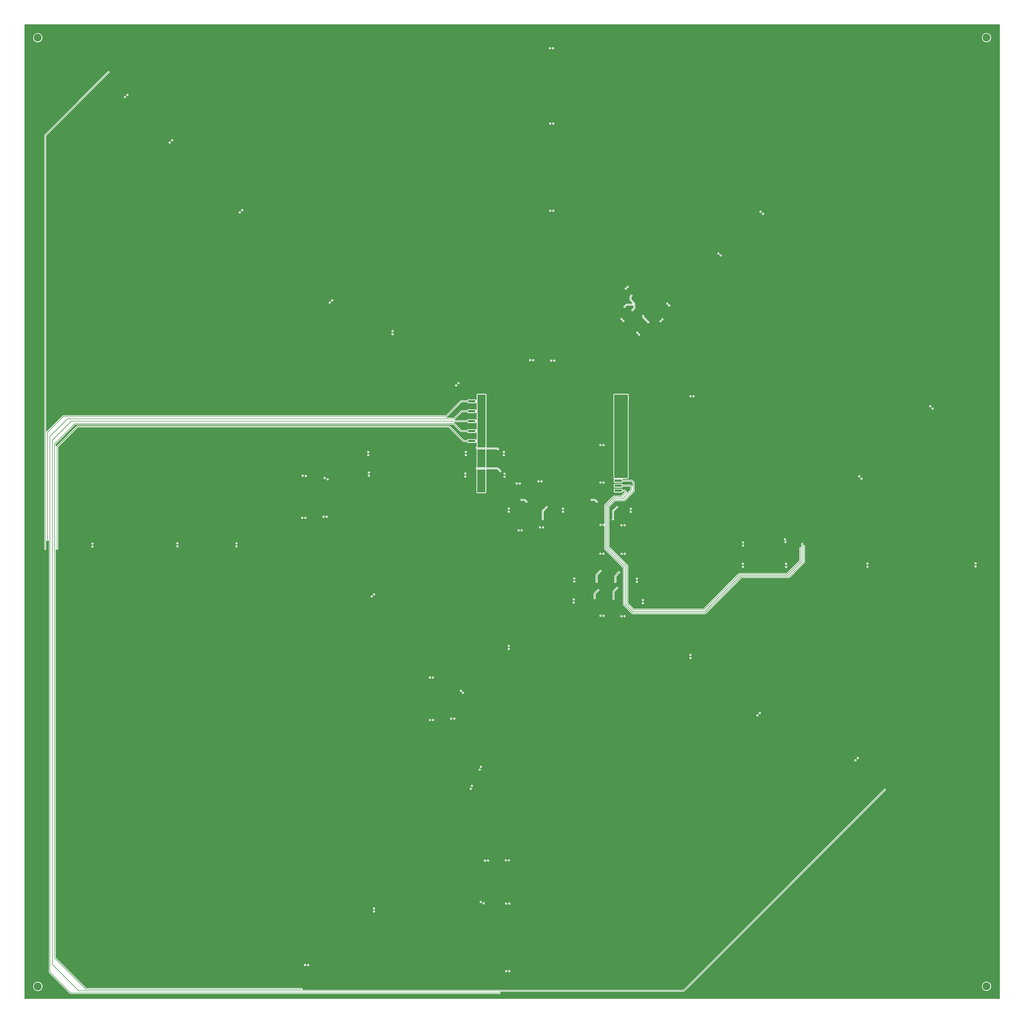
<source format=gbr>
G04 #@! TF.GenerationSoftware,KiCad,Pcbnew,(5.1.9)-1*
G04 #@! TF.CreationDate,2021-12-31T22:52:58-05:00*
G04 #@! TF.ProjectId,500x500-dc-metro-map-dev,35303078-3530-4302-9d64-632d6d657472,rev?*
G04 #@! TF.SameCoordinates,Original*
G04 #@! TF.FileFunction,Copper,L2,Bot*
G04 #@! TF.FilePolarity,Positive*
%FSLAX46Y46*%
G04 Gerber Fmt 4.6, Leading zero omitted, Abs format (unit mm)*
G04 Created by KiCad (PCBNEW (5.1.9)-1) date 2021-12-31 22:52:58*
%MOMM*%
%LPD*%
G01*
G04 APERTURE LIST*
G04 #@! TA.AperFunction,ComponentPad*
%ADD10C,4.000000*%
G04 #@! TD*
G04 #@! TA.AperFunction,SMDPad,CuDef*
%ADD11R,3.680000X1.270000*%
G04 #@! TD*
G04 #@! TA.AperFunction,ViaPad*
%ADD12C,0.399796*%
G04 #@! TD*
G04 #@! TA.AperFunction,Conductor*
%ADD13C,0.203200*%
G04 #@! TD*
G04 #@! TA.AperFunction,Conductor*
%ADD14C,0.254000*%
G04 #@! TD*
G04 #@! TA.AperFunction,Conductor*
%ADD15C,0.100000*%
G04 #@! TD*
G04 #@! TA.AperFunction,Conductor*
%ADD16C,0.381000*%
G04 #@! TD*
G04 APERTURE END LIST*
D10*
G04 #@! TO.P,REF\u002A\u002A,1*
G04 #@! TO.N,N/C*
X84759800Y-34747200D03*
G04 #@! TD*
D11*
G04 #@! TO.P,J1,40*
G04 #@! TO.N,GND*
X376797800Y-266547600D03*
G04 #@! TO.P,J1,39*
G04 #@! TO.N,Net-(J1-Pad39)*
X381747800Y-266547600D03*
G04 #@! TO.P,J1,38*
G04 #@! TO.N,GND*
X376797800Y-264007600D03*
G04 #@! TO.P,J1,37*
G04 #@! TO.N,Net-(J1-Pad37)*
X381747800Y-264007600D03*
G04 #@! TO.P,J1,36*
G04 #@! TO.N,GND*
X376797800Y-261467600D03*
G04 #@! TO.P,J1,35*
G04 #@! TO.N,Net-(J1-Pad35)*
X381747800Y-261467600D03*
G04 #@! TO.P,J1,34*
G04 #@! TO.N,GND*
X376797800Y-258927600D03*
G04 #@! TO.P,J1,33*
G04 #@! TO.N,+5V*
X381747800Y-258927600D03*
G04 #@! TO.P,J1,32*
G04 #@! TO.N,GND*
X376797800Y-256387600D03*
G04 #@! TO.P,J1,31*
G04 #@! TO.N,+5V*
X381747800Y-256387600D03*
G04 #@! TO.P,J1,30*
G04 #@! TO.N,GND*
X376797800Y-253847600D03*
G04 #@! TO.P,J1,29*
G04 #@! TO.N,+5V*
X381747800Y-253847600D03*
G04 #@! TO.P,J1,28*
G04 #@! TO.N,GND*
X376797800Y-251307600D03*
G04 #@! TO.P,J1,27*
G04 #@! TO.N,+5V*
X381747800Y-251307600D03*
G04 #@! TO.P,J1,26*
G04 #@! TO.N,GND*
X376797800Y-248767600D03*
G04 #@! TO.P,J1,25*
G04 #@! TO.N,+5V*
X381747800Y-248767600D03*
G04 #@! TO.P,J1,24*
G04 #@! TO.N,GND*
X376797800Y-246227600D03*
G04 #@! TO.P,J1,23*
G04 #@! TO.N,+5V*
X381747800Y-246227600D03*
G04 #@! TO.P,J1,22*
G04 #@! TO.N,GND*
X376797800Y-243687600D03*
G04 #@! TO.P,J1,21*
G04 #@! TO.N,+5V*
X381747800Y-243687600D03*
G04 #@! TO.P,J1,20*
G04 #@! TO.N,GND*
X376797800Y-241147600D03*
G04 #@! TO.P,J1,19*
G04 #@! TO.N,+5V*
X381747800Y-241147600D03*
G04 #@! TO.P,J1,18*
G04 #@! TO.N,GND*
X376797800Y-238607600D03*
G04 #@! TO.P,J1,17*
G04 #@! TO.N,+5V*
X381747800Y-238607600D03*
G04 #@! TO.P,J1,16*
G04 #@! TO.N,GND*
X376797800Y-236067600D03*
G04 #@! TO.P,J1,15*
G04 #@! TO.N,+5V*
X381747800Y-236067600D03*
G04 #@! TO.P,J1,14*
G04 #@! TO.N,GND*
X376797800Y-233527600D03*
G04 #@! TO.P,J1,13*
G04 #@! TO.N,+5V*
X381747800Y-233527600D03*
G04 #@! TO.P,J1,12*
G04 #@! TO.N,GND*
X376797800Y-230987600D03*
G04 #@! TO.P,J1,11*
G04 #@! TO.N,+5V*
X381747800Y-230987600D03*
G04 #@! TO.P,J1,10*
G04 #@! TO.N,GND*
X376797800Y-228447600D03*
G04 #@! TO.P,J1,09*
G04 #@! TO.N,+5V*
X381747800Y-228447600D03*
G04 #@! TO.P,J1,08*
G04 #@! TO.N,GND*
X376797800Y-225907600D03*
G04 #@! TO.P,J1,07*
G04 #@! TO.N,+5V*
X381747800Y-225907600D03*
G04 #@! TO.P,J1,06*
G04 #@! TO.N,GND*
X376797800Y-223367600D03*
G04 #@! TO.P,J1,05*
G04 #@! TO.N,+5V*
X381747800Y-223367600D03*
G04 #@! TO.P,J1,04*
G04 #@! TO.N,GND*
X376797800Y-220827600D03*
G04 #@! TO.P,J1,03*
G04 #@! TO.N,+5V*
X381747800Y-220827600D03*
G04 #@! TO.P,J1,02*
G04 #@! TO.N,GND*
X376797800Y-218287600D03*
G04 #@! TO.P,J1,01*
G04 #@! TO.N,+5V*
X381747800Y-218287600D03*
G04 #@! TO.P,J1,41*
X311747800Y-218287600D03*
G04 #@! TO.P,J1,76*
G04 #@! TO.N,GND*
X306797800Y-261467600D03*
G04 #@! TO.P,J1,42*
X306797800Y-218287600D03*
G04 #@! TO.P,J1,47*
G04 #@! TO.N,+5V*
X311747800Y-225907600D03*
G04 #@! TO.P,J1,57*
X311747800Y-238607600D03*
G04 #@! TO.P,J1,58*
G04 #@! TO.N,GND*
X306797800Y-238607600D03*
G04 #@! TO.P,J1,63*
G04 #@! TO.N,+5V*
X311747800Y-246227600D03*
G04 #@! TO.P,J1,68*
G04 #@! TO.N,GND*
X306797800Y-251307600D03*
G04 #@! TO.P,J1,44*
G04 #@! TO.N,Net-(J1-Pad44)*
X306797800Y-220827600D03*
G04 #@! TO.P,J1,46*
G04 #@! TO.N,GND*
X306797800Y-223367600D03*
G04 #@! TO.P,J1,45*
G04 #@! TO.N,+5V*
X311747800Y-223367600D03*
G04 #@! TO.P,J1,51*
X311747800Y-230987600D03*
G04 #@! TO.P,J1,65*
X311747800Y-248767600D03*
G04 #@! TO.P,J1,53*
X311747800Y-233527600D03*
G04 #@! TO.P,J1,66*
G04 #@! TO.N,GND*
X306797800Y-248767600D03*
G04 #@! TO.P,J1,69*
G04 #@! TO.N,+5V*
X311747800Y-253847600D03*
G04 #@! TO.P,J1,71*
X311747800Y-256387600D03*
G04 #@! TO.P,J1,52*
G04 #@! TO.N,Net-(J1-Pad52)*
X306797800Y-230987600D03*
G04 #@! TO.P,J1,75*
G04 #@! TO.N,+5V*
X311747800Y-261467600D03*
G04 #@! TO.P,J1,80*
G04 #@! TO.N,GND*
X306797800Y-266547600D03*
G04 #@! TO.P,J1,61*
G04 #@! TO.N,+5V*
X311747800Y-243687600D03*
G04 #@! TO.P,J1,50*
G04 #@! TO.N,GND*
X306797800Y-228447600D03*
G04 #@! TO.P,J1,73*
G04 #@! TO.N,+5V*
X311747800Y-258927600D03*
G04 #@! TO.P,J1,43*
X311747800Y-220827600D03*
G04 #@! TO.P,J1,64*
G04 #@! TO.N,GND*
X306797800Y-246227600D03*
G04 #@! TO.P,J1,56*
G04 #@! TO.N,Net-(J1-Pad56)*
X306797800Y-236067600D03*
G04 #@! TO.P,J1,70*
G04 #@! TO.N,GND*
X306797800Y-253847600D03*
G04 #@! TO.P,J1,79*
G04 #@! TO.N,+5V*
X311747800Y-266547600D03*
G04 #@! TO.P,J1,74*
G04 #@! TO.N,GND*
X306797800Y-258927600D03*
G04 #@! TO.P,J1,77*
G04 #@! TO.N,+5V*
X311747800Y-264007600D03*
G04 #@! TO.P,J1,62*
G04 #@! TO.N,GND*
X306797800Y-243687600D03*
G04 #@! TO.P,J1,49*
G04 #@! TO.N,+5V*
X311747800Y-228447600D03*
G04 #@! TO.P,J1,72*
G04 #@! TO.N,GND*
X306797800Y-256387600D03*
G04 #@! TO.P,J1,48*
G04 #@! TO.N,Net-(J1-Pad48)*
X306797800Y-225907600D03*
G04 #@! TO.P,J1,55*
G04 #@! TO.N,+5V*
X311747800Y-236067600D03*
G04 #@! TO.P,J1,59*
X311747800Y-241147600D03*
G04 #@! TO.P,J1,60*
G04 #@! TO.N,Net-(J1-Pad60)*
X306797800Y-241147600D03*
G04 #@! TO.P,J1,54*
G04 #@! TO.N,GND*
X306797800Y-233527600D03*
G04 #@! TO.P,J1,67*
G04 #@! TO.N,+5V*
X311747800Y-251307600D03*
G04 #@! TO.P,J1,78*
G04 #@! TO.N,GND*
X306797800Y-264007600D03*
G04 #@! TD*
D10*
G04 #@! TO.P,REF\u002A\u002A,1*
G04 #@! TO.N,N/C*
X570230000Y-34734500D03*
G04 #@! TD*
G04 #@! TO.P,REF\u002A\u002A,1*
G04 #@! TO.N,N/C*
X570230000Y-520192000D03*
G04 #@! TD*
G04 #@! TO.P,REF\u002A\u002A,1*
G04 #@! TO.N,N/C*
X84772500Y-520255500D03*
G04 #@! TD*
D12*
G04 #@! TO.N,*
X379095000Y-281152600D03*
X381127000Y-274955000D03*
X320268600Y-245287800D03*
X309397400Y-255143000D03*
X332257400Y-271246600D03*
X334797400Y-272211800D03*
X343128600Y-281152600D03*
X345160600Y-274955000D03*
X370763800Y-272211800D03*
X368223800Y-271246600D03*
X379399800Y-321792600D03*
X381228600Y-316306200D03*
X380263400Y-313207400D03*
X382193800Y-308330600D03*
X371525800Y-317474600D03*
X369697000Y-321487800D03*
X372694200Y-307619400D03*
X370713000Y-313156600D03*
X309372000Y-244652800D03*
X321411600Y-256540000D03*
X385013200Y-172415200D03*
X388823200Y-171348400D03*
X397103600Y-180340000D03*
X394563600Y-177139600D03*
X389026400Y-174142400D03*
X388467600Y-166776400D03*
G04 #@! TO.N,GND*
X467645800Y-299507800D03*
X467645800Y-297933000D03*
X445505800Y-286763000D03*
X464845400Y-286562800D03*
X445505800Y-288337800D03*
X465285800Y-287627800D03*
X445505800Y-299547800D03*
X445505800Y-297973000D03*
X318592200Y-478002600D03*
X320167000Y-478002600D03*
X318617600Y-456031600D03*
X320192400Y-456031600D03*
X290550600Y-384098800D03*
X292125400Y-384098800D03*
X296494200Y-365760000D03*
X297408600Y-366750600D03*
X387756400Y-183032400D03*
X386816600Y-182067200D03*
X403555200Y-167894000D03*
X402615400Y-166928800D03*
X399465800Y-182295800D03*
X398500600Y-183235600D03*
X412546800Y-218249500D03*
X414121600Y-218249500D03*
X450507100Y-119646700D03*
X451548500Y-120904000D03*
X366788700Y-334352900D03*
X368363500Y-334352900D03*
X379145800Y-242443000D03*
X377571000Y-242443000D03*
X343154000Y-199923400D03*
X341579200Y-199923400D03*
X324967600Y-340118700D03*
X324967600Y-341693500D03*
X318401700Y-512533900D03*
X319976500Y-512533900D03*
X418465000Y-356590600D03*
X418465000Y-358165400D03*
X564235600Y-297891200D03*
X564235600Y-299466000D03*
X521335000Y-297853100D03*
X521335000Y-299427900D03*
X502158000Y-256286000D03*
X501015000Y-255079500D03*
X538543500Y-220408500D03*
X537400500Y-219202000D03*
X450088000Y-384429000D03*
X448881500Y-385572000D03*
X500189500Y-407479500D03*
X498983000Y-408622500D03*
X308457600Y-414718500D03*
X309054500Y-413258000D03*
X428625000Y-140906500D03*
X429615600Y-141922500D03*
X379399800Y-284454600D03*
X377825000Y-284454600D03*
X388150100Y-269951200D03*
X388150100Y-271526000D03*
X361099100Y-305765200D03*
X361099100Y-307340000D03*
X356717600Y-316433200D03*
X356717600Y-318008000D03*
X366852200Y-327177400D03*
X368427000Y-327177400D03*
X379399800Y-333476600D03*
X377825000Y-333476600D03*
X392722100Y-316395100D03*
X392722100Y-317969900D03*
X397357600Y-305511200D03*
X397357600Y-307086000D03*
X377952000Y-262737600D03*
X379526800Y-262737600D03*
X347599000Y-284581600D03*
X349173800Y-284581600D03*
X254355600Y-253428500D03*
X349110300Y-263499600D03*
X238252000Y-166052500D03*
X327494900Y-271640300D03*
X336486500Y-263690100D03*
X192214500Y-120142000D03*
X304012600Y-424624500D03*
X186093100Y-289496500D03*
X327494900Y-270065500D03*
X309549800Y-215430100D03*
X342582500Y-78892400D03*
X250825000Y-324421500D03*
X157734000Y-82994500D03*
X256832100Y-475869000D03*
X186093100Y-287921700D03*
X351815400Y-270256000D03*
X254038100Y-240931700D03*
X215633300Y-509371600D03*
X332422500Y-199732900D03*
X337896200Y-263296400D03*
X351815400Y-271830800D03*
X133413500Y-60896500D03*
X155892500Y-289445700D03*
X254038100Y-242506500D03*
X156527500Y-84137500D03*
X193421000Y-118999000D03*
X155892500Y-287870900D03*
X111734600Y-289306000D03*
X254355600Y-251853700D03*
X347535500Y-263499600D03*
X217208100Y-509371600D03*
X111734600Y-287731200D03*
X341007700Y-78892400D03*
X239458500Y-164909500D03*
X310756300Y-214287100D03*
X252006100Y-323418200D03*
X304609500Y-423164000D03*
X134620000Y-59753500D03*
X256832100Y-474294200D03*
X330847700Y-199732900D03*
X266230100Y-180657500D03*
X300101000Y-242747800D03*
X383260600Y-166725600D03*
X227203000Y-259740400D03*
X317070200Y-241839400D03*
X318725000Y-252669400D03*
X214452200Y-259156200D03*
X307670200Y-455980800D03*
X281305000Y-363143800D03*
X323367400Y-252196600D03*
X318645000Y-241839400D03*
X279730200Y-363143800D03*
X323367400Y-253771400D03*
X300101000Y-241173000D03*
X226771200Y-280543000D03*
X321995800Y-242747800D03*
X215925400Y-280695400D03*
X307568600Y-474980000D03*
X266230100Y-179082700D03*
X304215800Y-253415800D03*
X342519000Y-39903400D03*
X342646000Y-123469400D03*
X382295400Y-167665400D03*
X281152600Y-384175000D03*
X321995800Y-241173000D03*
X380161800Y-175488600D03*
X225196400Y-280543000D03*
X279755600Y-384175000D03*
X306501800Y-474014800D03*
X317150200Y-252669400D03*
X309245000Y-455980800D03*
X214350600Y-280695400D03*
X304215800Y-251841000D03*
X340944200Y-39903400D03*
X216027000Y-259156200D03*
X341071200Y-123469400D03*
X379222000Y-174523400D03*
X225602800Y-259537200D03*
X377837700Y-301701200D03*
X379412500Y-301701200D03*
X337058000Y-302412400D03*
X336740500Y-296976800D03*
X338315300Y-292811200D03*
X336689700Y-285800800D03*
X336740500Y-299618400D03*
X338315300Y-302158400D03*
X338264500Y-285800800D03*
X336740500Y-294487600D03*
X338429600Y-300278800D03*
X338315300Y-296976800D03*
X338175600Y-288137600D03*
X337261200Y-291388800D03*
X338315300Y-294487600D03*
X337159600Y-289560000D03*
X366966500Y-285394400D03*
X368541300Y-285394400D03*
X366966500Y-298145200D03*
X366966500Y-295503600D03*
X366966500Y-293014400D03*
X368541300Y-290474400D03*
X368541300Y-293014400D03*
X368541300Y-287985200D03*
X366966500Y-287985200D03*
X368541300Y-300685200D03*
X368541300Y-295503600D03*
X368541300Y-298145200D03*
X366966500Y-290474400D03*
X366966500Y-300685200D03*
X481990400Y-288594800D03*
G04 #@! TO.N,Net-(J1-Pad39)*
X476808800Y-294995600D03*
G04 #@! TO.N,Net-(J1-Pad37)*
X475894400Y-293878000D03*
G04 #@! TO.N,Net-(J1-Pad35)*
X475030800Y-296011600D03*
G04 #@! TO.N,+5V*
X353466400Y-275780500D03*
X353466400Y-277355300D03*
X323215000Y-246786400D03*
X303504600Y-259359400D03*
X323570600Y-259461000D03*
X303504600Y-257784600D03*
X303758600Y-246761000D03*
X323570600Y-257886200D03*
X303758600Y-248335800D03*
X323215000Y-248361200D03*
X445636000Y-293052400D03*
X445545800Y-303943000D03*
X467365800Y-292847800D03*
X467665800Y-303993000D03*
X445636000Y-294627200D03*
X445545800Y-305517800D03*
X467665800Y-305567800D03*
X311091000Y-248716200D03*
X312665800Y-248716200D03*
X467046600Y-291439000D03*
X312665000Y-258709400D03*
X311090200Y-258709400D03*
X324383400Y-477850200D03*
X325958200Y-477850200D03*
X324256400Y-455726800D03*
X325831200Y-455726800D03*
X313563000Y-455879200D03*
X315137800Y-455879200D03*
X312877200Y-477697800D03*
X311404000Y-477037400D03*
X285445200Y-383921000D03*
X287020000Y-383921000D03*
X296265600Y-383235200D03*
X297840400Y-383235200D03*
X285394400Y-362178600D03*
X286969200Y-362178600D03*
X301269400Y-369011200D03*
X302260000Y-370027200D03*
X220065600Y-280466800D03*
X221640400Y-280466800D03*
X230962200Y-279882600D03*
X232537000Y-279882600D03*
X220319600Y-258902200D03*
X221919800Y-259003800D03*
X231470200Y-260070600D03*
X232994200Y-260680200D03*
X384352800Y-179705000D03*
X383413000Y-178739800D03*
X392430000Y-186664600D03*
X391490200Y-185699400D03*
X407797000Y-171805600D03*
X406857200Y-170840400D03*
X404368000Y-178892200D03*
X403402800Y-179832000D03*
X386638800Y-162255200D03*
X385673600Y-163195000D03*
X418706300Y-218249500D03*
X420281100Y-218249500D03*
X346976700Y-123278900D03*
X348551500Y-123278900D03*
X346849700Y-40157400D03*
X348424500Y-40157400D03*
X454571100Y-123774200D03*
X455803000Y-124904500D03*
X266293600Y-184924700D03*
X266293600Y-186499500D03*
X112687100Y-293636700D03*
X112687100Y-295211500D03*
X186410600Y-293509700D03*
X186410600Y-295084500D03*
X253847600Y-246773700D03*
X253847600Y-248348500D03*
X254165100Y-257314700D03*
X254165100Y-258889500D03*
X374205500Y-243230400D03*
X372630700Y-243230400D03*
X385051300Y-243636800D03*
X383476500Y-243636800D03*
X349059500Y-200050400D03*
X347484700Y-200050400D03*
X338264500Y-199796400D03*
X336689700Y-199796400D03*
X325729600Y-345960700D03*
X325729600Y-347535500D03*
X311467500Y-407860500D03*
X310870600Y-409321000D03*
X221538800Y-509308100D03*
X223113600Y-509308100D03*
X256768600Y-480326700D03*
X256768600Y-481901500D03*
X324434200Y-512406900D03*
X326009000Y-512406900D03*
X418719000Y-350621600D03*
X418719000Y-352196400D03*
X564616600Y-303733200D03*
X564616600Y-305308000D03*
X509308100Y-303860200D03*
X509308100Y-305435000D03*
X505079000Y-259207000D03*
X506222000Y-260413500D03*
X541464500Y-223329500D03*
X542607500Y-224536000D03*
X453009000Y-381508000D03*
X454215500Y-380365000D03*
X503110500Y-404558500D03*
X504317000Y-403415500D03*
X306298600Y-419100000D03*
X306895500Y-417639500D03*
X256832100Y-319671700D03*
X255651000Y-320675000D03*
X156210000Y-293458900D03*
X156210000Y-295033700D03*
X129349500Y-65151000D03*
X130556000Y-64008000D03*
X189357000Y-122999500D03*
X188150500Y-124142500D03*
X299999400Y-211569300D03*
X298792900Y-212712300D03*
X153479500Y-87249000D03*
X152273000Y-88392000D03*
X235394500Y-169164000D03*
X234188000Y-170307000D03*
X348488000Y-78701900D03*
X346913200Y-78701900D03*
X433044600Y-145173700D03*
X434149500Y-146177000D03*
X374256300Y-262420100D03*
X372681500Y-262420100D03*
X374319800Y-284073600D03*
X372745000Y-284073600D03*
X384987800Y-284264100D03*
X383413000Y-284264100D03*
X388150100Y-275856700D03*
X388150100Y-277431500D03*
X359257600Y-311480200D03*
X359257600Y-313055000D03*
X359003600Y-322211700D03*
X359003600Y-323786500D03*
X372694200Y-330606400D03*
X374269000Y-330606400D03*
X384987800Y-330809600D03*
X383413000Y-330809600D03*
X394373100Y-322529200D03*
X394373100Y-324104000D03*
X391299700Y-311581800D03*
X391299700Y-313156600D03*
X385114800Y-298869100D03*
X383540000Y-298869100D03*
X374192800Y-298805600D03*
X372618000Y-298805600D03*
X325716900Y-275717000D03*
X325716900Y-277291800D03*
X330771500Y-286867600D03*
X332346300Y-286867600D03*
X341718900Y-285356300D03*
X343293700Y-285356300D03*
X340995000Y-261810500D03*
X342569800Y-261810500D03*
X329819000Y-262928100D03*
X331393800Y-262928100D03*
X383476500Y-258927600D03*
X385051300Y-258927600D03*
X383476500Y-256387600D03*
X385051300Y-256387600D03*
X383476500Y-253746000D03*
X385051300Y-253746000D03*
X383476500Y-251256800D03*
X385051300Y-251256800D03*
X383476500Y-248716800D03*
X385051300Y-248716800D03*
X383476500Y-246227600D03*
X385051300Y-246227600D03*
X311155800Y-256530200D03*
X312730600Y-256530200D03*
X311105000Y-253837800D03*
X312679800Y-253837800D03*
X311105000Y-251348600D03*
X312679800Y-251348600D03*
X311105000Y-246268600D03*
X312679800Y-246268600D03*
X311105000Y-243728600D03*
X312679800Y-243728600D03*
X311105000Y-241188600D03*
X312679800Y-241188600D03*
G04 #@! TO.N,Net-(J1-Pad44)*
X89712800Y-291693600D03*
G04 #@! TO.N,Net-(J1-Pad52)*
X518160000Y-419633400D03*
G04 #@! TO.N,Net-(J1-Pad56)*
X219710000Y-521614400D03*
G04 #@! TO.N,Net-(J1-Pad48)*
X320903602Y-523595600D03*
G04 #@! TO.N,Net-(J1-Pad60)*
X120904000Y-52476400D03*
X88544400Y-296265600D03*
X94691200Y-296265600D03*
G04 #@! TD*
D13*
G04 #@! TO.N,*
X381127000Y-274955000D02*
X379095000Y-276987000D01*
X379095000Y-276987000D02*
X379095000Y-281152600D01*
X333832200Y-271246600D02*
X334797400Y-272211800D01*
X332257400Y-271246600D02*
X333832200Y-271246600D01*
X343128600Y-276987000D02*
X343128600Y-281152600D01*
X345160600Y-274955000D02*
X343128600Y-276987000D01*
X369798600Y-271246600D02*
X370763800Y-272211800D01*
X368223800Y-271246600D02*
X369798600Y-271246600D01*
D14*
X379399800Y-318135000D02*
X379399800Y-321792600D01*
X381228600Y-316306200D02*
X379399800Y-318135000D01*
X380263400Y-310261000D02*
X380263400Y-313207400D01*
X382193800Y-308330600D02*
X380263400Y-310261000D01*
X371525800Y-317474600D02*
X369697000Y-319303400D01*
X369697000Y-319303400D02*
X369697000Y-321487800D01*
X372694200Y-307619400D02*
X370713000Y-309600600D01*
X370713000Y-309600600D02*
X370713000Y-313156600D01*
D13*
X309676800Y-244957600D02*
X309372000Y-244652800D01*
X319938400Y-244957600D02*
X309676800Y-244957600D01*
X320268600Y-245287800D02*
X319938400Y-244957600D01*
X320014600Y-255143000D02*
X321411600Y-256540000D01*
X309397400Y-255143000D02*
X320014600Y-255143000D01*
X386080000Y-171348400D02*
X388823200Y-171348400D01*
X385013200Y-172415200D02*
X386080000Y-171348400D01*
X394563600Y-177800000D02*
X394563600Y-177139600D01*
X397103600Y-180340000D02*
X394563600Y-177800000D01*
X389026400Y-174142400D02*
X389940800Y-173228000D01*
X389940800Y-173228000D02*
X389940800Y-170789600D01*
X389940800Y-170789600D02*
X388061200Y-168910000D01*
X388061200Y-167182800D02*
X388061200Y-168859200D01*
X388467600Y-166776400D02*
X388061200Y-167182800D01*
D14*
G04 #@! TO.N,Net-(J1-Pad39)*
X384657600Y-324916800D02*
X384657600Y-305866800D01*
X383438400Y-269646400D02*
X385749800Y-267335000D01*
X476808800Y-303174400D02*
X469239600Y-310743600D01*
X444804800Y-310743600D02*
X426313600Y-329234800D01*
X469239600Y-310743600D02*
X444804800Y-310743600D01*
X384962400Y-266547600D02*
X381747800Y-266547600D01*
X388975600Y-329234800D02*
X384657600Y-324916800D01*
X384657600Y-305866800D02*
X375208800Y-296418000D01*
X476808800Y-294995600D02*
X476808800Y-303174400D01*
X375208800Y-296418000D02*
X375208800Y-273964400D01*
X375208800Y-273964400D02*
X379526800Y-269646400D01*
X379526800Y-269646400D02*
X383438400Y-269646400D01*
X426313600Y-329234800D02*
X388975600Y-329234800D01*
X385749800Y-267335000D02*
X384962400Y-266547600D01*
G04 #@! TO.N,Net-(J1-Pad37)*
X381747800Y-264007600D02*
X388061200Y-264007600D01*
X388061200Y-264007600D02*
X388467600Y-264414000D01*
X388467600Y-264414000D02*
X388467600Y-266242800D01*
X388467600Y-266242800D02*
X384200400Y-270510000D01*
X384200400Y-270510000D02*
X379780800Y-270510000D01*
X379780800Y-270510000D02*
X376021600Y-274269200D01*
X376021600Y-274269200D02*
X375970800Y-274320000D01*
X375970800Y-274320000D02*
X375970800Y-295859200D01*
X375970800Y-295859200D02*
X385572000Y-305460400D01*
X385572000Y-305460400D02*
X385572000Y-324713600D01*
X385572000Y-324713600D02*
X389178800Y-328320400D01*
X389178800Y-328320400D02*
X426161200Y-328320400D01*
X426161200Y-328320400D02*
X444500000Y-309981600D01*
X444500000Y-309981600D02*
X468630000Y-309981600D01*
X475894400Y-302717200D02*
X475894400Y-293878000D01*
X468630000Y-309981600D02*
X475894400Y-302717200D01*
G04 #@! TO.N,Net-(J1-Pad35)*
X388620000Y-261467600D02*
X381747800Y-261467600D01*
X389636000Y-262483600D02*
X388620000Y-261467600D01*
X475030800Y-296011600D02*
X475030800Y-302361600D01*
X475030800Y-302361600D02*
X468172800Y-309219600D01*
X443788800Y-309219600D02*
X425551600Y-327456800D01*
X376732800Y-295351200D02*
X376732800Y-274726400D01*
X468172800Y-309219600D02*
X443788800Y-309219600D01*
X386435600Y-305054000D02*
X376732800Y-295351200D01*
X425551600Y-327456800D02*
X389534400Y-327456800D01*
X389534400Y-327456800D02*
X386435600Y-324358000D01*
X384962400Y-271424400D02*
X389636000Y-266750800D01*
X386435600Y-324358000D02*
X386435600Y-305054000D01*
X380034800Y-271424400D02*
X384962400Y-271424400D01*
X376732800Y-274726400D02*
X380034800Y-271424400D01*
X389636000Y-266750800D02*
X389636000Y-262483600D01*
G04 #@! TO.N,Net-(J1-Pad44)*
X97891600Y-228447600D02*
X89712800Y-236626400D01*
X89712800Y-236626400D02*
X89712800Y-291693600D01*
X293827200Y-228447600D02*
X97891600Y-228447600D01*
X301447200Y-220827600D02*
X293827200Y-228447600D01*
X306797800Y-220827600D02*
X301447200Y-220827600D01*
G04 #@! TO.N,Net-(J1-Pad52)*
X517960103Y-419833297D02*
X518160000Y-419633400D01*
X306797800Y-230987600D02*
X101904800Y-230987600D01*
X101904800Y-230987600D02*
X92202000Y-240690400D01*
X92202000Y-240690400D02*
X92202000Y-509016000D01*
X92202000Y-509016000D02*
X105664000Y-522478000D01*
X105664000Y-522478000D02*
X415315400Y-522478000D01*
X415315400Y-522478000D02*
X517960103Y-419833297D01*
G04 #@! TO.N,Net-(J1-Pad56)*
X109372400Y-521614400D02*
X219710000Y-521614400D01*
X93421200Y-505663200D02*
X109372400Y-521614400D01*
X93421200Y-242519200D02*
X93421200Y-505663200D01*
X103682800Y-232257600D02*
X93421200Y-242519200D01*
X297586400Y-232257600D02*
X103682800Y-232257600D01*
X301396400Y-236067600D02*
X297586400Y-232257600D01*
X306797800Y-236067600D02*
X301396400Y-236067600D01*
G04 #@! TO.N,Net-(J1-Pad48)*
X90932000Y-513029200D02*
X101498400Y-523595600D01*
X90932000Y-238760000D02*
X90932000Y-513029200D01*
X101498400Y-523595600D02*
X320852800Y-523595600D01*
X99923600Y-229768400D02*
X90932000Y-238760000D01*
X297891200Y-229768400D02*
X99923600Y-229768400D01*
X301752000Y-225907600D02*
X297891200Y-229768400D01*
X306797800Y-225907600D02*
X301752000Y-225907600D01*
G04 #@! TO.N,Net-(J1-Pad60)*
X88544400Y-84836000D02*
X88544400Y-296265600D01*
X120904000Y-52476400D02*
X88544400Y-84836000D01*
X302666400Y-241147600D02*
X306797800Y-241147600D01*
X295198800Y-233680000D02*
X302666400Y-241147600D01*
X105105200Y-233680000D02*
X295198800Y-233680000D01*
X94691200Y-244094000D02*
X105105200Y-233680000D01*
X94691200Y-296214804D02*
X94691200Y-244094000D01*
X94741996Y-296265600D02*
X94691200Y-296214804D01*
G04 #@! TD*
G04 #@! TO.N,+5V*
X386562751Y-259969000D02*
X379806351Y-259969000D01*
X379826948Y-242647205D01*
X379853698Y-242512722D01*
X379853698Y-242373278D01*
X379827430Y-242241222D01*
X379856849Y-217500200D01*
X386613249Y-217500200D01*
X386562751Y-259969000D01*
G04 #@! TA.AperFunction,Conductor*
D15*
G36*
X386562751Y-259969000D02*
G01*
X379806351Y-259969000D01*
X379826948Y-242647205D01*
X379853698Y-242512722D01*
X379853698Y-242373278D01*
X379827430Y-242241222D01*
X379856849Y-217500200D01*
X386613249Y-217500200D01*
X386562751Y-259969000D01*
G37*
G04 #@! TD.AperFunction*
G04 #@! TD*
D14*
G04 #@! TO.N,+5V*
X313715400Y-254431800D02*
X309803800Y-254431800D01*
X309803800Y-245592600D01*
X313715400Y-245592600D01*
X313715400Y-254431800D01*
G04 #@! TA.AperFunction,Conductor*
D15*
G36*
X313715400Y-254431800D02*
G01*
X309803800Y-254431800D01*
X309803800Y-245592600D01*
X313715400Y-245592600D01*
X313715400Y-254431800D01*
G37*
G04 #@! TD.AperFunction*
G04 #@! TD*
D14*
G04 #@! TO.N,+5V*
X313817000Y-244271800D02*
X309968805Y-244271800D01*
X309921860Y-244201541D01*
X309854600Y-244134281D01*
X309854600Y-217500200D01*
X313817000Y-217500200D01*
X313817000Y-244271800D01*
G04 #@! TA.AperFunction,Conductor*
D15*
G36*
X313817000Y-244271800D02*
G01*
X309968805Y-244271800D01*
X309921860Y-244201541D01*
X309854600Y-244134281D01*
X309854600Y-217500200D01*
X313817000Y-217500200D01*
X313817000Y-244271800D01*
G37*
G04 #@! TD.AperFunction*
G04 #@! TD*
D14*
G04 #@! TO.N,+5V*
X313715400Y-267335000D02*
X309753000Y-267335000D01*
X309753000Y-255854200D01*
X313715400Y-255854200D01*
X313715400Y-267335000D01*
G04 #@! TA.AperFunction,Conductor*
D15*
G36*
X313715400Y-267335000D02*
G01*
X309753000Y-267335000D01*
X309753000Y-255854200D01*
X313715400Y-255854200D01*
X313715400Y-267335000D01*
G37*
G04 #@! TD.AperFunction*
G04 #@! TD*
D16*
G04 #@! TO.N,GND*
X576795900Y-526351500D02*
X78117700Y-526351500D01*
X78117700Y-520002229D01*
X82201000Y-520002229D01*
X82201000Y-520508771D01*
X82299822Y-521005579D01*
X82493667Y-521473562D01*
X82775086Y-521894735D01*
X83133265Y-522252914D01*
X83554438Y-522534333D01*
X84022421Y-522728178D01*
X84519229Y-522827000D01*
X85025771Y-522827000D01*
X85522579Y-522728178D01*
X85990562Y-522534333D01*
X86411735Y-522252914D01*
X86769914Y-521894735D01*
X87051333Y-521473562D01*
X87245178Y-521005579D01*
X87344000Y-520508771D01*
X87344000Y-520002229D01*
X87245178Y-519505421D01*
X87051333Y-519037438D01*
X86769914Y-518616265D01*
X86411735Y-518258086D01*
X85990562Y-517976667D01*
X85522579Y-517782822D01*
X85025771Y-517684000D01*
X84519229Y-517684000D01*
X84022421Y-517782822D01*
X83554438Y-517976667D01*
X83133265Y-518258086D01*
X82775086Y-518616265D01*
X82493667Y-519037438D01*
X82299822Y-519505421D01*
X82201000Y-520002229D01*
X78117700Y-520002229D01*
X78117700Y-296189624D01*
X87773002Y-296189624D01*
X87773002Y-296341576D01*
X87802647Y-296490608D01*
X87860796Y-296630994D01*
X87945216Y-296757337D01*
X88052663Y-296864784D01*
X88179006Y-296949204D01*
X88319392Y-297007353D01*
X88468424Y-297036998D01*
X88620376Y-297036998D01*
X88769408Y-297007353D01*
X88909794Y-296949204D01*
X89036137Y-296864784D01*
X89143584Y-296757337D01*
X89228004Y-296630994D01*
X89286153Y-296490608D01*
X89315798Y-296341576D01*
X89315798Y-296189624D01*
X89286153Y-296040592D01*
X89242900Y-295936169D01*
X89242900Y-292307375D01*
X89347406Y-292377204D01*
X89487792Y-292435353D01*
X89636824Y-292464998D01*
X89788776Y-292464998D01*
X89937808Y-292435353D01*
X90078194Y-292377204D01*
X90204537Y-292292784D01*
X90233500Y-292263821D01*
X90233501Y-512994892D01*
X90230122Y-513029200D01*
X90243608Y-513166129D01*
X90283549Y-513297798D01*
X90348409Y-513419143D01*
X90413826Y-513498853D01*
X90413830Y-513498857D01*
X90435698Y-513525503D01*
X90462344Y-513547371D01*
X100980234Y-524065263D01*
X101002097Y-524091903D01*
X101028737Y-524113766D01*
X101028745Y-524113774D01*
X101108456Y-524179191D01*
X101137629Y-524194784D01*
X101229803Y-524244052D01*
X101361470Y-524283993D01*
X101464091Y-524294100D01*
X101464101Y-524294100D01*
X101498399Y-524297478D01*
X101532697Y-524294100D01*
X320574171Y-524294100D01*
X320678594Y-524337353D01*
X320827626Y-524366998D01*
X320979578Y-524366998D01*
X321128610Y-524337353D01*
X321268996Y-524279204D01*
X321395339Y-524194784D01*
X321502786Y-524087337D01*
X321587206Y-523960994D01*
X321645355Y-523820608D01*
X321675000Y-523671576D01*
X321675000Y-523519624D01*
X321645355Y-523370592D01*
X321587206Y-523230206D01*
X321551321Y-523176500D01*
X415281102Y-523176500D01*
X415315400Y-523179878D01*
X415349698Y-523176500D01*
X415349709Y-523176500D01*
X415452330Y-523166393D01*
X415583997Y-523126452D01*
X415705343Y-523061591D01*
X415811703Y-522974303D01*
X415833575Y-522947652D01*
X418842498Y-519938729D01*
X567658500Y-519938729D01*
X567658500Y-520445271D01*
X567757322Y-520942079D01*
X567951167Y-521410062D01*
X568232586Y-521831235D01*
X568590765Y-522189414D01*
X569011938Y-522470833D01*
X569479921Y-522664678D01*
X569976729Y-522763500D01*
X570483271Y-522763500D01*
X570980079Y-522664678D01*
X571448062Y-522470833D01*
X571869235Y-522189414D01*
X572227414Y-521831235D01*
X572508833Y-521410062D01*
X572702678Y-520942079D01*
X572801500Y-520445271D01*
X572801500Y-519938729D01*
X572702678Y-519441921D01*
X572508833Y-518973938D01*
X572227414Y-518552765D01*
X571869235Y-518194586D01*
X571448062Y-517913167D01*
X570980079Y-517719322D01*
X570483271Y-517620500D01*
X569976729Y-517620500D01*
X569479921Y-517719322D01*
X569011938Y-517913167D01*
X568590765Y-518194586D01*
X568232586Y-518552765D01*
X567951167Y-518973938D01*
X567757322Y-519441921D01*
X567658500Y-519938729D01*
X418842498Y-519938729D01*
X518420973Y-420360256D01*
X518525394Y-420317004D01*
X518651737Y-420232584D01*
X518759184Y-420125137D01*
X518843604Y-419998794D01*
X518901753Y-419858408D01*
X518931398Y-419709376D01*
X518931398Y-419557424D01*
X518901753Y-419408392D01*
X518843604Y-419268006D01*
X518759184Y-419141663D01*
X518651737Y-419034216D01*
X518525394Y-418949796D01*
X518385008Y-418891647D01*
X518235976Y-418862002D01*
X518084024Y-418862002D01*
X517934992Y-418891647D01*
X517794606Y-418949796D01*
X517668263Y-419034216D01*
X517560816Y-419141663D01*
X517476396Y-419268006D01*
X517433144Y-419372427D01*
X415026073Y-521779500D01*
X220463670Y-521779500D01*
X220481398Y-521690376D01*
X220481398Y-521538424D01*
X220451753Y-521389392D01*
X220393604Y-521249006D01*
X220309184Y-521122663D01*
X220201737Y-521015216D01*
X220075394Y-520930796D01*
X219935008Y-520872647D01*
X219785976Y-520843002D01*
X219634024Y-520843002D01*
X219484992Y-520872647D01*
X219380569Y-520915900D01*
X109661728Y-520915900D01*
X101076752Y-512330924D01*
X323662802Y-512330924D01*
X323662802Y-512482876D01*
X323692447Y-512631908D01*
X323750596Y-512772294D01*
X323835016Y-512898637D01*
X323942463Y-513006084D01*
X324068806Y-513090504D01*
X324209192Y-513148653D01*
X324358224Y-513178298D01*
X324510176Y-513178298D01*
X324659208Y-513148653D01*
X324799594Y-513090504D01*
X324925937Y-513006084D01*
X325033384Y-512898637D01*
X325117804Y-512772294D01*
X325175953Y-512631908D01*
X325205598Y-512482876D01*
X325205598Y-512330924D01*
X325237602Y-512330924D01*
X325237602Y-512482876D01*
X325267247Y-512631908D01*
X325325396Y-512772294D01*
X325409816Y-512898637D01*
X325517263Y-513006084D01*
X325643606Y-513090504D01*
X325783992Y-513148653D01*
X325933024Y-513178298D01*
X326084976Y-513178298D01*
X326234008Y-513148653D01*
X326374394Y-513090504D01*
X326500737Y-513006084D01*
X326608184Y-512898637D01*
X326692604Y-512772294D01*
X326750753Y-512631908D01*
X326780398Y-512482876D01*
X326780398Y-512330924D01*
X326750753Y-512181892D01*
X326692604Y-512041506D01*
X326608184Y-511915163D01*
X326500737Y-511807716D01*
X326374394Y-511723296D01*
X326234008Y-511665147D01*
X326084976Y-511635502D01*
X325933024Y-511635502D01*
X325783992Y-511665147D01*
X325643606Y-511723296D01*
X325517263Y-511807716D01*
X325409816Y-511915163D01*
X325325396Y-512041506D01*
X325267247Y-512181892D01*
X325237602Y-512330924D01*
X325205598Y-512330924D01*
X325175953Y-512181892D01*
X325117804Y-512041506D01*
X325033384Y-511915163D01*
X324925937Y-511807716D01*
X324799594Y-511723296D01*
X324659208Y-511665147D01*
X324510176Y-511635502D01*
X324358224Y-511635502D01*
X324209192Y-511665147D01*
X324068806Y-511723296D01*
X323942463Y-511807716D01*
X323835016Y-511915163D01*
X323750596Y-512041506D01*
X323692447Y-512181892D01*
X323662802Y-512330924D01*
X101076752Y-512330924D01*
X97977952Y-509232124D01*
X220767402Y-509232124D01*
X220767402Y-509384076D01*
X220797047Y-509533108D01*
X220855196Y-509673494D01*
X220939616Y-509799837D01*
X221047063Y-509907284D01*
X221173406Y-509991704D01*
X221313792Y-510049853D01*
X221462824Y-510079498D01*
X221614776Y-510079498D01*
X221763808Y-510049853D01*
X221904194Y-509991704D01*
X222030537Y-509907284D01*
X222137984Y-509799837D01*
X222222404Y-509673494D01*
X222280553Y-509533108D01*
X222310198Y-509384076D01*
X222310198Y-509232124D01*
X222342202Y-509232124D01*
X222342202Y-509384076D01*
X222371847Y-509533108D01*
X222429996Y-509673494D01*
X222514416Y-509799837D01*
X222621863Y-509907284D01*
X222748206Y-509991704D01*
X222888592Y-510049853D01*
X223037624Y-510079498D01*
X223189576Y-510079498D01*
X223338608Y-510049853D01*
X223478994Y-509991704D01*
X223605337Y-509907284D01*
X223712784Y-509799837D01*
X223797204Y-509673494D01*
X223855353Y-509533108D01*
X223884998Y-509384076D01*
X223884998Y-509232124D01*
X223855353Y-509083092D01*
X223797204Y-508942706D01*
X223712784Y-508816363D01*
X223605337Y-508708916D01*
X223478994Y-508624496D01*
X223338608Y-508566347D01*
X223189576Y-508536702D01*
X223037624Y-508536702D01*
X222888592Y-508566347D01*
X222748206Y-508624496D01*
X222621863Y-508708916D01*
X222514416Y-508816363D01*
X222429996Y-508942706D01*
X222371847Y-509083092D01*
X222342202Y-509232124D01*
X222310198Y-509232124D01*
X222280553Y-509083092D01*
X222222404Y-508942706D01*
X222137984Y-508816363D01*
X222030537Y-508708916D01*
X221904194Y-508624496D01*
X221763808Y-508566347D01*
X221614776Y-508536702D01*
X221462824Y-508536702D01*
X221313792Y-508566347D01*
X221173406Y-508624496D01*
X221047063Y-508708916D01*
X220939616Y-508816363D01*
X220855196Y-508942706D01*
X220797047Y-509083092D01*
X220767402Y-509232124D01*
X97977952Y-509232124D01*
X94119700Y-505373873D01*
X94119700Y-481825524D01*
X255997202Y-481825524D01*
X255997202Y-481977476D01*
X256026847Y-482126508D01*
X256084996Y-482266894D01*
X256169416Y-482393237D01*
X256276863Y-482500684D01*
X256403206Y-482585104D01*
X256543592Y-482643253D01*
X256692624Y-482672898D01*
X256844576Y-482672898D01*
X256993608Y-482643253D01*
X257133994Y-482585104D01*
X257260337Y-482500684D01*
X257367784Y-482393237D01*
X257452204Y-482266894D01*
X257510353Y-482126508D01*
X257539998Y-481977476D01*
X257539998Y-481825524D01*
X257510353Y-481676492D01*
X257452204Y-481536106D01*
X257367784Y-481409763D01*
X257260337Y-481302316D01*
X257133994Y-481217896D01*
X256993608Y-481159747D01*
X256844576Y-481130102D01*
X256692624Y-481130102D01*
X256543592Y-481159747D01*
X256403206Y-481217896D01*
X256276863Y-481302316D01*
X256169416Y-481409763D01*
X256084996Y-481536106D01*
X256026847Y-481676492D01*
X255997202Y-481825524D01*
X94119700Y-481825524D01*
X94119700Y-480250724D01*
X255997202Y-480250724D01*
X255997202Y-480402676D01*
X256026847Y-480551708D01*
X256084996Y-480692094D01*
X256169416Y-480818437D01*
X256276863Y-480925884D01*
X256403206Y-481010304D01*
X256543592Y-481068453D01*
X256692624Y-481098098D01*
X256844576Y-481098098D01*
X256993608Y-481068453D01*
X257133994Y-481010304D01*
X257260337Y-480925884D01*
X257367784Y-480818437D01*
X257452204Y-480692094D01*
X257510353Y-480551708D01*
X257539998Y-480402676D01*
X257539998Y-480250724D01*
X257510353Y-480101692D01*
X257452204Y-479961306D01*
X257367784Y-479834963D01*
X257260337Y-479727516D01*
X257133994Y-479643096D01*
X256993608Y-479584947D01*
X256844576Y-479555302D01*
X256692624Y-479555302D01*
X256543592Y-479584947D01*
X256403206Y-479643096D01*
X256276863Y-479727516D01*
X256169416Y-479834963D01*
X256084996Y-479961306D01*
X256026847Y-480101692D01*
X255997202Y-480250724D01*
X94119700Y-480250724D01*
X94119700Y-476961424D01*
X310632602Y-476961424D01*
X310632602Y-477113376D01*
X310662247Y-477262408D01*
X310720396Y-477402794D01*
X310804816Y-477529137D01*
X310912263Y-477636584D01*
X311038606Y-477721004D01*
X311178992Y-477779153D01*
X311328024Y-477808798D01*
X311479976Y-477808798D01*
X311629008Y-477779153D01*
X311769394Y-477721004D01*
X311895737Y-477636584D01*
X311910497Y-477621824D01*
X312105802Y-477621824D01*
X312105802Y-477773776D01*
X312135447Y-477922808D01*
X312193596Y-478063194D01*
X312278016Y-478189537D01*
X312385463Y-478296984D01*
X312511806Y-478381404D01*
X312652192Y-478439553D01*
X312801224Y-478469198D01*
X312953176Y-478469198D01*
X313102208Y-478439553D01*
X313242594Y-478381404D01*
X313368937Y-478296984D01*
X313476384Y-478189537D01*
X313560804Y-478063194D01*
X313618953Y-477922808D01*
X313648508Y-477774224D01*
X323612002Y-477774224D01*
X323612002Y-477926176D01*
X323641647Y-478075208D01*
X323699796Y-478215594D01*
X323784216Y-478341937D01*
X323891663Y-478449384D01*
X324018006Y-478533804D01*
X324158392Y-478591953D01*
X324307424Y-478621598D01*
X324459376Y-478621598D01*
X324608408Y-478591953D01*
X324748794Y-478533804D01*
X324875137Y-478449384D01*
X324982584Y-478341937D01*
X325067004Y-478215594D01*
X325125153Y-478075208D01*
X325154798Y-477926176D01*
X325154798Y-477774224D01*
X325186802Y-477774224D01*
X325186802Y-477926176D01*
X325216447Y-478075208D01*
X325274596Y-478215594D01*
X325359016Y-478341937D01*
X325466463Y-478449384D01*
X325592806Y-478533804D01*
X325733192Y-478591953D01*
X325882224Y-478621598D01*
X326034176Y-478621598D01*
X326183208Y-478591953D01*
X326323594Y-478533804D01*
X326449937Y-478449384D01*
X326557384Y-478341937D01*
X326641804Y-478215594D01*
X326699953Y-478075208D01*
X326729598Y-477926176D01*
X326729598Y-477774224D01*
X326699953Y-477625192D01*
X326641804Y-477484806D01*
X326557384Y-477358463D01*
X326449937Y-477251016D01*
X326323594Y-477166596D01*
X326183208Y-477108447D01*
X326034176Y-477078802D01*
X325882224Y-477078802D01*
X325733192Y-477108447D01*
X325592806Y-477166596D01*
X325466463Y-477251016D01*
X325359016Y-477358463D01*
X325274596Y-477484806D01*
X325216447Y-477625192D01*
X325186802Y-477774224D01*
X325154798Y-477774224D01*
X325125153Y-477625192D01*
X325067004Y-477484806D01*
X324982584Y-477358463D01*
X324875137Y-477251016D01*
X324748794Y-477166596D01*
X324608408Y-477108447D01*
X324459376Y-477078802D01*
X324307424Y-477078802D01*
X324158392Y-477108447D01*
X324018006Y-477166596D01*
X323891663Y-477251016D01*
X323784216Y-477358463D01*
X323699796Y-477484806D01*
X323641647Y-477625192D01*
X323612002Y-477774224D01*
X313648508Y-477774224D01*
X313648598Y-477773776D01*
X313648598Y-477621824D01*
X313618953Y-477472792D01*
X313560804Y-477332406D01*
X313476384Y-477206063D01*
X313368937Y-477098616D01*
X313242594Y-477014196D01*
X313102208Y-476956047D01*
X312953176Y-476926402D01*
X312801224Y-476926402D01*
X312652192Y-476956047D01*
X312511806Y-477014196D01*
X312385463Y-477098616D01*
X312278016Y-477206063D01*
X312193596Y-477332406D01*
X312135447Y-477472792D01*
X312105802Y-477621824D01*
X311910497Y-477621824D01*
X312003184Y-477529137D01*
X312087604Y-477402794D01*
X312145753Y-477262408D01*
X312175398Y-477113376D01*
X312175398Y-476961424D01*
X312145753Y-476812392D01*
X312087604Y-476672006D01*
X312003184Y-476545663D01*
X311895737Y-476438216D01*
X311769394Y-476353796D01*
X311629008Y-476295647D01*
X311479976Y-476266002D01*
X311328024Y-476266002D01*
X311178992Y-476295647D01*
X311038606Y-476353796D01*
X310912263Y-476438216D01*
X310804816Y-476545663D01*
X310720396Y-476672006D01*
X310662247Y-476812392D01*
X310632602Y-476961424D01*
X94119700Y-476961424D01*
X94119700Y-455803224D01*
X312791602Y-455803224D01*
X312791602Y-455955176D01*
X312821247Y-456104208D01*
X312879396Y-456244594D01*
X312963816Y-456370937D01*
X313071263Y-456478384D01*
X313197606Y-456562804D01*
X313337992Y-456620953D01*
X313487024Y-456650598D01*
X313638976Y-456650598D01*
X313788008Y-456620953D01*
X313928394Y-456562804D01*
X314054737Y-456478384D01*
X314162184Y-456370937D01*
X314246604Y-456244594D01*
X314304753Y-456104208D01*
X314334398Y-455955176D01*
X314334398Y-455803224D01*
X314366402Y-455803224D01*
X314366402Y-455955176D01*
X314396047Y-456104208D01*
X314454196Y-456244594D01*
X314538616Y-456370937D01*
X314646063Y-456478384D01*
X314772406Y-456562804D01*
X314912792Y-456620953D01*
X315061824Y-456650598D01*
X315213776Y-456650598D01*
X315362808Y-456620953D01*
X315503194Y-456562804D01*
X315629537Y-456478384D01*
X315736984Y-456370937D01*
X315821404Y-456244594D01*
X315879553Y-456104208D01*
X315909198Y-455955176D01*
X315909198Y-455803224D01*
X315879553Y-455654192D01*
X315878158Y-455650824D01*
X323485002Y-455650824D01*
X323485002Y-455802776D01*
X323514647Y-455951808D01*
X323572796Y-456092194D01*
X323657216Y-456218537D01*
X323764663Y-456325984D01*
X323891006Y-456410404D01*
X324031392Y-456468553D01*
X324180424Y-456498198D01*
X324332376Y-456498198D01*
X324481408Y-456468553D01*
X324621794Y-456410404D01*
X324748137Y-456325984D01*
X324855584Y-456218537D01*
X324940004Y-456092194D01*
X324998153Y-455951808D01*
X325027798Y-455802776D01*
X325027798Y-455650824D01*
X325059802Y-455650824D01*
X325059802Y-455802776D01*
X325089447Y-455951808D01*
X325147596Y-456092194D01*
X325232016Y-456218537D01*
X325339463Y-456325984D01*
X325465806Y-456410404D01*
X325606192Y-456468553D01*
X325755224Y-456498198D01*
X325907176Y-456498198D01*
X326056208Y-456468553D01*
X326196594Y-456410404D01*
X326322937Y-456325984D01*
X326430384Y-456218537D01*
X326514804Y-456092194D01*
X326572953Y-455951808D01*
X326602598Y-455802776D01*
X326602598Y-455650824D01*
X326572953Y-455501792D01*
X326514804Y-455361406D01*
X326430384Y-455235063D01*
X326322937Y-455127616D01*
X326196594Y-455043196D01*
X326056208Y-454985047D01*
X325907176Y-454955402D01*
X325755224Y-454955402D01*
X325606192Y-454985047D01*
X325465806Y-455043196D01*
X325339463Y-455127616D01*
X325232016Y-455235063D01*
X325147596Y-455361406D01*
X325089447Y-455501792D01*
X325059802Y-455650824D01*
X325027798Y-455650824D01*
X324998153Y-455501792D01*
X324940004Y-455361406D01*
X324855584Y-455235063D01*
X324748137Y-455127616D01*
X324621794Y-455043196D01*
X324481408Y-454985047D01*
X324332376Y-454955402D01*
X324180424Y-454955402D01*
X324031392Y-454985047D01*
X323891006Y-455043196D01*
X323764663Y-455127616D01*
X323657216Y-455235063D01*
X323572796Y-455361406D01*
X323514647Y-455501792D01*
X323485002Y-455650824D01*
X315878158Y-455650824D01*
X315821404Y-455513806D01*
X315736984Y-455387463D01*
X315629537Y-455280016D01*
X315503194Y-455195596D01*
X315362808Y-455137447D01*
X315213776Y-455107802D01*
X315061824Y-455107802D01*
X314912792Y-455137447D01*
X314772406Y-455195596D01*
X314646063Y-455280016D01*
X314538616Y-455387463D01*
X314454196Y-455513806D01*
X314396047Y-455654192D01*
X314366402Y-455803224D01*
X314334398Y-455803224D01*
X314304753Y-455654192D01*
X314246604Y-455513806D01*
X314162184Y-455387463D01*
X314054737Y-455280016D01*
X313928394Y-455195596D01*
X313788008Y-455137447D01*
X313638976Y-455107802D01*
X313487024Y-455107802D01*
X313337992Y-455137447D01*
X313197606Y-455195596D01*
X313071263Y-455280016D01*
X312963816Y-455387463D01*
X312879396Y-455513806D01*
X312821247Y-455654192D01*
X312791602Y-455803224D01*
X94119700Y-455803224D01*
X94119700Y-419024024D01*
X305527202Y-419024024D01*
X305527202Y-419175976D01*
X305556847Y-419325008D01*
X305614996Y-419465394D01*
X305699416Y-419591737D01*
X305806863Y-419699184D01*
X305933206Y-419783604D01*
X306073592Y-419841753D01*
X306222624Y-419871398D01*
X306374576Y-419871398D01*
X306523608Y-419841753D01*
X306663994Y-419783604D01*
X306790337Y-419699184D01*
X306897784Y-419591737D01*
X306982204Y-419465394D01*
X307040353Y-419325008D01*
X307069998Y-419175976D01*
X307069998Y-419024024D01*
X307040353Y-418874992D01*
X306982204Y-418734606D01*
X306897784Y-418608263D01*
X306790337Y-418500816D01*
X306663994Y-418416396D01*
X306523608Y-418358247D01*
X306374576Y-418328602D01*
X306222624Y-418328602D01*
X306073592Y-418358247D01*
X305933206Y-418416396D01*
X305806863Y-418500816D01*
X305699416Y-418608263D01*
X305614996Y-418734606D01*
X305556847Y-418874992D01*
X305527202Y-419024024D01*
X94119700Y-419024024D01*
X94119700Y-417563524D01*
X306124102Y-417563524D01*
X306124102Y-417715476D01*
X306153747Y-417864508D01*
X306211896Y-418004894D01*
X306296316Y-418131237D01*
X306403763Y-418238684D01*
X306530106Y-418323104D01*
X306670492Y-418381253D01*
X306819524Y-418410898D01*
X306971476Y-418410898D01*
X307120508Y-418381253D01*
X307260894Y-418323104D01*
X307387237Y-418238684D01*
X307494684Y-418131237D01*
X307579104Y-418004894D01*
X307637253Y-417864508D01*
X307666898Y-417715476D01*
X307666898Y-417563524D01*
X307637253Y-417414492D01*
X307579104Y-417274106D01*
X307494684Y-417147763D01*
X307387237Y-417040316D01*
X307260894Y-416955896D01*
X307120508Y-416897747D01*
X306971476Y-416868102D01*
X306819524Y-416868102D01*
X306670492Y-416897747D01*
X306530106Y-416955896D01*
X306403763Y-417040316D01*
X306296316Y-417147763D01*
X306211896Y-417274106D01*
X306153747Y-417414492D01*
X306124102Y-417563524D01*
X94119700Y-417563524D01*
X94119700Y-409245024D01*
X310099202Y-409245024D01*
X310099202Y-409396976D01*
X310128847Y-409546008D01*
X310186996Y-409686394D01*
X310271416Y-409812737D01*
X310378863Y-409920184D01*
X310505206Y-410004604D01*
X310645592Y-410062753D01*
X310794624Y-410092398D01*
X310946576Y-410092398D01*
X311095608Y-410062753D01*
X311235994Y-410004604D01*
X311362337Y-409920184D01*
X311469784Y-409812737D01*
X311554204Y-409686394D01*
X311612353Y-409546008D01*
X311641998Y-409396976D01*
X311641998Y-409245024D01*
X311612353Y-409095992D01*
X311554204Y-408955606D01*
X311469784Y-408829263D01*
X311362337Y-408721816D01*
X311235994Y-408637396D01*
X311095608Y-408579247D01*
X310946576Y-408549602D01*
X310794624Y-408549602D01*
X310645592Y-408579247D01*
X310505206Y-408637396D01*
X310378863Y-408721816D01*
X310271416Y-408829263D01*
X310186996Y-408955606D01*
X310128847Y-409095992D01*
X310099202Y-409245024D01*
X94119700Y-409245024D01*
X94119700Y-407784524D01*
X310696102Y-407784524D01*
X310696102Y-407936476D01*
X310725747Y-408085508D01*
X310783896Y-408225894D01*
X310868316Y-408352237D01*
X310975763Y-408459684D01*
X311102106Y-408544104D01*
X311242492Y-408602253D01*
X311391524Y-408631898D01*
X311543476Y-408631898D01*
X311692508Y-408602253D01*
X311832894Y-408544104D01*
X311959237Y-408459684D01*
X312066684Y-408352237D01*
X312151104Y-408225894D01*
X312209253Y-408085508D01*
X312238898Y-407936476D01*
X312238898Y-407784524D01*
X312209253Y-407635492D01*
X312151104Y-407495106D01*
X312066684Y-407368763D01*
X311959237Y-407261316D01*
X311832894Y-407176896D01*
X311692508Y-407118747D01*
X311543476Y-407089102D01*
X311391524Y-407089102D01*
X311242492Y-407118747D01*
X311102106Y-407176896D01*
X310975763Y-407261316D01*
X310868316Y-407368763D01*
X310783896Y-407495106D01*
X310725747Y-407635492D01*
X310696102Y-407784524D01*
X94119700Y-407784524D01*
X94119700Y-404482524D01*
X502339102Y-404482524D01*
X502339102Y-404634476D01*
X502368747Y-404783508D01*
X502426896Y-404923894D01*
X502511316Y-405050237D01*
X502618763Y-405157684D01*
X502745106Y-405242104D01*
X502885492Y-405300253D01*
X503034524Y-405329898D01*
X503186476Y-405329898D01*
X503335508Y-405300253D01*
X503475894Y-405242104D01*
X503602237Y-405157684D01*
X503709684Y-405050237D01*
X503794104Y-404923894D01*
X503852253Y-404783508D01*
X503881898Y-404634476D01*
X503881898Y-404482524D01*
X503852253Y-404333492D01*
X503794104Y-404193106D01*
X503709684Y-404066763D01*
X503602237Y-403959316D01*
X503475894Y-403874896D01*
X503335508Y-403816747D01*
X503186476Y-403787102D01*
X503034524Y-403787102D01*
X502885492Y-403816747D01*
X502745106Y-403874896D01*
X502618763Y-403959316D01*
X502511316Y-404066763D01*
X502426896Y-404193106D01*
X502368747Y-404333492D01*
X502339102Y-404482524D01*
X94119700Y-404482524D01*
X94119700Y-403339524D01*
X503545602Y-403339524D01*
X503545602Y-403491476D01*
X503575247Y-403640508D01*
X503633396Y-403780894D01*
X503717816Y-403907237D01*
X503825263Y-404014684D01*
X503951606Y-404099104D01*
X504091992Y-404157253D01*
X504241024Y-404186898D01*
X504392976Y-404186898D01*
X504542008Y-404157253D01*
X504682394Y-404099104D01*
X504808737Y-404014684D01*
X504916184Y-403907237D01*
X505000604Y-403780894D01*
X505058753Y-403640508D01*
X505088398Y-403491476D01*
X505088398Y-403339524D01*
X505058753Y-403190492D01*
X505000604Y-403050106D01*
X504916184Y-402923763D01*
X504808737Y-402816316D01*
X504682394Y-402731896D01*
X504542008Y-402673747D01*
X504392976Y-402644102D01*
X504241024Y-402644102D01*
X504091992Y-402673747D01*
X503951606Y-402731896D01*
X503825263Y-402816316D01*
X503717816Y-402923763D01*
X503633396Y-403050106D01*
X503575247Y-403190492D01*
X503545602Y-403339524D01*
X94119700Y-403339524D01*
X94119700Y-383845024D01*
X284673802Y-383845024D01*
X284673802Y-383996976D01*
X284703447Y-384146008D01*
X284761596Y-384286394D01*
X284846016Y-384412737D01*
X284953463Y-384520184D01*
X285079806Y-384604604D01*
X285220192Y-384662753D01*
X285369224Y-384692398D01*
X285521176Y-384692398D01*
X285670208Y-384662753D01*
X285810594Y-384604604D01*
X285936937Y-384520184D01*
X286044384Y-384412737D01*
X286128804Y-384286394D01*
X286186953Y-384146008D01*
X286216598Y-383996976D01*
X286216598Y-383845024D01*
X286248602Y-383845024D01*
X286248602Y-383996976D01*
X286278247Y-384146008D01*
X286336396Y-384286394D01*
X286420816Y-384412737D01*
X286528263Y-384520184D01*
X286654606Y-384604604D01*
X286794992Y-384662753D01*
X286944024Y-384692398D01*
X287095976Y-384692398D01*
X287245008Y-384662753D01*
X287385394Y-384604604D01*
X287511737Y-384520184D01*
X287619184Y-384412737D01*
X287703604Y-384286394D01*
X287761753Y-384146008D01*
X287791398Y-383996976D01*
X287791398Y-383845024D01*
X287761753Y-383695992D01*
X287703604Y-383555606D01*
X287619184Y-383429263D01*
X287511737Y-383321816D01*
X287385394Y-383237396D01*
X287245008Y-383179247D01*
X287144348Y-383159224D01*
X295494202Y-383159224D01*
X295494202Y-383311176D01*
X295523847Y-383460208D01*
X295581996Y-383600594D01*
X295666416Y-383726937D01*
X295773863Y-383834384D01*
X295900206Y-383918804D01*
X296040592Y-383976953D01*
X296189624Y-384006598D01*
X296341576Y-384006598D01*
X296490608Y-383976953D01*
X296630994Y-383918804D01*
X296757337Y-383834384D01*
X296864784Y-383726937D01*
X296949204Y-383600594D01*
X297007353Y-383460208D01*
X297036998Y-383311176D01*
X297036998Y-383159224D01*
X297069002Y-383159224D01*
X297069002Y-383311176D01*
X297098647Y-383460208D01*
X297156796Y-383600594D01*
X297241216Y-383726937D01*
X297348663Y-383834384D01*
X297475006Y-383918804D01*
X297615392Y-383976953D01*
X297764424Y-384006598D01*
X297916376Y-384006598D01*
X298065408Y-383976953D01*
X298205794Y-383918804D01*
X298332137Y-383834384D01*
X298439584Y-383726937D01*
X298524004Y-383600594D01*
X298582153Y-383460208D01*
X298611798Y-383311176D01*
X298611798Y-383159224D01*
X298582153Y-383010192D01*
X298524004Y-382869806D01*
X298439584Y-382743463D01*
X298332137Y-382636016D01*
X298205794Y-382551596D01*
X298065408Y-382493447D01*
X297916376Y-382463802D01*
X297764424Y-382463802D01*
X297615392Y-382493447D01*
X297475006Y-382551596D01*
X297348663Y-382636016D01*
X297241216Y-382743463D01*
X297156796Y-382869806D01*
X297098647Y-383010192D01*
X297069002Y-383159224D01*
X297036998Y-383159224D01*
X297007353Y-383010192D01*
X296949204Y-382869806D01*
X296864784Y-382743463D01*
X296757337Y-382636016D01*
X296630994Y-382551596D01*
X296490608Y-382493447D01*
X296341576Y-382463802D01*
X296189624Y-382463802D01*
X296040592Y-382493447D01*
X295900206Y-382551596D01*
X295773863Y-382636016D01*
X295666416Y-382743463D01*
X295581996Y-382869806D01*
X295523847Y-383010192D01*
X295494202Y-383159224D01*
X287144348Y-383159224D01*
X287095976Y-383149602D01*
X286944024Y-383149602D01*
X286794992Y-383179247D01*
X286654606Y-383237396D01*
X286528263Y-383321816D01*
X286420816Y-383429263D01*
X286336396Y-383555606D01*
X286278247Y-383695992D01*
X286248602Y-383845024D01*
X286216598Y-383845024D01*
X286186953Y-383695992D01*
X286128804Y-383555606D01*
X286044384Y-383429263D01*
X285936937Y-383321816D01*
X285810594Y-383237396D01*
X285670208Y-383179247D01*
X285521176Y-383149602D01*
X285369224Y-383149602D01*
X285220192Y-383179247D01*
X285079806Y-383237396D01*
X284953463Y-383321816D01*
X284846016Y-383429263D01*
X284761596Y-383555606D01*
X284703447Y-383695992D01*
X284673802Y-383845024D01*
X94119700Y-383845024D01*
X94119700Y-381432024D01*
X452237602Y-381432024D01*
X452237602Y-381583976D01*
X452267247Y-381733008D01*
X452325396Y-381873394D01*
X452409816Y-381999737D01*
X452517263Y-382107184D01*
X452643606Y-382191604D01*
X452783992Y-382249753D01*
X452933024Y-382279398D01*
X453084976Y-382279398D01*
X453234008Y-382249753D01*
X453374394Y-382191604D01*
X453500737Y-382107184D01*
X453608184Y-381999737D01*
X453692604Y-381873394D01*
X453750753Y-381733008D01*
X453780398Y-381583976D01*
X453780398Y-381432024D01*
X453750753Y-381282992D01*
X453692604Y-381142606D01*
X453608184Y-381016263D01*
X453500737Y-380908816D01*
X453374394Y-380824396D01*
X453234008Y-380766247D01*
X453084976Y-380736602D01*
X452933024Y-380736602D01*
X452783992Y-380766247D01*
X452643606Y-380824396D01*
X452517263Y-380908816D01*
X452409816Y-381016263D01*
X452325396Y-381142606D01*
X452267247Y-381282992D01*
X452237602Y-381432024D01*
X94119700Y-381432024D01*
X94119700Y-380289024D01*
X453444102Y-380289024D01*
X453444102Y-380440976D01*
X453473747Y-380590008D01*
X453531896Y-380730394D01*
X453616316Y-380856737D01*
X453723763Y-380964184D01*
X453850106Y-381048604D01*
X453990492Y-381106753D01*
X454139524Y-381136398D01*
X454291476Y-381136398D01*
X454440508Y-381106753D01*
X454580894Y-381048604D01*
X454707237Y-380964184D01*
X454814684Y-380856737D01*
X454899104Y-380730394D01*
X454957253Y-380590008D01*
X454986898Y-380440976D01*
X454986898Y-380289024D01*
X454957253Y-380139992D01*
X454899104Y-379999606D01*
X454814684Y-379873263D01*
X454707237Y-379765816D01*
X454580894Y-379681396D01*
X454440508Y-379623247D01*
X454291476Y-379593602D01*
X454139524Y-379593602D01*
X453990492Y-379623247D01*
X453850106Y-379681396D01*
X453723763Y-379765816D01*
X453616316Y-379873263D01*
X453531896Y-379999606D01*
X453473747Y-380139992D01*
X453444102Y-380289024D01*
X94119700Y-380289024D01*
X94119700Y-368935224D01*
X300498002Y-368935224D01*
X300498002Y-369087176D01*
X300527647Y-369236208D01*
X300585796Y-369376594D01*
X300670216Y-369502937D01*
X300777663Y-369610384D01*
X300904006Y-369694804D01*
X301044392Y-369752953D01*
X301193424Y-369782598D01*
X301345376Y-369782598D01*
X301494408Y-369752953D01*
X301547803Y-369730836D01*
X301518247Y-369802192D01*
X301488602Y-369951224D01*
X301488602Y-370103176D01*
X301518247Y-370252208D01*
X301576396Y-370392594D01*
X301660816Y-370518937D01*
X301768263Y-370626384D01*
X301894606Y-370710804D01*
X302034992Y-370768953D01*
X302184024Y-370798598D01*
X302335976Y-370798598D01*
X302485008Y-370768953D01*
X302625394Y-370710804D01*
X302751737Y-370626384D01*
X302859184Y-370518937D01*
X302943604Y-370392594D01*
X303001753Y-370252208D01*
X303031398Y-370103176D01*
X303031398Y-369951224D01*
X303001753Y-369802192D01*
X302943604Y-369661806D01*
X302859184Y-369535463D01*
X302751737Y-369428016D01*
X302625394Y-369343596D01*
X302485008Y-369285447D01*
X302335976Y-369255802D01*
X302184024Y-369255802D01*
X302034992Y-369285447D01*
X301981597Y-369307564D01*
X302011153Y-369236208D01*
X302040798Y-369087176D01*
X302040798Y-368935224D01*
X302011153Y-368786192D01*
X301953004Y-368645806D01*
X301868584Y-368519463D01*
X301761137Y-368412016D01*
X301634794Y-368327596D01*
X301494408Y-368269447D01*
X301345376Y-368239802D01*
X301193424Y-368239802D01*
X301044392Y-368269447D01*
X300904006Y-368327596D01*
X300777663Y-368412016D01*
X300670216Y-368519463D01*
X300585796Y-368645806D01*
X300527647Y-368786192D01*
X300498002Y-368935224D01*
X94119700Y-368935224D01*
X94119700Y-362102624D01*
X284623002Y-362102624D01*
X284623002Y-362254576D01*
X284652647Y-362403608D01*
X284710796Y-362543994D01*
X284795216Y-362670337D01*
X284902663Y-362777784D01*
X285029006Y-362862204D01*
X285169392Y-362920353D01*
X285318424Y-362949998D01*
X285470376Y-362949998D01*
X285619408Y-362920353D01*
X285759794Y-362862204D01*
X285886137Y-362777784D01*
X285993584Y-362670337D01*
X286078004Y-362543994D01*
X286136153Y-362403608D01*
X286165798Y-362254576D01*
X286165798Y-362102624D01*
X286197802Y-362102624D01*
X286197802Y-362254576D01*
X286227447Y-362403608D01*
X286285596Y-362543994D01*
X286370016Y-362670337D01*
X286477463Y-362777784D01*
X286603806Y-362862204D01*
X286744192Y-362920353D01*
X286893224Y-362949998D01*
X287045176Y-362949998D01*
X287194208Y-362920353D01*
X287334594Y-362862204D01*
X287460937Y-362777784D01*
X287568384Y-362670337D01*
X287652804Y-362543994D01*
X287710953Y-362403608D01*
X287740598Y-362254576D01*
X287740598Y-362102624D01*
X287710953Y-361953592D01*
X287652804Y-361813206D01*
X287568384Y-361686863D01*
X287460937Y-361579416D01*
X287334594Y-361494996D01*
X287194208Y-361436847D01*
X287045176Y-361407202D01*
X286893224Y-361407202D01*
X286744192Y-361436847D01*
X286603806Y-361494996D01*
X286477463Y-361579416D01*
X286370016Y-361686863D01*
X286285596Y-361813206D01*
X286227447Y-361953592D01*
X286197802Y-362102624D01*
X286165798Y-362102624D01*
X286136153Y-361953592D01*
X286078004Y-361813206D01*
X285993584Y-361686863D01*
X285886137Y-361579416D01*
X285759794Y-361494996D01*
X285619408Y-361436847D01*
X285470376Y-361407202D01*
X285318424Y-361407202D01*
X285169392Y-361436847D01*
X285029006Y-361494996D01*
X284902663Y-361579416D01*
X284795216Y-361686863D01*
X284710796Y-361813206D01*
X284652647Y-361953592D01*
X284623002Y-362102624D01*
X94119700Y-362102624D01*
X94119700Y-352120424D01*
X417947602Y-352120424D01*
X417947602Y-352272376D01*
X417977247Y-352421408D01*
X418035396Y-352561794D01*
X418119816Y-352688137D01*
X418227263Y-352795584D01*
X418353606Y-352880004D01*
X418493992Y-352938153D01*
X418643024Y-352967798D01*
X418794976Y-352967798D01*
X418944008Y-352938153D01*
X419084394Y-352880004D01*
X419210737Y-352795584D01*
X419318184Y-352688137D01*
X419402604Y-352561794D01*
X419460753Y-352421408D01*
X419490398Y-352272376D01*
X419490398Y-352120424D01*
X419460753Y-351971392D01*
X419402604Y-351831006D01*
X419318184Y-351704663D01*
X419210737Y-351597216D01*
X419084394Y-351512796D01*
X418944008Y-351454647D01*
X418794976Y-351425002D01*
X418643024Y-351425002D01*
X418493992Y-351454647D01*
X418353606Y-351512796D01*
X418227263Y-351597216D01*
X418119816Y-351704663D01*
X418035396Y-351831006D01*
X417977247Y-351971392D01*
X417947602Y-352120424D01*
X94119700Y-352120424D01*
X94119700Y-350545624D01*
X417947602Y-350545624D01*
X417947602Y-350697576D01*
X417977247Y-350846608D01*
X418035396Y-350986994D01*
X418119816Y-351113337D01*
X418227263Y-351220784D01*
X418353606Y-351305204D01*
X418493992Y-351363353D01*
X418643024Y-351392998D01*
X418794976Y-351392998D01*
X418944008Y-351363353D01*
X419084394Y-351305204D01*
X419210737Y-351220784D01*
X419318184Y-351113337D01*
X419402604Y-350986994D01*
X419460753Y-350846608D01*
X419490398Y-350697576D01*
X419490398Y-350545624D01*
X419460753Y-350396592D01*
X419402604Y-350256206D01*
X419318184Y-350129863D01*
X419210737Y-350022416D01*
X419084394Y-349937996D01*
X418944008Y-349879847D01*
X418794976Y-349850202D01*
X418643024Y-349850202D01*
X418493992Y-349879847D01*
X418353606Y-349937996D01*
X418227263Y-350022416D01*
X418119816Y-350129863D01*
X418035396Y-350256206D01*
X417977247Y-350396592D01*
X417947602Y-350545624D01*
X94119700Y-350545624D01*
X94119700Y-347459524D01*
X324958202Y-347459524D01*
X324958202Y-347611476D01*
X324987847Y-347760508D01*
X325045996Y-347900894D01*
X325130416Y-348027237D01*
X325237863Y-348134684D01*
X325364206Y-348219104D01*
X325504592Y-348277253D01*
X325653624Y-348306898D01*
X325805576Y-348306898D01*
X325954608Y-348277253D01*
X326094994Y-348219104D01*
X326221337Y-348134684D01*
X326328784Y-348027237D01*
X326413204Y-347900894D01*
X326471353Y-347760508D01*
X326500998Y-347611476D01*
X326500998Y-347459524D01*
X326471353Y-347310492D01*
X326413204Y-347170106D01*
X326328784Y-347043763D01*
X326221337Y-346936316D01*
X326094994Y-346851896D01*
X325954608Y-346793747D01*
X325805576Y-346764102D01*
X325653624Y-346764102D01*
X325504592Y-346793747D01*
X325364206Y-346851896D01*
X325237863Y-346936316D01*
X325130416Y-347043763D01*
X325045996Y-347170106D01*
X324987847Y-347310492D01*
X324958202Y-347459524D01*
X94119700Y-347459524D01*
X94119700Y-345884724D01*
X324958202Y-345884724D01*
X324958202Y-346036676D01*
X324987847Y-346185708D01*
X325045996Y-346326094D01*
X325130416Y-346452437D01*
X325237863Y-346559884D01*
X325364206Y-346644304D01*
X325504592Y-346702453D01*
X325653624Y-346732098D01*
X325805576Y-346732098D01*
X325954608Y-346702453D01*
X326094994Y-346644304D01*
X326221337Y-346559884D01*
X326328784Y-346452437D01*
X326413204Y-346326094D01*
X326471353Y-346185708D01*
X326500998Y-346036676D01*
X326500998Y-345884724D01*
X326471353Y-345735692D01*
X326413204Y-345595306D01*
X326328784Y-345468963D01*
X326221337Y-345361516D01*
X326094994Y-345277096D01*
X325954608Y-345218947D01*
X325805576Y-345189302D01*
X325653624Y-345189302D01*
X325504592Y-345218947D01*
X325364206Y-345277096D01*
X325237863Y-345361516D01*
X325130416Y-345468963D01*
X325045996Y-345595306D01*
X324987847Y-345735692D01*
X324958202Y-345884724D01*
X94119700Y-345884724D01*
X94119700Y-330530424D01*
X371922802Y-330530424D01*
X371922802Y-330682376D01*
X371952447Y-330831408D01*
X372010596Y-330971794D01*
X372095016Y-331098137D01*
X372202463Y-331205584D01*
X372328806Y-331290004D01*
X372469192Y-331348153D01*
X372618224Y-331377798D01*
X372770176Y-331377798D01*
X372919208Y-331348153D01*
X373059594Y-331290004D01*
X373185937Y-331205584D01*
X373293384Y-331098137D01*
X373377804Y-330971794D01*
X373435953Y-330831408D01*
X373465598Y-330682376D01*
X373465598Y-330530424D01*
X373497602Y-330530424D01*
X373497602Y-330682376D01*
X373527247Y-330831408D01*
X373585396Y-330971794D01*
X373669816Y-331098137D01*
X373777263Y-331205584D01*
X373903606Y-331290004D01*
X374043992Y-331348153D01*
X374193024Y-331377798D01*
X374344976Y-331377798D01*
X374494008Y-331348153D01*
X374634394Y-331290004D01*
X374760737Y-331205584D01*
X374868184Y-331098137D01*
X374952604Y-330971794D01*
X375010753Y-330831408D01*
X375030203Y-330733624D01*
X382641602Y-330733624D01*
X382641602Y-330885576D01*
X382671247Y-331034608D01*
X382729396Y-331174994D01*
X382813816Y-331301337D01*
X382921263Y-331408784D01*
X383047606Y-331493204D01*
X383187992Y-331551353D01*
X383337024Y-331580998D01*
X383488976Y-331580998D01*
X383638008Y-331551353D01*
X383778394Y-331493204D01*
X383904737Y-331408784D01*
X384012184Y-331301337D01*
X384096604Y-331174994D01*
X384154753Y-331034608D01*
X384184398Y-330885576D01*
X384184398Y-330733624D01*
X384216402Y-330733624D01*
X384216402Y-330885576D01*
X384246047Y-331034608D01*
X384304196Y-331174994D01*
X384388616Y-331301337D01*
X384496063Y-331408784D01*
X384622406Y-331493204D01*
X384762792Y-331551353D01*
X384911824Y-331580998D01*
X385063776Y-331580998D01*
X385212808Y-331551353D01*
X385353194Y-331493204D01*
X385479537Y-331408784D01*
X385586984Y-331301337D01*
X385671404Y-331174994D01*
X385729553Y-331034608D01*
X385759198Y-330885576D01*
X385759198Y-330733624D01*
X385729553Y-330584592D01*
X385671404Y-330444206D01*
X385586984Y-330317863D01*
X385479537Y-330210416D01*
X385353194Y-330125996D01*
X385212808Y-330067847D01*
X385063776Y-330038202D01*
X384911824Y-330038202D01*
X384762792Y-330067847D01*
X384622406Y-330125996D01*
X384496063Y-330210416D01*
X384388616Y-330317863D01*
X384304196Y-330444206D01*
X384246047Y-330584592D01*
X384216402Y-330733624D01*
X384184398Y-330733624D01*
X384154753Y-330584592D01*
X384096604Y-330444206D01*
X384012184Y-330317863D01*
X383904737Y-330210416D01*
X383778394Y-330125996D01*
X383638008Y-330067847D01*
X383488976Y-330038202D01*
X383337024Y-330038202D01*
X383187992Y-330067847D01*
X383047606Y-330125996D01*
X382921263Y-330210416D01*
X382813816Y-330317863D01*
X382729396Y-330444206D01*
X382671247Y-330584592D01*
X382641602Y-330733624D01*
X375030203Y-330733624D01*
X375040398Y-330682376D01*
X375040398Y-330530424D01*
X375010753Y-330381392D01*
X374952604Y-330241006D01*
X374868184Y-330114663D01*
X374760737Y-330007216D01*
X374634394Y-329922796D01*
X374494008Y-329864647D01*
X374344976Y-329835002D01*
X374193024Y-329835002D01*
X374043992Y-329864647D01*
X373903606Y-329922796D01*
X373777263Y-330007216D01*
X373669816Y-330114663D01*
X373585396Y-330241006D01*
X373527247Y-330381392D01*
X373497602Y-330530424D01*
X373465598Y-330530424D01*
X373435953Y-330381392D01*
X373377804Y-330241006D01*
X373293384Y-330114663D01*
X373185937Y-330007216D01*
X373059594Y-329922796D01*
X372919208Y-329864647D01*
X372770176Y-329835002D01*
X372618224Y-329835002D01*
X372469192Y-329864647D01*
X372328806Y-329922796D01*
X372202463Y-330007216D01*
X372095016Y-330114663D01*
X372010596Y-330241006D01*
X371952447Y-330381392D01*
X371922802Y-330530424D01*
X94119700Y-330530424D01*
X94119700Y-323710524D01*
X358232202Y-323710524D01*
X358232202Y-323862476D01*
X358261847Y-324011508D01*
X358319996Y-324151894D01*
X358404416Y-324278237D01*
X358511863Y-324385684D01*
X358638206Y-324470104D01*
X358778592Y-324528253D01*
X358927624Y-324557898D01*
X359079576Y-324557898D01*
X359228608Y-324528253D01*
X359368994Y-324470104D01*
X359495337Y-324385684D01*
X359602784Y-324278237D01*
X359687204Y-324151894D01*
X359745353Y-324011508D01*
X359774998Y-323862476D01*
X359774998Y-323710524D01*
X359745353Y-323561492D01*
X359687204Y-323421106D01*
X359602784Y-323294763D01*
X359495337Y-323187316D01*
X359368994Y-323102896D01*
X359228608Y-323044747D01*
X359079576Y-323015102D01*
X358927624Y-323015102D01*
X358778592Y-323044747D01*
X358638206Y-323102896D01*
X358511863Y-323187316D01*
X358404416Y-323294763D01*
X358319996Y-323421106D01*
X358261847Y-323561492D01*
X358232202Y-323710524D01*
X94119700Y-323710524D01*
X94119700Y-322135724D01*
X358232202Y-322135724D01*
X358232202Y-322287676D01*
X358261847Y-322436708D01*
X358319996Y-322577094D01*
X358404416Y-322703437D01*
X358511863Y-322810884D01*
X358638206Y-322895304D01*
X358778592Y-322953453D01*
X358927624Y-322983098D01*
X359079576Y-322983098D01*
X359228608Y-322953453D01*
X359368994Y-322895304D01*
X359495337Y-322810884D01*
X359602784Y-322703437D01*
X359687204Y-322577094D01*
X359745353Y-322436708D01*
X359774998Y-322287676D01*
X359774998Y-322135724D01*
X359745353Y-321986692D01*
X359687204Y-321846306D01*
X359602784Y-321719963D01*
X359495337Y-321612516D01*
X359368994Y-321528096D01*
X359228608Y-321469947D01*
X359079576Y-321440302D01*
X358927624Y-321440302D01*
X358778592Y-321469947D01*
X358638206Y-321528096D01*
X358511863Y-321612516D01*
X358404416Y-321719963D01*
X358319996Y-321846306D01*
X358261847Y-321986692D01*
X358232202Y-322135724D01*
X94119700Y-322135724D01*
X94119700Y-320599024D01*
X254879602Y-320599024D01*
X254879602Y-320750976D01*
X254909247Y-320900008D01*
X254967396Y-321040394D01*
X255051816Y-321166737D01*
X255159263Y-321274184D01*
X255285606Y-321358604D01*
X255425992Y-321416753D01*
X255575024Y-321446398D01*
X255726976Y-321446398D01*
X255876008Y-321416753D01*
X255887907Y-321411824D01*
X368925602Y-321411824D01*
X368925602Y-321563776D01*
X368955247Y-321712808D01*
X369013396Y-321853194D01*
X369097816Y-321979537D01*
X369205263Y-322086984D01*
X369331606Y-322171404D01*
X369471992Y-322229553D01*
X369621024Y-322259198D01*
X369772976Y-322259198D01*
X369922008Y-322229553D01*
X370062394Y-322171404D01*
X370188737Y-322086984D01*
X370296184Y-321979537D01*
X370380604Y-321853194D01*
X370437172Y-321716624D01*
X378628402Y-321716624D01*
X378628402Y-321868576D01*
X378658047Y-322017608D01*
X378716196Y-322157994D01*
X378800616Y-322284337D01*
X378908063Y-322391784D01*
X379034406Y-322476204D01*
X379174792Y-322534353D01*
X379323824Y-322563998D01*
X379475776Y-322563998D01*
X379624808Y-322534353D01*
X379765194Y-322476204D01*
X379891537Y-322391784D01*
X379998984Y-322284337D01*
X380083404Y-322157994D01*
X380141553Y-322017608D01*
X380171198Y-321868576D01*
X380171198Y-321716624D01*
X380141553Y-321567592D01*
X380098300Y-321463169D01*
X380098300Y-318424327D01*
X381489571Y-317033057D01*
X381593994Y-316989804D01*
X381720337Y-316905384D01*
X381827784Y-316797937D01*
X381912204Y-316671594D01*
X381970353Y-316531208D01*
X381999998Y-316382176D01*
X381999998Y-316230224D01*
X381970353Y-316081192D01*
X381912204Y-315940806D01*
X381827784Y-315814463D01*
X381720337Y-315707016D01*
X381593994Y-315622596D01*
X381453608Y-315564447D01*
X381304576Y-315534802D01*
X381152624Y-315534802D01*
X381003592Y-315564447D01*
X380863206Y-315622596D01*
X380736863Y-315707016D01*
X380629416Y-315814463D01*
X380544996Y-315940806D01*
X380501743Y-316045229D01*
X378930144Y-317616829D01*
X378903497Y-317638698D01*
X378881629Y-317665344D01*
X378881626Y-317665347D01*
X378816209Y-317745057D01*
X378765464Y-317839994D01*
X378751348Y-317866404D01*
X378711407Y-317998071D01*
X378701300Y-318100692D01*
X378701300Y-318100702D01*
X378697922Y-318135000D01*
X378701300Y-318169298D01*
X378701301Y-321463166D01*
X378658047Y-321567592D01*
X378628402Y-321716624D01*
X370437172Y-321716624D01*
X370438753Y-321712808D01*
X370468398Y-321563776D01*
X370468398Y-321411824D01*
X370438753Y-321262792D01*
X370395500Y-321158369D01*
X370395500Y-319592727D01*
X371786771Y-318201457D01*
X371891194Y-318158204D01*
X372017537Y-318073784D01*
X372124984Y-317966337D01*
X372209404Y-317839994D01*
X372267553Y-317699608D01*
X372297198Y-317550576D01*
X372297198Y-317398624D01*
X372267553Y-317249592D01*
X372209404Y-317109206D01*
X372124984Y-316982863D01*
X372017537Y-316875416D01*
X371891194Y-316790996D01*
X371750808Y-316732847D01*
X371601776Y-316703202D01*
X371449824Y-316703202D01*
X371300792Y-316732847D01*
X371160406Y-316790996D01*
X371034063Y-316875416D01*
X370926616Y-316982863D01*
X370842196Y-317109206D01*
X370798943Y-317213629D01*
X369227344Y-318785229D01*
X369200697Y-318807098D01*
X369178829Y-318833744D01*
X369178826Y-318833747D01*
X369113409Y-318913457D01*
X369104595Y-318929947D01*
X369048548Y-319034804D01*
X369008607Y-319166471D01*
X368998500Y-319269092D01*
X368998500Y-319269102D01*
X368995122Y-319303400D01*
X368998500Y-319337699D01*
X368998501Y-321158367D01*
X368955247Y-321262792D01*
X368925602Y-321411824D01*
X255887907Y-321411824D01*
X256016394Y-321358604D01*
X256142737Y-321274184D01*
X256250184Y-321166737D01*
X256334604Y-321040394D01*
X256392753Y-320900008D01*
X256422398Y-320750976D01*
X256422398Y-320599024D01*
X256392753Y-320449992D01*
X256334604Y-320309606D01*
X256250184Y-320183263D01*
X256142737Y-320075816D01*
X256016394Y-319991396D01*
X255876008Y-319933247D01*
X255726976Y-319903602D01*
X255575024Y-319903602D01*
X255425992Y-319933247D01*
X255285606Y-319991396D01*
X255159263Y-320075816D01*
X255051816Y-320183263D01*
X254967396Y-320309606D01*
X254909247Y-320449992D01*
X254879602Y-320599024D01*
X94119700Y-320599024D01*
X94119700Y-319595724D01*
X256060702Y-319595724D01*
X256060702Y-319747676D01*
X256090347Y-319896708D01*
X256148496Y-320037094D01*
X256232916Y-320163437D01*
X256340363Y-320270884D01*
X256466706Y-320355304D01*
X256607092Y-320413453D01*
X256756124Y-320443098D01*
X256908076Y-320443098D01*
X257057108Y-320413453D01*
X257197494Y-320355304D01*
X257323837Y-320270884D01*
X257431284Y-320163437D01*
X257515704Y-320037094D01*
X257573853Y-319896708D01*
X257603498Y-319747676D01*
X257603498Y-319595724D01*
X257573853Y-319446692D01*
X257515704Y-319306306D01*
X257431284Y-319179963D01*
X257323837Y-319072516D01*
X257197494Y-318988096D01*
X257057108Y-318929947D01*
X256908076Y-318900302D01*
X256756124Y-318900302D01*
X256607092Y-318929947D01*
X256466706Y-318988096D01*
X256340363Y-319072516D01*
X256232916Y-319179963D01*
X256148496Y-319306306D01*
X256090347Y-319446692D01*
X256060702Y-319595724D01*
X94119700Y-319595724D01*
X94119700Y-312979024D01*
X358486202Y-312979024D01*
X358486202Y-313130976D01*
X358515847Y-313280008D01*
X358573996Y-313420394D01*
X358658416Y-313546737D01*
X358765863Y-313654184D01*
X358892206Y-313738604D01*
X359032592Y-313796753D01*
X359181624Y-313826398D01*
X359333576Y-313826398D01*
X359482608Y-313796753D01*
X359622994Y-313738604D01*
X359749337Y-313654184D01*
X359856784Y-313546737D01*
X359941204Y-313420394D01*
X359999353Y-313280008D01*
X360028998Y-313130976D01*
X360028998Y-313080624D01*
X369941602Y-313080624D01*
X369941602Y-313232576D01*
X369971247Y-313381608D01*
X370029396Y-313521994D01*
X370113816Y-313648337D01*
X370221263Y-313755784D01*
X370347606Y-313840204D01*
X370487992Y-313898353D01*
X370637024Y-313927998D01*
X370788976Y-313927998D01*
X370938008Y-313898353D01*
X371078394Y-313840204D01*
X371204737Y-313755784D01*
X371312184Y-313648337D01*
X371396604Y-313521994D01*
X371454753Y-313381608D01*
X371484398Y-313232576D01*
X371484398Y-313131424D01*
X379492002Y-313131424D01*
X379492002Y-313283376D01*
X379521647Y-313432408D01*
X379579796Y-313572794D01*
X379664216Y-313699137D01*
X379771663Y-313806584D01*
X379898006Y-313891004D01*
X380038392Y-313949153D01*
X380187424Y-313978798D01*
X380339376Y-313978798D01*
X380488408Y-313949153D01*
X380628794Y-313891004D01*
X380755137Y-313806584D01*
X380862584Y-313699137D01*
X380947004Y-313572794D01*
X381005153Y-313432408D01*
X381034798Y-313283376D01*
X381034798Y-313131424D01*
X381005153Y-312982392D01*
X380961900Y-312877969D01*
X380961900Y-310550327D01*
X382454771Y-309057457D01*
X382559194Y-309014204D01*
X382685537Y-308929784D01*
X382792984Y-308822337D01*
X382877404Y-308695994D01*
X382935553Y-308555608D01*
X382965198Y-308406576D01*
X382965198Y-308254624D01*
X382935553Y-308105592D01*
X382877404Y-307965206D01*
X382792984Y-307838863D01*
X382685537Y-307731416D01*
X382559194Y-307646996D01*
X382418808Y-307588847D01*
X382269776Y-307559202D01*
X382117824Y-307559202D01*
X381968792Y-307588847D01*
X381828406Y-307646996D01*
X381702063Y-307731416D01*
X381594616Y-307838863D01*
X381510196Y-307965206D01*
X381466943Y-308069629D01*
X379793744Y-309742829D01*
X379767097Y-309764698D01*
X379745229Y-309791344D01*
X379745226Y-309791347D01*
X379679809Y-309871057D01*
X379654664Y-309918100D01*
X379614948Y-309992404D01*
X379575007Y-310124071D01*
X379564900Y-310226692D01*
X379564900Y-310226702D01*
X379561522Y-310261000D01*
X379564900Y-310295298D01*
X379564901Y-312877966D01*
X379521647Y-312982392D01*
X379492002Y-313131424D01*
X371484398Y-313131424D01*
X371484398Y-313080624D01*
X371454753Y-312931592D01*
X371411500Y-312827169D01*
X371411500Y-309889927D01*
X372955171Y-308346257D01*
X373059594Y-308303004D01*
X373185937Y-308218584D01*
X373293384Y-308111137D01*
X373377804Y-307984794D01*
X373435953Y-307844408D01*
X373465598Y-307695376D01*
X373465598Y-307543424D01*
X373435953Y-307394392D01*
X373377804Y-307254006D01*
X373293384Y-307127663D01*
X373185937Y-307020216D01*
X373059594Y-306935796D01*
X372919208Y-306877647D01*
X372770176Y-306848002D01*
X372618224Y-306848002D01*
X372469192Y-306877647D01*
X372328806Y-306935796D01*
X372202463Y-307020216D01*
X372095016Y-307127663D01*
X372010596Y-307254006D01*
X371967343Y-307358429D01*
X370243344Y-309082429D01*
X370216697Y-309104298D01*
X370194829Y-309130944D01*
X370194826Y-309130947D01*
X370129409Y-309210657D01*
X370124629Y-309219600D01*
X370064548Y-309332004D01*
X370024607Y-309463671D01*
X370014500Y-309566292D01*
X370014500Y-309566302D01*
X370011122Y-309600600D01*
X370014500Y-309634898D01*
X370014501Y-312827166D01*
X369971247Y-312931592D01*
X369941602Y-313080624D01*
X360028998Y-313080624D01*
X360028998Y-312979024D01*
X359999353Y-312829992D01*
X359941204Y-312689606D01*
X359856784Y-312563263D01*
X359749337Y-312455816D01*
X359622994Y-312371396D01*
X359482608Y-312313247D01*
X359333576Y-312283602D01*
X359181624Y-312283602D01*
X359032592Y-312313247D01*
X358892206Y-312371396D01*
X358765863Y-312455816D01*
X358658416Y-312563263D01*
X358573996Y-312689606D01*
X358515847Y-312829992D01*
X358486202Y-312979024D01*
X94119700Y-312979024D01*
X94119700Y-311404224D01*
X358486202Y-311404224D01*
X358486202Y-311556176D01*
X358515847Y-311705208D01*
X358573996Y-311845594D01*
X358658416Y-311971937D01*
X358765863Y-312079384D01*
X358892206Y-312163804D01*
X359032592Y-312221953D01*
X359181624Y-312251598D01*
X359333576Y-312251598D01*
X359482608Y-312221953D01*
X359622994Y-312163804D01*
X359749337Y-312079384D01*
X359856784Y-311971937D01*
X359941204Y-311845594D01*
X359999353Y-311705208D01*
X360028998Y-311556176D01*
X360028998Y-311404224D01*
X359999353Y-311255192D01*
X359941204Y-311114806D01*
X359856784Y-310988463D01*
X359749337Y-310881016D01*
X359622994Y-310796596D01*
X359482608Y-310738447D01*
X359333576Y-310708802D01*
X359181624Y-310708802D01*
X359032592Y-310738447D01*
X358892206Y-310796596D01*
X358765863Y-310881016D01*
X358658416Y-310988463D01*
X358573996Y-311114806D01*
X358515847Y-311255192D01*
X358486202Y-311404224D01*
X94119700Y-311404224D01*
X94119700Y-298729624D01*
X371846602Y-298729624D01*
X371846602Y-298881576D01*
X371876247Y-299030608D01*
X371934396Y-299170994D01*
X372018816Y-299297337D01*
X372126263Y-299404784D01*
X372252606Y-299489204D01*
X372392992Y-299547353D01*
X372542024Y-299576998D01*
X372693976Y-299576998D01*
X372843008Y-299547353D01*
X372983394Y-299489204D01*
X373109737Y-299404784D01*
X373217184Y-299297337D01*
X373301604Y-299170994D01*
X373359753Y-299030608D01*
X373389398Y-298881576D01*
X373389398Y-298729624D01*
X373421402Y-298729624D01*
X373421402Y-298881576D01*
X373451047Y-299030608D01*
X373509196Y-299170994D01*
X373593616Y-299297337D01*
X373701063Y-299404784D01*
X373827406Y-299489204D01*
X373967792Y-299547353D01*
X374116824Y-299576998D01*
X374268776Y-299576998D01*
X374417808Y-299547353D01*
X374558194Y-299489204D01*
X374684537Y-299404784D01*
X374791984Y-299297337D01*
X374876404Y-299170994D01*
X374934553Y-299030608D01*
X374964198Y-298881576D01*
X374964198Y-298729624D01*
X374934553Y-298580592D01*
X374876404Y-298440206D01*
X374791984Y-298313863D01*
X374684537Y-298206416D01*
X374558194Y-298121996D01*
X374417808Y-298063847D01*
X374268776Y-298034202D01*
X374116824Y-298034202D01*
X373967792Y-298063847D01*
X373827406Y-298121996D01*
X373701063Y-298206416D01*
X373593616Y-298313863D01*
X373509196Y-298440206D01*
X373451047Y-298580592D01*
X373421402Y-298729624D01*
X373389398Y-298729624D01*
X373359753Y-298580592D01*
X373301604Y-298440206D01*
X373217184Y-298313863D01*
X373109737Y-298206416D01*
X372983394Y-298121996D01*
X372843008Y-298063847D01*
X372693976Y-298034202D01*
X372542024Y-298034202D01*
X372392992Y-298063847D01*
X372252606Y-298121996D01*
X372126263Y-298206416D01*
X372018816Y-298313863D01*
X371934396Y-298440206D01*
X371876247Y-298580592D01*
X371846602Y-298729624D01*
X94119700Y-298729624D01*
X94119700Y-296785021D01*
X94199463Y-296864784D01*
X94325806Y-296949204D01*
X94466192Y-297007353D01*
X94615224Y-297036998D01*
X94767176Y-297036998D01*
X94916208Y-297007353D01*
X95056594Y-296949204D01*
X95182937Y-296864784D01*
X95290384Y-296757337D01*
X95374804Y-296630994D01*
X95432953Y-296490608D01*
X95462598Y-296341576D01*
X95462598Y-296189624D01*
X95432953Y-296040592D01*
X95389700Y-295936169D01*
X95389700Y-295135524D01*
X111915702Y-295135524D01*
X111915702Y-295287476D01*
X111945347Y-295436508D01*
X112003496Y-295576894D01*
X112087916Y-295703237D01*
X112195363Y-295810684D01*
X112321706Y-295895104D01*
X112462092Y-295953253D01*
X112611124Y-295982898D01*
X112763076Y-295982898D01*
X112912108Y-295953253D01*
X113052494Y-295895104D01*
X113178837Y-295810684D01*
X113286284Y-295703237D01*
X113370704Y-295576894D01*
X113428853Y-295436508D01*
X113458498Y-295287476D01*
X113458498Y-295135524D01*
X113428853Y-294986492D01*
X113416938Y-294957724D01*
X155438602Y-294957724D01*
X155438602Y-295109676D01*
X155468247Y-295258708D01*
X155526396Y-295399094D01*
X155610816Y-295525437D01*
X155718263Y-295632884D01*
X155844606Y-295717304D01*
X155984992Y-295775453D01*
X156134024Y-295805098D01*
X156285976Y-295805098D01*
X156435008Y-295775453D01*
X156575394Y-295717304D01*
X156701737Y-295632884D01*
X156809184Y-295525437D01*
X156893604Y-295399094D01*
X156951753Y-295258708D01*
X156981398Y-295109676D01*
X156981398Y-295008524D01*
X185639202Y-295008524D01*
X185639202Y-295160476D01*
X185668847Y-295309508D01*
X185726996Y-295449894D01*
X185811416Y-295576237D01*
X185918863Y-295683684D01*
X186045206Y-295768104D01*
X186185592Y-295826253D01*
X186334624Y-295855898D01*
X186486576Y-295855898D01*
X186635608Y-295826253D01*
X186775994Y-295768104D01*
X186902337Y-295683684D01*
X187009784Y-295576237D01*
X187094204Y-295449894D01*
X187152353Y-295309508D01*
X187181998Y-295160476D01*
X187181998Y-295008524D01*
X187152353Y-294859492D01*
X187094204Y-294719106D01*
X187009784Y-294592763D01*
X186902337Y-294485316D01*
X186775994Y-294400896D01*
X186635608Y-294342747D01*
X186486576Y-294313102D01*
X186334624Y-294313102D01*
X186185592Y-294342747D01*
X186045206Y-294400896D01*
X185918863Y-294485316D01*
X185811416Y-294592763D01*
X185726996Y-294719106D01*
X185668847Y-294859492D01*
X185639202Y-295008524D01*
X156981398Y-295008524D01*
X156981398Y-294957724D01*
X156951753Y-294808692D01*
X156893604Y-294668306D01*
X156809184Y-294541963D01*
X156701737Y-294434516D01*
X156575394Y-294350096D01*
X156435008Y-294291947D01*
X156285976Y-294262302D01*
X156134024Y-294262302D01*
X155984992Y-294291947D01*
X155844606Y-294350096D01*
X155718263Y-294434516D01*
X155610816Y-294541963D01*
X155526396Y-294668306D01*
X155468247Y-294808692D01*
X155438602Y-294957724D01*
X113416938Y-294957724D01*
X113370704Y-294846106D01*
X113286284Y-294719763D01*
X113178837Y-294612316D01*
X113052494Y-294527896D01*
X112912108Y-294469747D01*
X112763076Y-294440102D01*
X112611124Y-294440102D01*
X112462092Y-294469747D01*
X112321706Y-294527896D01*
X112195363Y-294612316D01*
X112087916Y-294719763D01*
X112003496Y-294846106D01*
X111945347Y-294986492D01*
X111915702Y-295135524D01*
X95389700Y-295135524D01*
X95389700Y-293560724D01*
X111915702Y-293560724D01*
X111915702Y-293712676D01*
X111945347Y-293861708D01*
X112003496Y-294002094D01*
X112087916Y-294128437D01*
X112195363Y-294235884D01*
X112321706Y-294320304D01*
X112462092Y-294378453D01*
X112611124Y-294408098D01*
X112763076Y-294408098D01*
X112912108Y-294378453D01*
X113052494Y-294320304D01*
X113178837Y-294235884D01*
X113286284Y-294128437D01*
X113370704Y-294002094D01*
X113428853Y-293861708D01*
X113458498Y-293712676D01*
X113458498Y-293560724D01*
X113428853Y-293411692D01*
X113416938Y-293382924D01*
X155438602Y-293382924D01*
X155438602Y-293534876D01*
X155468247Y-293683908D01*
X155526396Y-293824294D01*
X155610816Y-293950637D01*
X155718263Y-294058084D01*
X155844606Y-294142504D01*
X155984992Y-294200653D01*
X156134024Y-294230298D01*
X156285976Y-294230298D01*
X156435008Y-294200653D01*
X156575394Y-294142504D01*
X156701737Y-294058084D01*
X156809184Y-293950637D01*
X156893604Y-293824294D01*
X156951753Y-293683908D01*
X156981398Y-293534876D01*
X156981398Y-293433724D01*
X185639202Y-293433724D01*
X185639202Y-293585676D01*
X185668847Y-293734708D01*
X185726996Y-293875094D01*
X185811416Y-294001437D01*
X185918863Y-294108884D01*
X186045206Y-294193304D01*
X186185592Y-294251453D01*
X186334624Y-294281098D01*
X186486576Y-294281098D01*
X186635608Y-294251453D01*
X186775994Y-294193304D01*
X186902337Y-294108884D01*
X187009784Y-294001437D01*
X187094204Y-293875094D01*
X187152353Y-293734708D01*
X187181998Y-293585676D01*
X187181998Y-293433724D01*
X187152353Y-293284692D01*
X187094204Y-293144306D01*
X187009784Y-293017963D01*
X186902337Y-292910516D01*
X186775994Y-292826096D01*
X186635608Y-292767947D01*
X186486576Y-292738302D01*
X186334624Y-292738302D01*
X186185592Y-292767947D01*
X186045206Y-292826096D01*
X185918863Y-292910516D01*
X185811416Y-293017963D01*
X185726996Y-293144306D01*
X185668847Y-293284692D01*
X185639202Y-293433724D01*
X156981398Y-293433724D01*
X156981398Y-293382924D01*
X156951753Y-293233892D01*
X156893604Y-293093506D01*
X156809184Y-292967163D01*
X156701737Y-292859716D01*
X156575394Y-292775296D01*
X156435008Y-292717147D01*
X156285976Y-292687502D01*
X156134024Y-292687502D01*
X155984992Y-292717147D01*
X155844606Y-292775296D01*
X155718263Y-292859716D01*
X155610816Y-292967163D01*
X155526396Y-293093506D01*
X155468247Y-293233892D01*
X155438602Y-293382924D01*
X113416938Y-293382924D01*
X113370704Y-293271306D01*
X113286284Y-293144963D01*
X113178837Y-293037516D01*
X113052494Y-292953096D01*
X112912108Y-292894947D01*
X112763076Y-292865302D01*
X112611124Y-292865302D01*
X112462092Y-292894947D01*
X112321706Y-292953096D01*
X112195363Y-293037516D01*
X112087916Y-293144963D01*
X112003496Y-293271306D01*
X111945347Y-293411692D01*
X111915702Y-293560724D01*
X95389700Y-293560724D01*
X95389700Y-286791624D01*
X330000102Y-286791624D01*
X330000102Y-286943576D01*
X330029747Y-287092608D01*
X330087896Y-287232994D01*
X330172316Y-287359337D01*
X330279763Y-287466784D01*
X330406106Y-287551204D01*
X330546492Y-287609353D01*
X330695524Y-287638998D01*
X330847476Y-287638998D01*
X330996508Y-287609353D01*
X331136894Y-287551204D01*
X331263237Y-287466784D01*
X331370684Y-287359337D01*
X331455104Y-287232994D01*
X331513253Y-287092608D01*
X331542898Y-286943576D01*
X331542898Y-286791624D01*
X331574902Y-286791624D01*
X331574902Y-286943576D01*
X331604547Y-287092608D01*
X331662696Y-287232994D01*
X331747116Y-287359337D01*
X331854563Y-287466784D01*
X331980906Y-287551204D01*
X332121292Y-287609353D01*
X332270324Y-287638998D01*
X332422276Y-287638998D01*
X332571308Y-287609353D01*
X332711694Y-287551204D01*
X332838037Y-287466784D01*
X332945484Y-287359337D01*
X333029904Y-287232994D01*
X333088053Y-287092608D01*
X333117698Y-286943576D01*
X333117698Y-286791624D01*
X333088053Y-286642592D01*
X333029904Y-286502206D01*
X332945484Y-286375863D01*
X332838037Y-286268416D01*
X332711694Y-286183996D01*
X332571308Y-286125847D01*
X332422276Y-286096202D01*
X332270324Y-286096202D01*
X332121292Y-286125847D01*
X331980906Y-286183996D01*
X331854563Y-286268416D01*
X331747116Y-286375863D01*
X331662696Y-286502206D01*
X331604547Y-286642592D01*
X331574902Y-286791624D01*
X331542898Y-286791624D01*
X331513253Y-286642592D01*
X331455104Y-286502206D01*
X331370684Y-286375863D01*
X331263237Y-286268416D01*
X331136894Y-286183996D01*
X330996508Y-286125847D01*
X330847476Y-286096202D01*
X330695524Y-286096202D01*
X330546492Y-286125847D01*
X330406106Y-286183996D01*
X330279763Y-286268416D01*
X330172316Y-286375863D01*
X330087896Y-286502206D01*
X330029747Y-286642592D01*
X330000102Y-286791624D01*
X95389700Y-286791624D01*
X95389700Y-285280324D01*
X340947502Y-285280324D01*
X340947502Y-285432276D01*
X340977147Y-285581308D01*
X341035296Y-285721694D01*
X341119716Y-285848037D01*
X341227163Y-285955484D01*
X341353506Y-286039904D01*
X341493892Y-286098053D01*
X341642924Y-286127698D01*
X341794876Y-286127698D01*
X341943908Y-286098053D01*
X342084294Y-286039904D01*
X342210637Y-285955484D01*
X342318084Y-285848037D01*
X342402504Y-285721694D01*
X342460653Y-285581308D01*
X342490298Y-285432276D01*
X342490298Y-285280324D01*
X342522302Y-285280324D01*
X342522302Y-285432276D01*
X342551947Y-285581308D01*
X342610096Y-285721694D01*
X342694516Y-285848037D01*
X342801963Y-285955484D01*
X342928306Y-286039904D01*
X343068692Y-286098053D01*
X343217724Y-286127698D01*
X343369676Y-286127698D01*
X343518708Y-286098053D01*
X343659094Y-286039904D01*
X343785437Y-285955484D01*
X343892884Y-285848037D01*
X343977304Y-285721694D01*
X344035453Y-285581308D01*
X344065098Y-285432276D01*
X344065098Y-285280324D01*
X344035453Y-285131292D01*
X343977304Y-284990906D01*
X343892884Y-284864563D01*
X343785437Y-284757116D01*
X343659094Y-284672696D01*
X343518708Y-284614547D01*
X343369676Y-284584902D01*
X343217724Y-284584902D01*
X343068692Y-284614547D01*
X342928306Y-284672696D01*
X342801963Y-284757116D01*
X342694516Y-284864563D01*
X342610096Y-284990906D01*
X342551947Y-285131292D01*
X342522302Y-285280324D01*
X342490298Y-285280324D01*
X342460653Y-285131292D01*
X342402504Y-284990906D01*
X342318084Y-284864563D01*
X342210637Y-284757116D01*
X342084294Y-284672696D01*
X341943908Y-284614547D01*
X341794876Y-284584902D01*
X341642924Y-284584902D01*
X341493892Y-284614547D01*
X341353506Y-284672696D01*
X341227163Y-284757116D01*
X341119716Y-284864563D01*
X341035296Y-284990906D01*
X340977147Y-285131292D01*
X340947502Y-285280324D01*
X95389700Y-285280324D01*
X95389700Y-283997624D01*
X371973602Y-283997624D01*
X371973602Y-284149576D01*
X372003247Y-284298608D01*
X372061396Y-284438994D01*
X372145816Y-284565337D01*
X372253263Y-284672784D01*
X372379606Y-284757204D01*
X372519992Y-284815353D01*
X372669024Y-284844998D01*
X372820976Y-284844998D01*
X372970008Y-284815353D01*
X373110394Y-284757204D01*
X373236737Y-284672784D01*
X373344184Y-284565337D01*
X373428604Y-284438994D01*
X373486753Y-284298608D01*
X373516398Y-284149576D01*
X373516398Y-283997624D01*
X373548402Y-283997624D01*
X373548402Y-284149576D01*
X373578047Y-284298608D01*
X373636196Y-284438994D01*
X373720616Y-284565337D01*
X373828063Y-284672784D01*
X373954406Y-284757204D01*
X374094792Y-284815353D01*
X374243824Y-284844998D01*
X374395776Y-284844998D01*
X374510301Y-284822217D01*
X374510300Y-296383702D01*
X374506922Y-296418000D01*
X374510300Y-296452298D01*
X374510300Y-296452308D01*
X374520407Y-296554929D01*
X374560348Y-296686596D01*
X374560349Y-296686598D01*
X374625209Y-296807943D01*
X374690626Y-296887653D01*
X374690629Y-296887656D01*
X374712497Y-296914302D01*
X374739144Y-296936171D01*
X383959101Y-306156130D01*
X383959100Y-324882502D01*
X383955722Y-324916800D01*
X383959100Y-324951098D01*
X383959100Y-324951108D01*
X383969207Y-325053729D01*
X384008498Y-325183253D01*
X384009149Y-325185398D01*
X384074009Y-325306743D01*
X384139426Y-325386453D01*
X384139429Y-325386456D01*
X384161297Y-325413102D01*
X384187944Y-325434971D01*
X388457434Y-329704463D01*
X388479297Y-329731103D01*
X388505937Y-329752966D01*
X388505945Y-329752974D01*
X388585656Y-329818391D01*
X388707001Y-329883251D01*
X388707003Y-329883252D01*
X388838670Y-329923193D01*
X388941291Y-329933300D01*
X388941301Y-329933300D01*
X388975599Y-329936678D01*
X389009897Y-329933300D01*
X426279302Y-329933300D01*
X426313600Y-329936678D01*
X426347898Y-329933300D01*
X426347909Y-329933300D01*
X426450530Y-329923193D01*
X426582197Y-329883252D01*
X426703543Y-329818391D01*
X426809903Y-329731103D01*
X426831775Y-329704452D01*
X445094128Y-311442100D01*
X469205302Y-311442100D01*
X469239600Y-311445478D01*
X469273898Y-311442100D01*
X469273909Y-311442100D01*
X469376530Y-311431993D01*
X469508197Y-311392052D01*
X469629543Y-311327191D01*
X469735903Y-311239903D01*
X469757775Y-311213252D01*
X475612004Y-305359024D01*
X508536702Y-305359024D01*
X508536702Y-305510976D01*
X508566347Y-305660008D01*
X508624496Y-305800394D01*
X508708916Y-305926737D01*
X508816363Y-306034184D01*
X508942706Y-306118604D01*
X509083092Y-306176753D01*
X509232124Y-306206398D01*
X509384076Y-306206398D01*
X509533108Y-306176753D01*
X509673494Y-306118604D01*
X509799837Y-306034184D01*
X509907284Y-305926737D01*
X509991704Y-305800394D01*
X510049853Y-305660008D01*
X510079498Y-305510976D01*
X510079498Y-305359024D01*
X510054236Y-305232024D01*
X563845202Y-305232024D01*
X563845202Y-305383976D01*
X563874847Y-305533008D01*
X563932996Y-305673394D01*
X564017416Y-305799737D01*
X564124863Y-305907184D01*
X564251206Y-305991604D01*
X564391592Y-306049753D01*
X564540624Y-306079398D01*
X564692576Y-306079398D01*
X564841608Y-306049753D01*
X564981994Y-305991604D01*
X565108337Y-305907184D01*
X565215784Y-305799737D01*
X565300204Y-305673394D01*
X565358353Y-305533008D01*
X565387998Y-305383976D01*
X565387998Y-305232024D01*
X565358353Y-305082992D01*
X565300204Y-304942606D01*
X565215784Y-304816263D01*
X565108337Y-304708816D01*
X564981994Y-304624396D01*
X564841608Y-304566247D01*
X564692576Y-304536602D01*
X564540624Y-304536602D01*
X564391592Y-304566247D01*
X564251206Y-304624396D01*
X564124863Y-304708816D01*
X564017416Y-304816263D01*
X563932996Y-304942606D01*
X563874847Y-305082992D01*
X563845202Y-305232024D01*
X510054236Y-305232024D01*
X510049853Y-305209992D01*
X509991704Y-305069606D01*
X509907284Y-304943263D01*
X509799837Y-304835816D01*
X509673494Y-304751396D01*
X509533108Y-304693247D01*
X509384076Y-304663602D01*
X509232124Y-304663602D01*
X509083092Y-304693247D01*
X508942706Y-304751396D01*
X508816363Y-304835816D01*
X508708916Y-304943263D01*
X508624496Y-305069606D01*
X508566347Y-305209992D01*
X508536702Y-305359024D01*
X475612004Y-305359024D01*
X477186804Y-303784224D01*
X508536702Y-303784224D01*
X508536702Y-303936176D01*
X508566347Y-304085208D01*
X508624496Y-304225594D01*
X508708916Y-304351937D01*
X508816363Y-304459384D01*
X508942706Y-304543804D01*
X509083092Y-304601953D01*
X509232124Y-304631598D01*
X509384076Y-304631598D01*
X509533108Y-304601953D01*
X509673494Y-304543804D01*
X509799837Y-304459384D01*
X509907284Y-304351937D01*
X509991704Y-304225594D01*
X510049853Y-304085208D01*
X510079498Y-303936176D01*
X510079498Y-303784224D01*
X510054236Y-303657224D01*
X563845202Y-303657224D01*
X563845202Y-303809176D01*
X563874847Y-303958208D01*
X563932996Y-304098594D01*
X564017416Y-304224937D01*
X564124863Y-304332384D01*
X564251206Y-304416804D01*
X564391592Y-304474953D01*
X564540624Y-304504598D01*
X564692576Y-304504598D01*
X564841608Y-304474953D01*
X564981994Y-304416804D01*
X565108337Y-304332384D01*
X565215784Y-304224937D01*
X565300204Y-304098594D01*
X565358353Y-303958208D01*
X565387998Y-303809176D01*
X565387998Y-303657224D01*
X565358353Y-303508192D01*
X565300204Y-303367806D01*
X565215784Y-303241463D01*
X565108337Y-303134016D01*
X564981994Y-303049596D01*
X564841608Y-302991447D01*
X564692576Y-302961802D01*
X564540624Y-302961802D01*
X564391592Y-302991447D01*
X564251206Y-303049596D01*
X564124863Y-303134016D01*
X564017416Y-303241463D01*
X563932996Y-303367806D01*
X563874847Y-303508192D01*
X563845202Y-303657224D01*
X510054236Y-303657224D01*
X510049853Y-303635192D01*
X509991704Y-303494806D01*
X509907284Y-303368463D01*
X509799837Y-303261016D01*
X509673494Y-303176596D01*
X509533108Y-303118447D01*
X509384076Y-303088802D01*
X509232124Y-303088802D01*
X509083092Y-303118447D01*
X508942706Y-303176596D01*
X508816363Y-303261016D01*
X508708916Y-303368463D01*
X508624496Y-303494806D01*
X508566347Y-303635192D01*
X508536702Y-303784224D01*
X477186804Y-303784224D01*
X477278463Y-303692566D01*
X477305103Y-303670703D01*
X477326966Y-303644063D01*
X477326974Y-303644055D01*
X477392391Y-303564344D01*
X477457251Y-303442999D01*
X477468598Y-303405593D01*
X477497193Y-303311330D01*
X477507300Y-303208709D01*
X477507300Y-303208699D01*
X477510678Y-303174401D01*
X477507300Y-303140103D01*
X477507300Y-295325031D01*
X477550553Y-295220608D01*
X477580198Y-295071576D01*
X477580198Y-294919624D01*
X477550553Y-294770592D01*
X477492404Y-294630206D01*
X477407984Y-294503863D01*
X477300537Y-294396416D01*
X477174194Y-294311996D01*
X477033808Y-294253847D01*
X476884776Y-294224202D01*
X476732824Y-294224202D01*
X476592900Y-294252035D01*
X476592900Y-294207431D01*
X476636153Y-294103008D01*
X476665798Y-293953976D01*
X476665798Y-293802024D01*
X476636153Y-293652992D01*
X476578004Y-293512606D01*
X476493584Y-293386263D01*
X476386137Y-293278816D01*
X476259794Y-293194396D01*
X476119408Y-293136247D01*
X475970376Y-293106602D01*
X475818424Y-293106602D01*
X475669392Y-293136247D01*
X475529006Y-293194396D01*
X475402663Y-293278816D01*
X475295216Y-293386263D01*
X475210796Y-293512606D01*
X475152647Y-293652992D01*
X475123002Y-293802024D01*
X475123002Y-293953976D01*
X475152647Y-294103008D01*
X475195901Y-294207434D01*
X475195901Y-295257930D01*
X475106776Y-295240202D01*
X474954824Y-295240202D01*
X474805792Y-295269847D01*
X474665406Y-295327996D01*
X474539063Y-295412416D01*
X474431616Y-295519863D01*
X474347196Y-295646206D01*
X474289047Y-295786592D01*
X474259402Y-295935624D01*
X474259402Y-296087576D01*
X474289047Y-296236608D01*
X474332300Y-296341032D01*
X474332301Y-302072271D01*
X467883473Y-308521100D01*
X443823098Y-308521100D01*
X443788800Y-308517722D01*
X443754502Y-308521100D01*
X443754491Y-308521100D01*
X443651870Y-308531207D01*
X443520203Y-308571148D01*
X443398857Y-308636009D01*
X443319146Y-308701426D01*
X443319143Y-308701429D01*
X443292497Y-308723297D01*
X443270629Y-308749943D01*
X425262273Y-326758300D01*
X389823728Y-326758300D01*
X387134100Y-324068673D01*
X387134100Y-324028024D01*
X393601702Y-324028024D01*
X393601702Y-324179976D01*
X393631347Y-324329008D01*
X393689496Y-324469394D01*
X393773916Y-324595737D01*
X393881363Y-324703184D01*
X394007706Y-324787604D01*
X394148092Y-324845753D01*
X394297124Y-324875398D01*
X394449076Y-324875398D01*
X394598108Y-324845753D01*
X394738494Y-324787604D01*
X394864837Y-324703184D01*
X394972284Y-324595737D01*
X395056704Y-324469394D01*
X395114853Y-324329008D01*
X395144498Y-324179976D01*
X395144498Y-324028024D01*
X395114853Y-323878992D01*
X395056704Y-323738606D01*
X394972284Y-323612263D01*
X394864837Y-323504816D01*
X394738494Y-323420396D01*
X394598108Y-323362247D01*
X394449076Y-323332602D01*
X394297124Y-323332602D01*
X394148092Y-323362247D01*
X394007706Y-323420396D01*
X393881363Y-323504816D01*
X393773916Y-323612263D01*
X393689496Y-323738606D01*
X393631347Y-323878992D01*
X393601702Y-324028024D01*
X387134100Y-324028024D01*
X387134100Y-322453224D01*
X393601702Y-322453224D01*
X393601702Y-322605176D01*
X393631347Y-322754208D01*
X393689496Y-322894594D01*
X393773916Y-323020937D01*
X393881363Y-323128384D01*
X394007706Y-323212804D01*
X394148092Y-323270953D01*
X394297124Y-323300598D01*
X394449076Y-323300598D01*
X394598108Y-323270953D01*
X394738494Y-323212804D01*
X394864837Y-323128384D01*
X394972284Y-323020937D01*
X395056704Y-322894594D01*
X395114853Y-322754208D01*
X395144498Y-322605176D01*
X395144498Y-322453224D01*
X395114853Y-322304192D01*
X395056704Y-322163806D01*
X394972284Y-322037463D01*
X394864837Y-321930016D01*
X394738494Y-321845596D01*
X394598108Y-321787447D01*
X394449076Y-321757802D01*
X394297124Y-321757802D01*
X394148092Y-321787447D01*
X394007706Y-321845596D01*
X393881363Y-321930016D01*
X393773916Y-322037463D01*
X393689496Y-322163806D01*
X393631347Y-322304192D01*
X393601702Y-322453224D01*
X387134100Y-322453224D01*
X387134100Y-313080624D01*
X390528302Y-313080624D01*
X390528302Y-313232576D01*
X390557947Y-313381608D01*
X390616096Y-313521994D01*
X390700516Y-313648337D01*
X390807963Y-313755784D01*
X390934306Y-313840204D01*
X391074692Y-313898353D01*
X391223724Y-313927998D01*
X391375676Y-313927998D01*
X391524708Y-313898353D01*
X391665094Y-313840204D01*
X391791437Y-313755784D01*
X391898884Y-313648337D01*
X391983304Y-313521994D01*
X392041453Y-313381608D01*
X392071098Y-313232576D01*
X392071098Y-313080624D01*
X392041453Y-312931592D01*
X391983304Y-312791206D01*
X391898884Y-312664863D01*
X391791437Y-312557416D01*
X391665094Y-312472996D01*
X391524708Y-312414847D01*
X391375676Y-312385202D01*
X391223724Y-312385202D01*
X391074692Y-312414847D01*
X390934306Y-312472996D01*
X390807963Y-312557416D01*
X390700516Y-312664863D01*
X390616096Y-312791206D01*
X390557947Y-312931592D01*
X390528302Y-313080624D01*
X387134100Y-313080624D01*
X387134100Y-311505824D01*
X390528302Y-311505824D01*
X390528302Y-311657776D01*
X390557947Y-311806808D01*
X390616096Y-311947194D01*
X390700516Y-312073537D01*
X390807963Y-312180984D01*
X390934306Y-312265404D01*
X391074692Y-312323553D01*
X391223724Y-312353198D01*
X391375676Y-312353198D01*
X391524708Y-312323553D01*
X391665094Y-312265404D01*
X391791437Y-312180984D01*
X391898884Y-312073537D01*
X391983304Y-311947194D01*
X392041453Y-311806808D01*
X392071098Y-311657776D01*
X392071098Y-311505824D01*
X392041453Y-311356792D01*
X391983304Y-311216406D01*
X391898884Y-311090063D01*
X391791437Y-310982616D01*
X391665094Y-310898196D01*
X391524708Y-310840047D01*
X391375676Y-310810402D01*
X391223724Y-310810402D01*
X391074692Y-310840047D01*
X390934306Y-310898196D01*
X390807963Y-310982616D01*
X390700516Y-311090063D01*
X390616096Y-311216406D01*
X390557947Y-311356792D01*
X390528302Y-311505824D01*
X387134100Y-311505824D01*
X387134100Y-305441824D01*
X444774402Y-305441824D01*
X444774402Y-305593776D01*
X444804047Y-305742808D01*
X444862196Y-305883194D01*
X444946616Y-306009537D01*
X445054063Y-306116984D01*
X445180406Y-306201404D01*
X445320792Y-306259553D01*
X445469824Y-306289198D01*
X445621776Y-306289198D01*
X445770808Y-306259553D01*
X445911194Y-306201404D01*
X446037537Y-306116984D01*
X446144984Y-306009537D01*
X446229404Y-305883194D01*
X446287553Y-305742808D01*
X446317198Y-305593776D01*
X446317198Y-305491824D01*
X466894402Y-305491824D01*
X466894402Y-305643776D01*
X466924047Y-305792808D01*
X466982196Y-305933194D01*
X467066616Y-306059537D01*
X467174063Y-306166984D01*
X467300406Y-306251404D01*
X467440792Y-306309553D01*
X467589824Y-306339198D01*
X467741776Y-306339198D01*
X467890808Y-306309553D01*
X468031194Y-306251404D01*
X468157537Y-306166984D01*
X468264984Y-306059537D01*
X468349404Y-305933194D01*
X468407553Y-305792808D01*
X468437198Y-305643776D01*
X468437198Y-305491824D01*
X468407553Y-305342792D01*
X468349404Y-305202406D01*
X468264984Y-305076063D01*
X468157537Y-304968616D01*
X468031194Y-304884196D01*
X467890808Y-304826047D01*
X467741776Y-304796402D01*
X467589824Y-304796402D01*
X467440792Y-304826047D01*
X467300406Y-304884196D01*
X467174063Y-304968616D01*
X467066616Y-305076063D01*
X466982196Y-305202406D01*
X466924047Y-305342792D01*
X466894402Y-305491824D01*
X446317198Y-305491824D01*
X446317198Y-305441824D01*
X446287553Y-305292792D01*
X446229404Y-305152406D01*
X446144984Y-305026063D01*
X446037537Y-304918616D01*
X445911194Y-304834196D01*
X445770808Y-304776047D01*
X445621776Y-304746402D01*
X445469824Y-304746402D01*
X445320792Y-304776047D01*
X445180406Y-304834196D01*
X445054063Y-304918616D01*
X444946616Y-305026063D01*
X444862196Y-305152406D01*
X444804047Y-305292792D01*
X444774402Y-305441824D01*
X387134100Y-305441824D01*
X387134100Y-305088297D01*
X387137478Y-305053999D01*
X387134100Y-305019701D01*
X387134100Y-305019691D01*
X387123993Y-304917070D01*
X387084052Y-304785403D01*
X387065875Y-304751396D01*
X387019191Y-304664056D01*
X386953773Y-304584345D01*
X386953771Y-304584343D01*
X386931903Y-304557697D01*
X386905257Y-304535829D01*
X386236452Y-303867024D01*
X444774402Y-303867024D01*
X444774402Y-304018976D01*
X444804047Y-304168008D01*
X444862196Y-304308394D01*
X444946616Y-304434737D01*
X445054063Y-304542184D01*
X445180406Y-304626604D01*
X445320792Y-304684753D01*
X445469824Y-304714398D01*
X445621776Y-304714398D01*
X445770808Y-304684753D01*
X445911194Y-304626604D01*
X446037537Y-304542184D01*
X446144984Y-304434737D01*
X446229404Y-304308394D01*
X446287553Y-304168008D01*
X446317198Y-304018976D01*
X446317198Y-303917024D01*
X466894402Y-303917024D01*
X466894402Y-304068976D01*
X466924047Y-304218008D01*
X466982196Y-304358394D01*
X467066616Y-304484737D01*
X467174063Y-304592184D01*
X467300406Y-304676604D01*
X467440792Y-304734753D01*
X467589824Y-304764398D01*
X467741776Y-304764398D01*
X467890808Y-304734753D01*
X468031194Y-304676604D01*
X468157537Y-304592184D01*
X468264984Y-304484737D01*
X468349404Y-304358394D01*
X468407553Y-304218008D01*
X468437198Y-304068976D01*
X468437198Y-303917024D01*
X468407553Y-303767992D01*
X468349404Y-303627606D01*
X468264984Y-303501263D01*
X468157537Y-303393816D01*
X468031194Y-303309396D01*
X467890808Y-303251247D01*
X467741776Y-303221602D01*
X467589824Y-303221602D01*
X467440792Y-303251247D01*
X467300406Y-303309396D01*
X467174063Y-303393816D01*
X467066616Y-303501263D01*
X466982196Y-303627606D01*
X466924047Y-303767992D01*
X466894402Y-303917024D01*
X446317198Y-303917024D01*
X446317198Y-303867024D01*
X446287553Y-303717992D01*
X446229404Y-303577606D01*
X446144984Y-303451263D01*
X446037537Y-303343816D01*
X445911194Y-303259396D01*
X445770808Y-303201247D01*
X445621776Y-303171602D01*
X445469824Y-303171602D01*
X445320792Y-303201247D01*
X445180406Y-303259396D01*
X445054063Y-303343816D01*
X444946616Y-303451263D01*
X444862196Y-303577606D01*
X444804047Y-303717992D01*
X444774402Y-303867024D01*
X386236452Y-303867024D01*
X381162552Y-298793124D01*
X382768602Y-298793124D01*
X382768602Y-298945076D01*
X382798247Y-299094108D01*
X382856396Y-299234494D01*
X382940816Y-299360837D01*
X383048263Y-299468284D01*
X383174606Y-299552704D01*
X383314992Y-299610853D01*
X383464024Y-299640498D01*
X383615976Y-299640498D01*
X383765008Y-299610853D01*
X383905394Y-299552704D01*
X384031737Y-299468284D01*
X384139184Y-299360837D01*
X384223604Y-299234494D01*
X384281753Y-299094108D01*
X384311398Y-298945076D01*
X384311398Y-298793124D01*
X384343402Y-298793124D01*
X384343402Y-298945076D01*
X384373047Y-299094108D01*
X384431196Y-299234494D01*
X384515616Y-299360837D01*
X384623063Y-299468284D01*
X384749406Y-299552704D01*
X384889792Y-299610853D01*
X385038824Y-299640498D01*
X385190776Y-299640498D01*
X385339808Y-299610853D01*
X385480194Y-299552704D01*
X385606537Y-299468284D01*
X385713984Y-299360837D01*
X385798404Y-299234494D01*
X385856553Y-299094108D01*
X385886198Y-298945076D01*
X385886198Y-298793124D01*
X385856553Y-298644092D01*
X385798404Y-298503706D01*
X385713984Y-298377363D01*
X385606537Y-298269916D01*
X385480194Y-298185496D01*
X385339808Y-298127347D01*
X385190776Y-298097702D01*
X385038824Y-298097702D01*
X384889792Y-298127347D01*
X384749406Y-298185496D01*
X384623063Y-298269916D01*
X384515616Y-298377363D01*
X384431196Y-298503706D01*
X384373047Y-298644092D01*
X384343402Y-298793124D01*
X384311398Y-298793124D01*
X384281753Y-298644092D01*
X384223604Y-298503706D01*
X384139184Y-298377363D01*
X384031737Y-298269916D01*
X383905394Y-298185496D01*
X383765008Y-298127347D01*
X383615976Y-298097702D01*
X383464024Y-298097702D01*
X383314992Y-298127347D01*
X383174606Y-298185496D01*
X383048263Y-298269916D01*
X382940816Y-298377363D01*
X382856396Y-298503706D01*
X382798247Y-298644092D01*
X382768602Y-298793124D01*
X381162552Y-298793124D01*
X377431300Y-295061873D01*
X377431300Y-294551224D01*
X444864602Y-294551224D01*
X444864602Y-294703176D01*
X444894247Y-294852208D01*
X444952396Y-294992594D01*
X445036816Y-295118937D01*
X445144263Y-295226384D01*
X445270606Y-295310804D01*
X445410992Y-295368953D01*
X445560024Y-295398598D01*
X445711976Y-295398598D01*
X445861008Y-295368953D01*
X446001394Y-295310804D01*
X446127737Y-295226384D01*
X446235184Y-295118937D01*
X446319604Y-294992594D01*
X446377753Y-294852208D01*
X446407398Y-294703176D01*
X446407398Y-294551224D01*
X446377753Y-294402192D01*
X446319604Y-294261806D01*
X446235184Y-294135463D01*
X446127737Y-294028016D01*
X446001394Y-293943596D01*
X445861008Y-293885447D01*
X445711976Y-293855802D01*
X445560024Y-293855802D01*
X445410992Y-293885447D01*
X445270606Y-293943596D01*
X445144263Y-294028016D01*
X445036816Y-294135463D01*
X444952396Y-294261806D01*
X444894247Y-294402192D01*
X444864602Y-294551224D01*
X377431300Y-294551224D01*
X377431300Y-292976424D01*
X444864602Y-292976424D01*
X444864602Y-293128376D01*
X444894247Y-293277408D01*
X444952396Y-293417794D01*
X445036816Y-293544137D01*
X445144263Y-293651584D01*
X445270606Y-293736004D01*
X445410992Y-293794153D01*
X445560024Y-293823798D01*
X445711976Y-293823798D01*
X445861008Y-293794153D01*
X446001394Y-293736004D01*
X446127737Y-293651584D01*
X446235184Y-293544137D01*
X446319604Y-293417794D01*
X446377753Y-293277408D01*
X446407398Y-293128376D01*
X446407398Y-292976424D01*
X446377753Y-292827392D01*
X446319604Y-292687006D01*
X446235184Y-292560663D01*
X446127737Y-292453216D01*
X446001394Y-292368796D01*
X445861008Y-292310647D01*
X445711976Y-292281002D01*
X445560024Y-292281002D01*
X445410992Y-292310647D01*
X445270606Y-292368796D01*
X445144263Y-292453216D01*
X445036816Y-292560663D01*
X444952396Y-292687006D01*
X444894247Y-292827392D01*
X444864602Y-292976424D01*
X377431300Y-292976424D01*
X377431300Y-291363024D01*
X466275202Y-291363024D01*
X466275202Y-291514976D01*
X466304847Y-291664008D01*
X466362996Y-291804394D01*
X466447416Y-291930737D01*
X466554863Y-292038184D01*
X466681206Y-292122604D01*
X466821592Y-292180753D01*
X466940290Y-292204364D01*
X466874063Y-292248616D01*
X466766616Y-292356063D01*
X466682196Y-292482406D01*
X466624047Y-292622792D01*
X466594402Y-292771824D01*
X466594402Y-292923776D01*
X466624047Y-293072808D01*
X466682196Y-293213194D01*
X466766616Y-293339537D01*
X466874063Y-293446984D01*
X467000406Y-293531404D01*
X467140792Y-293589553D01*
X467289824Y-293619198D01*
X467441776Y-293619198D01*
X467590808Y-293589553D01*
X467731194Y-293531404D01*
X467857537Y-293446984D01*
X467964984Y-293339537D01*
X468049404Y-293213194D01*
X468107553Y-293072808D01*
X468137198Y-292923776D01*
X468137198Y-292771824D01*
X468107553Y-292622792D01*
X468049404Y-292482406D01*
X467964984Y-292356063D01*
X467857537Y-292248616D01*
X467731194Y-292164196D01*
X467590808Y-292106047D01*
X467472110Y-292082436D01*
X467538337Y-292038184D01*
X467645784Y-291930737D01*
X467730204Y-291804394D01*
X467788353Y-291664008D01*
X467817998Y-291514976D01*
X467817998Y-291363024D01*
X467788353Y-291213992D01*
X467730204Y-291073606D01*
X467645784Y-290947263D01*
X467538337Y-290839816D01*
X467411994Y-290755396D01*
X467271608Y-290697247D01*
X467122576Y-290667602D01*
X466970624Y-290667602D01*
X466821592Y-290697247D01*
X466681206Y-290755396D01*
X466554863Y-290839816D01*
X466447416Y-290947263D01*
X466362996Y-291073606D01*
X466304847Y-291213992D01*
X466275202Y-291363024D01*
X377431300Y-291363024D01*
X377431300Y-284188124D01*
X382641602Y-284188124D01*
X382641602Y-284340076D01*
X382671247Y-284489108D01*
X382729396Y-284629494D01*
X382813816Y-284755837D01*
X382921263Y-284863284D01*
X383047606Y-284947704D01*
X383187992Y-285005853D01*
X383337024Y-285035498D01*
X383488976Y-285035498D01*
X383638008Y-285005853D01*
X383778394Y-284947704D01*
X383904737Y-284863284D01*
X384012184Y-284755837D01*
X384096604Y-284629494D01*
X384154753Y-284489108D01*
X384184398Y-284340076D01*
X384184398Y-284188124D01*
X384216402Y-284188124D01*
X384216402Y-284340076D01*
X384246047Y-284489108D01*
X384304196Y-284629494D01*
X384388616Y-284755837D01*
X384496063Y-284863284D01*
X384622406Y-284947704D01*
X384762792Y-285005853D01*
X384911824Y-285035498D01*
X385063776Y-285035498D01*
X385212808Y-285005853D01*
X385353194Y-284947704D01*
X385479537Y-284863284D01*
X385586984Y-284755837D01*
X385671404Y-284629494D01*
X385729553Y-284489108D01*
X385759198Y-284340076D01*
X385759198Y-284188124D01*
X385729553Y-284039092D01*
X385671404Y-283898706D01*
X385586984Y-283772363D01*
X385479537Y-283664916D01*
X385353194Y-283580496D01*
X385212808Y-283522347D01*
X385063776Y-283492702D01*
X384911824Y-283492702D01*
X384762792Y-283522347D01*
X384622406Y-283580496D01*
X384496063Y-283664916D01*
X384388616Y-283772363D01*
X384304196Y-283898706D01*
X384246047Y-284039092D01*
X384216402Y-284188124D01*
X384184398Y-284188124D01*
X384154753Y-284039092D01*
X384096604Y-283898706D01*
X384012184Y-283772363D01*
X383904737Y-283664916D01*
X383778394Y-283580496D01*
X383638008Y-283522347D01*
X383488976Y-283492702D01*
X383337024Y-283492702D01*
X383187992Y-283522347D01*
X383047606Y-283580496D01*
X382921263Y-283664916D01*
X382813816Y-283772363D01*
X382729396Y-283898706D01*
X382671247Y-284039092D01*
X382641602Y-284188124D01*
X377431300Y-284188124D01*
X377431300Y-281076624D01*
X378323602Y-281076624D01*
X378323602Y-281228576D01*
X378353247Y-281377608D01*
X378411396Y-281517994D01*
X378495816Y-281644337D01*
X378603263Y-281751784D01*
X378729606Y-281836204D01*
X378869992Y-281894353D01*
X379019024Y-281923998D01*
X379170976Y-281923998D01*
X379320008Y-281894353D01*
X379460394Y-281836204D01*
X379586737Y-281751784D01*
X379694184Y-281644337D01*
X379778604Y-281517994D01*
X379836753Y-281377608D01*
X379866398Y-281228576D01*
X379866398Y-281076624D01*
X379836753Y-280927592D01*
X379778604Y-280787206D01*
X379768100Y-280771486D01*
X379768100Y-277355524D01*
X387378702Y-277355524D01*
X387378702Y-277507476D01*
X387408347Y-277656508D01*
X387466496Y-277796894D01*
X387550916Y-277923237D01*
X387658363Y-278030684D01*
X387784706Y-278115104D01*
X387925092Y-278173253D01*
X388074124Y-278202898D01*
X388226076Y-278202898D01*
X388375108Y-278173253D01*
X388515494Y-278115104D01*
X388641837Y-278030684D01*
X388749284Y-277923237D01*
X388833704Y-277796894D01*
X388891853Y-277656508D01*
X388921498Y-277507476D01*
X388921498Y-277355524D01*
X388891853Y-277206492D01*
X388833704Y-277066106D01*
X388749284Y-276939763D01*
X388641837Y-276832316D01*
X388515494Y-276747896D01*
X388375108Y-276689747D01*
X388226076Y-276660102D01*
X388074124Y-276660102D01*
X387925092Y-276689747D01*
X387784706Y-276747896D01*
X387658363Y-276832316D01*
X387550916Y-276939763D01*
X387466496Y-277066106D01*
X387408347Y-277206492D01*
X387378702Y-277355524D01*
X379768100Y-277355524D01*
X379768100Y-277265806D01*
X381253182Y-275780724D01*
X387378702Y-275780724D01*
X387378702Y-275932676D01*
X387408347Y-276081708D01*
X387466496Y-276222094D01*
X387550916Y-276348437D01*
X387658363Y-276455884D01*
X387784706Y-276540304D01*
X387925092Y-276598453D01*
X388074124Y-276628098D01*
X388226076Y-276628098D01*
X388375108Y-276598453D01*
X388515494Y-276540304D01*
X388641837Y-276455884D01*
X388749284Y-276348437D01*
X388833704Y-276222094D01*
X388891853Y-276081708D01*
X388921498Y-275932676D01*
X388921498Y-275780724D01*
X388891853Y-275631692D01*
X388833704Y-275491306D01*
X388749284Y-275364963D01*
X388641837Y-275257516D01*
X388515494Y-275173096D01*
X388375108Y-275114947D01*
X388226076Y-275085302D01*
X388074124Y-275085302D01*
X387925092Y-275114947D01*
X387784706Y-275173096D01*
X387658363Y-275257516D01*
X387550916Y-275364963D01*
X387466496Y-275491306D01*
X387408347Y-275631692D01*
X387378702Y-275780724D01*
X381253182Y-275780724D01*
X381333465Y-275700441D01*
X381352008Y-275696753D01*
X381492394Y-275638604D01*
X381618737Y-275554184D01*
X381726184Y-275446737D01*
X381810604Y-275320394D01*
X381868753Y-275180008D01*
X381898398Y-275030976D01*
X381898398Y-274879024D01*
X381868753Y-274729992D01*
X381810604Y-274589606D01*
X381726184Y-274463263D01*
X381618737Y-274355816D01*
X381492394Y-274271396D01*
X381352008Y-274213247D01*
X381202976Y-274183602D01*
X381051024Y-274183602D01*
X380901992Y-274213247D01*
X380761606Y-274271396D01*
X380635263Y-274355816D01*
X380527816Y-274463263D01*
X380443396Y-274589606D01*
X380385247Y-274729992D01*
X380381559Y-274748535D01*
X378642424Y-276487670D01*
X378616744Y-276508745D01*
X378532631Y-276611238D01*
X378470129Y-276728171D01*
X378431640Y-276855050D01*
X378430802Y-276863563D01*
X378418644Y-276987000D01*
X378421900Y-277020056D01*
X378421901Y-280771484D01*
X378411396Y-280787206D01*
X378353247Y-280927592D01*
X378323602Y-281076624D01*
X377431300Y-281076624D01*
X377431300Y-275015727D01*
X380324129Y-272122900D01*
X384928102Y-272122900D01*
X384962400Y-272126278D01*
X384996698Y-272122900D01*
X384996709Y-272122900D01*
X385099330Y-272112793D01*
X385230997Y-272072852D01*
X385352343Y-272007991D01*
X385458703Y-271920703D01*
X385480575Y-271894052D01*
X390105662Y-267268966D01*
X390132302Y-267247103D01*
X390154167Y-267220461D01*
X390154174Y-267220454D01*
X390219591Y-267140743D01*
X390224697Y-267131191D01*
X390284452Y-267019397D01*
X390324393Y-266887730D01*
X390334500Y-266785109D01*
X390334500Y-266785098D01*
X390337878Y-266750800D01*
X390334500Y-266716502D01*
X390334500Y-262517898D01*
X390337878Y-262483600D01*
X390334500Y-262449302D01*
X390334500Y-262449291D01*
X390324393Y-262346670D01*
X390284452Y-262215003D01*
X390258313Y-262166100D01*
X390219591Y-262093656D01*
X390154174Y-262013946D01*
X390154171Y-262013943D01*
X390132303Y-261987297D01*
X390105657Y-261965429D01*
X389138175Y-260997948D01*
X389116303Y-260971297D01*
X389009943Y-260884009D01*
X388888597Y-260819148D01*
X388756930Y-260779207D01*
X388654309Y-260769100D01*
X388654298Y-260769100D01*
X388620000Y-260765722D01*
X388585702Y-260769100D01*
X384155811Y-260769100D01*
X384151031Y-260720566D01*
X384134934Y-260667500D01*
X386689600Y-260667500D01*
X386800428Y-260656651D01*
X386907676Y-260624257D01*
X387006543Y-260571562D01*
X387093231Y-260500592D01*
X387164407Y-260414073D01*
X387205440Y-260337524D01*
X505450602Y-260337524D01*
X505450602Y-260489476D01*
X505480247Y-260638508D01*
X505538396Y-260778894D01*
X505622816Y-260905237D01*
X505730263Y-261012684D01*
X505856606Y-261097104D01*
X505996992Y-261155253D01*
X506146024Y-261184898D01*
X506297976Y-261184898D01*
X506447008Y-261155253D01*
X506587394Y-261097104D01*
X506713737Y-261012684D01*
X506821184Y-260905237D01*
X506905604Y-260778894D01*
X506963753Y-260638508D01*
X506993398Y-260489476D01*
X506993398Y-260337524D01*
X506963753Y-260188492D01*
X506905604Y-260048106D01*
X506821184Y-259921763D01*
X506713737Y-259814316D01*
X506587394Y-259729896D01*
X506447008Y-259671747D01*
X506297976Y-259642102D01*
X506146024Y-259642102D01*
X505996992Y-259671747D01*
X505856606Y-259729896D01*
X505730263Y-259814316D01*
X505622816Y-259921763D01*
X505538396Y-260048106D01*
X505480247Y-260188492D01*
X505450602Y-260337524D01*
X387205440Y-260337524D01*
X387217337Y-260315331D01*
X387249986Y-260208161D01*
X387261100Y-260096680D01*
X387262248Y-259131024D01*
X504307602Y-259131024D01*
X504307602Y-259282976D01*
X504337247Y-259432008D01*
X504395396Y-259572394D01*
X504479816Y-259698737D01*
X504587263Y-259806184D01*
X504713606Y-259890604D01*
X504853992Y-259948753D01*
X505003024Y-259978398D01*
X505154976Y-259978398D01*
X505304008Y-259948753D01*
X505444394Y-259890604D01*
X505570737Y-259806184D01*
X505678184Y-259698737D01*
X505762604Y-259572394D01*
X505820753Y-259432008D01*
X505850398Y-259282976D01*
X505850398Y-259131024D01*
X505820753Y-258981992D01*
X505762604Y-258841606D01*
X505678184Y-258715263D01*
X505570737Y-258607816D01*
X505444394Y-258523396D01*
X505304008Y-258465247D01*
X505154976Y-258435602D01*
X505003024Y-258435602D01*
X504853992Y-258465247D01*
X504713606Y-258523396D01*
X504587263Y-258607816D01*
X504479816Y-258715263D01*
X504395396Y-258841606D01*
X504337247Y-258981992D01*
X504307602Y-259131024D01*
X387262248Y-259131024D01*
X387303473Y-224460024D01*
X541836102Y-224460024D01*
X541836102Y-224611976D01*
X541865747Y-224761008D01*
X541923896Y-224901394D01*
X542008316Y-225027737D01*
X542115763Y-225135184D01*
X542242106Y-225219604D01*
X542382492Y-225277753D01*
X542531524Y-225307398D01*
X542683476Y-225307398D01*
X542832508Y-225277753D01*
X542972894Y-225219604D01*
X543099237Y-225135184D01*
X543206684Y-225027737D01*
X543291104Y-224901394D01*
X543349253Y-224761008D01*
X543378898Y-224611976D01*
X543378898Y-224460024D01*
X543349253Y-224310992D01*
X543291104Y-224170606D01*
X543206684Y-224044263D01*
X543099237Y-223936816D01*
X542972894Y-223852396D01*
X542832508Y-223794247D01*
X542683476Y-223764602D01*
X542531524Y-223764602D01*
X542382492Y-223794247D01*
X542242106Y-223852396D01*
X542115763Y-223936816D01*
X542008316Y-224044263D01*
X541923896Y-224170606D01*
X541865747Y-224310992D01*
X541836102Y-224460024D01*
X387303473Y-224460024D01*
X387304908Y-223253524D01*
X540693102Y-223253524D01*
X540693102Y-223405476D01*
X540722747Y-223554508D01*
X540780896Y-223694894D01*
X540865316Y-223821237D01*
X540972763Y-223928684D01*
X541099106Y-224013104D01*
X541239492Y-224071253D01*
X541388524Y-224100898D01*
X541540476Y-224100898D01*
X541689508Y-224071253D01*
X541829894Y-224013104D01*
X541956237Y-223928684D01*
X542063684Y-223821237D01*
X542148104Y-223694894D01*
X542206253Y-223554508D01*
X542235898Y-223405476D01*
X542235898Y-223253524D01*
X542206253Y-223104492D01*
X542148104Y-222964106D01*
X542063684Y-222837763D01*
X541956237Y-222730316D01*
X541829894Y-222645896D01*
X541689508Y-222587747D01*
X541540476Y-222558102D01*
X541388524Y-222558102D01*
X541239492Y-222587747D01*
X541099106Y-222645896D01*
X540972763Y-222730316D01*
X540865316Y-222837763D01*
X540780896Y-222964106D01*
X540722747Y-223104492D01*
X540693102Y-223253524D01*
X387304908Y-223253524D01*
X387310949Y-218173524D01*
X417934902Y-218173524D01*
X417934902Y-218325476D01*
X417964547Y-218474508D01*
X418022696Y-218614894D01*
X418107116Y-218741237D01*
X418214563Y-218848684D01*
X418340906Y-218933104D01*
X418481292Y-218991253D01*
X418630324Y-219020898D01*
X418782276Y-219020898D01*
X418931308Y-218991253D01*
X419071694Y-218933104D01*
X419198037Y-218848684D01*
X419305484Y-218741237D01*
X419389904Y-218614894D01*
X419448053Y-218474508D01*
X419477698Y-218325476D01*
X419477698Y-218173524D01*
X419509702Y-218173524D01*
X419509702Y-218325476D01*
X419539347Y-218474508D01*
X419597496Y-218614894D01*
X419681916Y-218741237D01*
X419789363Y-218848684D01*
X419915706Y-218933104D01*
X420056092Y-218991253D01*
X420205124Y-219020898D01*
X420357076Y-219020898D01*
X420506108Y-218991253D01*
X420646494Y-218933104D01*
X420772837Y-218848684D01*
X420880284Y-218741237D01*
X420964704Y-218614894D01*
X421022853Y-218474508D01*
X421052498Y-218325476D01*
X421052498Y-218173524D01*
X421022853Y-218024492D01*
X420964704Y-217884106D01*
X420880284Y-217757763D01*
X420772837Y-217650316D01*
X420646494Y-217565896D01*
X420506108Y-217507747D01*
X420357076Y-217478102D01*
X420205124Y-217478102D01*
X420056092Y-217507747D01*
X419915706Y-217565896D01*
X419789363Y-217650316D01*
X419681916Y-217757763D01*
X419597496Y-217884106D01*
X419539347Y-218024492D01*
X419509702Y-218173524D01*
X419477698Y-218173524D01*
X419448053Y-218024492D01*
X419389904Y-217884106D01*
X419305484Y-217757763D01*
X419198037Y-217650316D01*
X419071694Y-217565896D01*
X418931308Y-217507747D01*
X418782276Y-217478102D01*
X418630324Y-217478102D01*
X418481292Y-217507747D01*
X418340906Y-217565896D01*
X418214563Y-217650316D01*
X418107116Y-217757763D01*
X418022696Y-217884106D01*
X417964547Y-218024492D01*
X417934902Y-218173524D01*
X387310949Y-218173524D01*
X387311900Y-217373880D01*
X387300919Y-217261706D01*
X387268397Y-217154496D01*
X387215585Y-217055692D01*
X387144512Y-216969088D01*
X387057908Y-216898015D01*
X386959104Y-216845203D01*
X386851894Y-216812681D01*
X386740400Y-216801700D01*
X379730000Y-216801700D01*
X379619172Y-216812549D01*
X379511924Y-216844943D01*
X379413057Y-216897638D01*
X379326369Y-216968608D01*
X379255193Y-217055127D01*
X379202263Y-217153869D01*
X379169614Y-217261039D01*
X379158500Y-217372520D01*
X379107700Y-260095320D01*
X379118681Y-260207494D01*
X379151203Y-260314704D01*
X379204015Y-260413508D01*
X379275088Y-260500112D01*
X379361692Y-260571185D01*
X379391108Y-260586908D01*
X379377248Y-260612838D01*
X379344569Y-260720566D01*
X379333535Y-260832600D01*
X379333535Y-262102600D01*
X379344569Y-262214634D01*
X379377248Y-262322362D01*
X379430316Y-262421645D01*
X379501733Y-262508667D01*
X379588755Y-262580084D01*
X379688038Y-262633152D01*
X379795766Y-262665831D01*
X379907800Y-262676865D01*
X383587800Y-262676865D01*
X383699834Y-262665831D01*
X383807562Y-262633152D01*
X383906845Y-262580084D01*
X383993867Y-262508667D01*
X384065284Y-262421645D01*
X384118352Y-262322362D01*
X384151031Y-262214634D01*
X384155811Y-262166100D01*
X388330673Y-262166100D01*
X388937501Y-262772929D01*
X388937501Y-263896030D01*
X388937256Y-263895829D01*
X388579375Y-263537948D01*
X388557503Y-263511297D01*
X388451143Y-263424009D01*
X388329797Y-263359148D01*
X388198130Y-263319207D01*
X388095509Y-263309100D01*
X388095498Y-263309100D01*
X388061200Y-263305722D01*
X388026902Y-263309100D01*
X384155811Y-263309100D01*
X384151031Y-263260566D01*
X384118352Y-263152838D01*
X384065284Y-263053555D01*
X383993867Y-262966533D01*
X383906845Y-262895116D01*
X383807562Y-262842048D01*
X383699834Y-262809369D01*
X383587800Y-262798335D01*
X379907800Y-262798335D01*
X379795766Y-262809369D01*
X379688038Y-262842048D01*
X379588755Y-262895116D01*
X379501733Y-262966533D01*
X379430316Y-263053555D01*
X379377248Y-263152838D01*
X379344569Y-263260566D01*
X379333535Y-263372600D01*
X379333535Y-264642600D01*
X379344569Y-264754634D01*
X379377248Y-264862362D01*
X379430316Y-264961645D01*
X379501733Y-265048667D01*
X379588755Y-265120084D01*
X379688038Y-265173152D01*
X379795766Y-265205831D01*
X379907800Y-265216865D01*
X383587800Y-265216865D01*
X383699834Y-265205831D01*
X383807562Y-265173152D01*
X383906845Y-265120084D01*
X383993867Y-265048667D01*
X384065284Y-264961645D01*
X384118352Y-264862362D01*
X384151031Y-264754634D01*
X384155811Y-264706100D01*
X387769100Y-264706100D01*
X387769101Y-265953470D01*
X386445930Y-267276641D01*
X386441927Y-267235993D01*
X386438192Y-267198070D01*
X386398251Y-267066402D01*
X386333391Y-266945056D01*
X386267974Y-266865346D01*
X386267971Y-266865343D01*
X386246103Y-266838697D01*
X386219457Y-266816829D01*
X385480575Y-266077948D01*
X385458703Y-266051297D01*
X385352343Y-265964009D01*
X385230997Y-265899148D01*
X385099330Y-265859207D01*
X384996709Y-265849100D01*
X384996698Y-265849100D01*
X384962400Y-265845722D01*
X384928102Y-265849100D01*
X384155811Y-265849100D01*
X384151031Y-265800566D01*
X384118352Y-265692838D01*
X384065284Y-265593555D01*
X383993867Y-265506533D01*
X383906845Y-265435116D01*
X383807562Y-265382048D01*
X383699834Y-265349369D01*
X383587800Y-265338335D01*
X379907800Y-265338335D01*
X379795766Y-265349369D01*
X379688038Y-265382048D01*
X379588755Y-265435116D01*
X379501733Y-265506533D01*
X379430316Y-265593555D01*
X379377248Y-265692838D01*
X379344569Y-265800566D01*
X379333535Y-265912600D01*
X379333535Y-267182600D01*
X379344569Y-267294634D01*
X379377248Y-267402362D01*
X379430316Y-267501645D01*
X379501733Y-267588667D01*
X379588755Y-267660084D01*
X379688038Y-267713152D01*
X379795766Y-267745831D01*
X379907800Y-267756865D01*
X383587800Y-267756865D01*
X383699834Y-267745831D01*
X383807562Y-267713152D01*
X383906845Y-267660084D01*
X383993867Y-267588667D01*
X384065284Y-267501645D01*
X384118352Y-267402362D01*
X384151031Y-267294634D01*
X384155811Y-267246100D01*
X384673073Y-267246100D01*
X384761972Y-267334999D01*
X383149073Y-268947900D01*
X379561097Y-268947900D01*
X379526799Y-268944522D01*
X379492501Y-268947900D01*
X379492491Y-268947900D01*
X379389870Y-268958007D01*
X379258203Y-268997948D01*
X379258201Y-268997949D01*
X379136856Y-269062809D01*
X379057145Y-269128226D01*
X379057137Y-269128234D01*
X379030497Y-269150097D01*
X379008634Y-269176737D01*
X374739144Y-273446229D01*
X374712498Y-273468097D01*
X374690630Y-273494743D01*
X374690626Y-273494747D01*
X374625209Y-273574457D01*
X374560349Y-273695802D01*
X374560349Y-273695803D01*
X374521553Y-273823698D01*
X374520408Y-273827471D01*
X374506922Y-273964400D01*
X374510301Y-273998708D01*
X374510301Y-283324983D01*
X374395776Y-283302202D01*
X374243824Y-283302202D01*
X374094792Y-283331847D01*
X373954406Y-283389996D01*
X373828063Y-283474416D01*
X373720616Y-283581863D01*
X373636196Y-283708206D01*
X373578047Y-283848592D01*
X373548402Y-283997624D01*
X373516398Y-283997624D01*
X373486753Y-283848592D01*
X373428604Y-283708206D01*
X373344184Y-283581863D01*
X373236737Y-283474416D01*
X373110394Y-283389996D01*
X372970008Y-283331847D01*
X372820976Y-283302202D01*
X372669024Y-283302202D01*
X372519992Y-283331847D01*
X372379606Y-283389996D01*
X372253263Y-283474416D01*
X372145816Y-283581863D01*
X372061396Y-283708206D01*
X372003247Y-283848592D01*
X371973602Y-283997624D01*
X95389700Y-283997624D01*
X95389700Y-280390824D01*
X219294202Y-280390824D01*
X219294202Y-280542776D01*
X219323847Y-280691808D01*
X219381996Y-280832194D01*
X219466416Y-280958537D01*
X219573863Y-281065984D01*
X219700206Y-281150404D01*
X219840592Y-281208553D01*
X219989624Y-281238198D01*
X220141576Y-281238198D01*
X220290608Y-281208553D01*
X220430994Y-281150404D01*
X220557337Y-281065984D01*
X220664784Y-280958537D01*
X220749204Y-280832194D01*
X220807353Y-280691808D01*
X220836998Y-280542776D01*
X220836998Y-280390824D01*
X220869002Y-280390824D01*
X220869002Y-280542776D01*
X220898647Y-280691808D01*
X220956796Y-280832194D01*
X221041216Y-280958537D01*
X221148663Y-281065984D01*
X221275006Y-281150404D01*
X221415392Y-281208553D01*
X221564424Y-281238198D01*
X221716376Y-281238198D01*
X221865408Y-281208553D01*
X222005794Y-281150404D01*
X222116213Y-281076624D01*
X342357202Y-281076624D01*
X342357202Y-281228576D01*
X342386847Y-281377608D01*
X342444996Y-281517994D01*
X342529416Y-281644337D01*
X342636863Y-281751784D01*
X342763206Y-281836204D01*
X342903592Y-281894353D01*
X343052624Y-281923998D01*
X343204576Y-281923998D01*
X343353608Y-281894353D01*
X343493994Y-281836204D01*
X343620337Y-281751784D01*
X343727784Y-281644337D01*
X343812204Y-281517994D01*
X343870353Y-281377608D01*
X343899998Y-281228576D01*
X343899998Y-281076624D01*
X343870353Y-280927592D01*
X343812204Y-280787206D01*
X343801700Y-280771486D01*
X343801700Y-277279324D01*
X352695002Y-277279324D01*
X352695002Y-277431276D01*
X352724647Y-277580308D01*
X352782796Y-277720694D01*
X352867216Y-277847037D01*
X352974663Y-277954484D01*
X353101006Y-278038904D01*
X353241392Y-278097053D01*
X353390424Y-278126698D01*
X353542376Y-278126698D01*
X353691408Y-278097053D01*
X353831794Y-278038904D01*
X353958137Y-277954484D01*
X354065584Y-277847037D01*
X354150004Y-277720694D01*
X354208153Y-277580308D01*
X354237798Y-277431276D01*
X354237798Y-277279324D01*
X354208153Y-277130292D01*
X354150004Y-276989906D01*
X354065584Y-276863563D01*
X353958137Y-276756116D01*
X353831794Y-276671696D01*
X353691408Y-276613547D01*
X353542376Y-276583902D01*
X353390424Y-276583902D01*
X353241392Y-276613547D01*
X353101006Y-276671696D01*
X352974663Y-276756116D01*
X352867216Y-276863563D01*
X352782796Y-276989906D01*
X352724647Y-277130292D01*
X352695002Y-277279324D01*
X343801700Y-277279324D01*
X343801700Y-277265806D01*
X345362982Y-275704524D01*
X352695002Y-275704524D01*
X352695002Y-275856476D01*
X352724647Y-276005508D01*
X352782796Y-276145894D01*
X352867216Y-276272237D01*
X352974663Y-276379684D01*
X353101006Y-276464104D01*
X353241392Y-276522253D01*
X353390424Y-276551898D01*
X353542376Y-276551898D01*
X353691408Y-276522253D01*
X353831794Y-276464104D01*
X353958137Y-276379684D01*
X354065584Y-276272237D01*
X354150004Y-276145894D01*
X354208153Y-276005508D01*
X354237798Y-275856476D01*
X354237798Y-275704524D01*
X354208153Y-275555492D01*
X354150004Y-275415106D01*
X354065584Y-275288763D01*
X353958137Y-275181316D01*
X353831794Y-275096896D01*
X353691408Y-275038747D01*
X353542376Y-275009102D01*
X353390424Y-275009102D01*
X353241392Y-275038747D01*
X353101006Y-275096896D01*
X352974663Y-275181316D01*
X352867216Y-275288763D01*
X352782796Y-275415106D01*
X352724647Y-275555492D01*
X352695002Y-275704524D01*
X345362982Y-275704524D01*
X345367065Y-275700441D01*
X345385608Y-275696753D01*
X345525994Y-275638604D01*
X345652337Y-275554184D01*
X345759784Y-275446737D01*
X345844204Y-275320394D01*
X345902353Y-275180008D01*
X345931998Y-275030976D01*
X345931998Y-274879024D01*
X345902353Y-274729992D01*
X345844204Y-274589606D01*
X345759784Y-274463263D01*
X345652337Y-274355816D01*
X345525994Y-274271396D01*
X345385608Y-274213247D01*
X345236576Y-274183602D01*
X345084624Y-274183602D01*
X344935592Y-274213247D01*
X344795206Y-274271396D01*
X344668863Y-274355816D01*
X344561416Y-274463263D01*
X344476996Y-274589606D01*
X344418847Y-274729992D01*
X344415159Y-274748535D01*
X342676024Y-276487670D01*
X342650344Y-276508745D01*
X342566231Y-276611238D01*
X342503729Y-276728171D01*
X342465240Y-276855050D01*
X342464402Y-276863563D01*
X342452244Y-276987000D01*
X342455500Y-277020056D01*
X342455501Y-280771484D01*
X342444996Y-280787206D01*
X342386847Y-280927592D01*
X342357202Y-281076624D01*
X222116213Y-281076624D01*
X222132137Y-281065984D01*
X222239584Y-280958537D01*
X222324004Y-280832194D01*
X222382153Y-280691808D01*
X222411798Y-280542776D01*
X222411798Y-280390824D01*
X222382153Y-280241792D01*
X222324004Y-280101406D01*
X222239584Y-279975063D01*
X222132137Y-279867616D01*
X222040857Y-279806624D01*
X230190802Y-279806624D01*
X230190802Y-279958576D01*
X230220447Y-280107608D01*
X230278596Y-280247994D01*
X230363016Y-280374337D01*
X230470463Y-280481784D01*
X230596806Y-280566204D01*
X230737192Y-280624353D01*
X230886224Y-280653998D01*
X231038176Y-280653998D01*
X231187208Y-280624353D01*
X231327594Y-280566204D01*
X231453937Y-280481784D01*
X231561384Y-280374337D01*
X231645804Y-280247994D01*
X231703953Y-280107608D01*
X231733598Y-279958576D01*
X231733598Y-279806624D01*
X231765602Y-279806624D01*
X231765602Y-279958576D01*
X231795247Y-280107608D01*
X231853396Y-280247994D01*
X231937816Y-280374337D01*
X232045263Y-280481784D01*
X232171606Y-280566204D01*
X232311992Y-280624353D01*
X232461024Y-280653998D01*
X232612976Y-280653998D01*
X232762008Y-280624353D01*
X232902394Y-280566204D01*
X233028737Y-280481784D01*
X233136184Y-280374337D01*
X233220604Y-280247994D01*
X233278753Y-280107608D01*
X233308398Y-279958576D01*
X233308398Y-279806624D01*
X233278753Y-279657592D01*
X233220604Y-279517206D01*
X233136184Y-279390863D01*
X233028737Y-279283416D01*
X232902394Y-279198996D01*
X232762008Y-279140847D01*
X232612976Y-279111202D01*
X232461024Y-279111202D01*
X232311992Y-279140847D01*
X232171606Y-279198996D01*
X232045263Y-279283416D01*
X231937816Y-279390863D01*
X231853396Y-279517206D01*
X231795247Y-279657592D01*
X231765602Y-279806624D01*
X231733598Y-279806624D01*
X231703953Y-279657592D01*
X231645804Y-279517206D01*
X231561384Y-279390863D01*
X231453937Y-279283416D01*
X231327594Y-279198996D01*
X231187208Y-279140847D01*
X231038176Y-279111202D01*
X230886224Y-279111202D01*
X230737192Y-279140847D01*
X230596806Y-279198996D01*
X230470463Y-279283416D01*
X230363016Y-279390863D01*
X230278596Y-279517206D01*
X230220447Y-279657592D01*
X230190802Y-279806624D01*
X222040857Y-279806624D01*
X222005794Y-279783196D01*
X221865408Y-279725047D01*
X221716376Y-279695402D01*
X221564424Y-279695402D01*
X221415392Y-279725047D01*
X221275006Y-279783196D01*
X221148663Y-279867616D01*
X221041216Y-279975063D01*
X220956796Y-280101406D01*
X220898647Y-280241792D01*
X220869002Y-280390824D01*
X220836998Y-280390824D01*
X220807353Y-280241792D01*
X220749204Y-280101406D01*
X220664784Y-279975063D01*
X220557337Y-279867616D01*
X220430994Y-279783196D01*
X220290608Y-279725047D01*
X220141576Y-279695402D01*
X219989624Y-279695402D01*
X219840592Y-279725047D01*
X219700206Y-279783196D01*
X219573863Y-279867616D01*
X219466416Y-279975063D01*
X219381996Y-280101406D01*
X219323847Y-280241792D01*
X219294202Y-280390824D01*
X95389700Y-280390824D01*
X95389700Y-277215824D01*
X324945502Y-277215824D01*
X324945502Y-277367776D01*
X324975147Y-277516808D01*
X325033296Y-277657194D01*
X325117716Y-277783537D01*
X325225163Y-277890984D01*
X325351506Y-277975404D01*
X325491892Y-278033553D01*
X325640924Y-278063198D01*
X325792876Y-278063198D01*
X325941908Y-278033553D01*
X326082294Y-277975404D01*
X326208637Y-277890984D01*
X326316084Y-277783537D01*
X326400504Y-277657194D01*
X326458653Y-277516808D01*
X326488298Y-277367776D01*
X326488298Y-277215824D01*
X326458653Y-277066792D01*
X326400504Y-276926406D01*
X326316084Y-276800063D01*
X326208637Y-276692616D01*
X326082294Y-276608196D01*
X325941908Y-276550047D01*
X325792876Y-276520402D01*
X325640924Y-276520402D01*
X325491892Y-276550047D01*
X325351506Y-276608196D01*
X325225163Y-276692616D01*
X325117716Y-276800063D01*
X325033296Y-276926406D01*
X324975147Y-277066792D01*
X324945502Y-277215824D01*
X95389700Y-277215824D01*
X95389700Y-275641024D01*
X324945502Y-275641024D01*
X324945502Y-275792976D01*
X324975147Y-275942008D01*
X325033296Y-276082394D01*
X325117716Y-276208737D01*
X325225163Y-276316184D01*
X325351506Y-276400604D01*
X325491892Y-276458753D01*
X325640924Y-276488398D01*
X325792876Y-276488398D01*
X325941908Y-276458753D01*
X326082294Y-276400604D01*
X326208637Y-276316184D01*
X326316084Y-276208737D01*
X326400504Y-276082394D01*
X326458653Y-275942008D01*
X326488298Y-275792976D01*
X326488298Y-275641024D01*
X326458653Y-275491992D01*
X326400504Y-275351606D01*
X326316084Y-275225263D01*
X326208637Y-275117816D01*
X326082294Y-275033396D01*
X325941908Y-274975247D01*
X325792876Y-274945602D01*
X325640924Y-274945602D01*
X325491892Y-274975247D01*
X325351506Y-275033396D01*
X325225163Y-275117816D01*
X325117716Y-275225263D01*
X325033296Y-275351606D01*
X324975147Y-275491992D01*
X324945502Y-275641024D01*
X95389700Y-275641024D01*
X95389700Y-271170624D01*
X331486002Y-271170624D01*
X331486002Y-271322576D01*
X331515647Y-271471608D01*
X331573796Y-271611994D01*
X331658216Y-271738337D01*
X331765663Y-271845784D01*
X331892006Y-271930204D01*
X332032392Y-271988353D01*
X332181424Y-272017998D01*
X332333376Y-272017998D01*
X332482408Y-271988353D01*
X332622794Y-271930204D01*
X332638514Y-271919700D01*
X333553394Y-271919700D01*
X334051959Y-272418265D01*
X334055647Y-272436808D01*
X334113796Y-272577194D01*
X334198216Y-272703537D01*
X334305663Y-272810984D01*
X334432006Y-272895404D01*
X334572392Y-272953553D01*
X334721424Y-272983198D01*
X334873376Y-272983198D01*
X335022408Y-272953553D01*
X335162794Y-272895404D01*
X335289137Y-272810984D01*
X335396584Y-272703537D01*
X335481004Y-272577194D01*
X335539153Y-272436808D01*
X335568798Y-272287776D01*
X335568798Y-272135824D01*
X335539153Y-271986792D01*
X335481004Y-271846406D01*
X335396584Y-271720063D01*
X335289137Y-271612616D01*
X335162794Y-271528196D01*
X335022408Y-271470047D01*
X335003865Y-271466359D01*
X334708130Y-271170624D01*
X367452402Y-271170624D01*
X367452402Y-271322576D01*
X367482047Y-271471608D01*
X367540196Y-271611994D01*
X367624616Y-271738337D01*
X367732063Y-271845784D01*
X367858406Y-271930204D01*
X367998792Y-271988353D01*
X368147824Y-272017998D01*
X368299776Y-272017998D01*
X368448808Y-271988353D01*
X368589194Y-271930204D01*
X368604914Y-271919700D01*
X369519794Y-271919700D01*
X370018359Y-272418265D01*
X370022047Y-272436808D01*
X370080196Y-272577194D01*
X370164616Y-272703537D01*
X370272063Y-272810984D01*
X370398406Y-272895404D01*
X370538792Y-272953553D01*
X370687824Y-272983198D01*
X370839776Y-272983198D01*
X370988808Y-272953553D01*
X371129194Y-272895404D01*
X371255537Y-272810984D01*
X371362984Y-272703537D01*
X371447404Y-272577194D01*
X371505553Y-272436808D01*
X371535198Y-272287776D01*
X371535198Y-272135824D01*
X371505553Y-271986792D01*
X371447404Y-271846406D01*
X371362984Y-271720063D01*
X371255537Y-271612616D01*
X371129194Y-271528196D01*
X370988808Y-271470047D01*
X370970265Y-271466359D01*
X370297934Y-270794028D01*
X370276856Y-270768344D01*
X370174363Y-270684231D01*
X370057430Y-270621729D01*
X369930551Y-270583240D01*
X369831659Y-270573500D01*
X369831656Y-270573500D01*
X369798600Y-270570244D01*
X369765544Y-270573500D01*
X368604914Y-270573500D01*
X368589194Y-270562996D01*
X368448808Y-270504847D01*
X368299776Y-270475202D01*
X368147824Y-270475202D01*
X367998792Y-270504847D01*
X367858406Y-270562996D01*
X367732063Y-270647416D01*
X367624616Y-270754863D01*
X367540196Y-270881206D01*
X367482047Y-271021592D01*
X367452402Y-271170624D01*
X334708130Y-271170624D01*
X334331534Y-270794028D01*
X334310456Y-270768344D01*
X334207963Y-270684231D01*
X334091030Y-270621729D01*
X333964151Y-270583240D01*
X333865259Y-270573500D01*
X333865256Y-270573500D01*
X333832200Y-270570244D01*
X333799144Y-270573500D01*
X332638514Y-270573500D01*
X332622794Y-270562996D01*
X332482408Y-270504847D01*
X332333376Y-270475202D01*
X332181424Y-270475202D01*
X332032392Y-270504847D01*
X331892006Y-270562996D01*
X331765663Y-270647416D01*
X331658216Y-270754863D01*
X331573796Y-270881206D01*
X331515647Y-271021592D01*
X331486002Y-271170624D01*
X95389700Y-271170624D01*
X95389700Y-259994624D01*
X230698802Y-259994624D01*
X230698802Y-260146576D01*
X230728447Y-260295608D01*
X230786596Y-260435994D01*
X230871016Y-260562337D01*
X230978463Y-260669784D01*
X231104806Y-260754204D01*
X231245192Y-260812353D01*
X231394224Y-260841998D01*
X231546176Y-260841998D01*
X231695208Y-260812353D01*
X231835594Y-260754204D01*
X231961937Y-260669784D01*
X232027497Y-260604224D01*
X232222802Y-260604224D01*
X232222802Y-260756176D01*
X232252447Y-260905208D01*
X232310596Y-261045594D01*
X232395016Y-261171937D01*
X232502463Y-261279384D01*
X232628806Y-261363804D01*
X232769192Y-261421953D01*
X232918224Y-261451598D01*
X233070176Y-261451598D01*
X233219208Y-261421953D01*
X233359594Y-261363804D01*
X233485937Y-261279384D01*
X233593384Y-261171937D01*
X233677804Y-261045594D01*
X233735953Y-260905208D01*
X233765598Y-260756176D01*
X233765598Y-260604224D01*
X233735953Y-260455192D01*
X233677804Y-260314806D01*
X233593384Y-260188463D01*
X233485937Y-260081016D01*
X233359594Y-259996596D01*
X233219208Y-259938447D01*
X233070176Y-259908802D01*
X232918224Y-259908802D01*
X232769192Y-259938447D01*
X232628806Y-259996596D01*
X232502463Y-260081016D01*
X232395016Y-260188463D01*
X232310596Y-260314806D01*
X232252447Y-260455192D01*
X232222802Y-260604224D01*
X232027497Y-260604224D01*
X232069384Y-260562337D01*
X232153804Y-260435994D01*
X232211953Y-260295608D01*
X232241598Y-260146576D01*
X232241598Y-259994624D01*
X232211953Y-259845592D01*
X232153804Y-259705206D01*
X232069384Y-259578863D01*
X231961937Y-259471416D01*
X231835594Y-259386996D01*
X231695208Y-259328847D01*
X231546176Y-259299202D01*
X231394224Y-259299202D01*
X231245192Y-259328847D01*
X231104806Y-259386996D01*
X230978463Y-259471416D01*
X230871016Y-259578863D01*
X230786596Y-259705206D01*
X230728447Y-259845592D01*
X230698802Y-259994624D01*
X95389700Y-259994624D01*
X95389700Y-258826224D01*
X219548202Y-258826224D01*
X219548202Y-258978176D01*
X219577847Y-259127208D01*
X219635996Y-259267594D01*
X219720416Y-259393937D01*
X219827863Y-259501384D01*
X219954206Y-259585804D01*
X220094592Y-259643953D01*
X220243624Y-259673598D01*
X220395576Y-259673598D01*
X220544608Y-259643953D01*
X220684994Y-259585804D01*
X220811337Y-259501384D01*
X220918784Y-259393937D01*
X221003204Y-259267594D01*
X221061353Y-259127208D01*
X221090998Y-258978176D01*
X221090998Y-258927824D01*
X221148402Y-258927824D01*
X221148402Y-259079776D01*
X221178047Y-259228808D01*
X221236196Y-259369194D01*
X221320616Y-259495537D01*
X221428063Y-259602984D01*
X221554406Y-259687404D01*
X221694792Y-259745553D01*
X221843824Y-259775198D01*
X221995776Y-259775198D01*
X222144808Y-259745553D01*
X222285194Y-259687404D01*
X222411537Y-259602984D01*
X222518984Y-259495537D01*
X222603404Y-259369194D01*
X222661553Y-259228808D01*
X222691198Y-259079776D01*
X222691198Y-258927824D01*
X222668462Y-258813524D01*
X253393702Y-258813524D01*
X253393702Y-258965476D01*
X253423347Y-259114508D01*
X253481496Y-259254894D01*
X253565916Y-259381237D01*
X253673363Y-259488684D01*
X253799706Y-259573104D01*
X253940092Y-259631253D01*
X254089124Y-259660898D01*
X254241076Y-259660898D01*
X254390108Y-259631253D01*
X254530494Y-259573104D01*
X254656837Y-259488684D01*
X254764284Y-259381237D01*
X254829640Y-259283424D01*
X302733202Y-259283424D01*
X302733202Y-259435376D01*
X302762847Y-259584408D01*
X302820996Y-259724794D01*
X302905416Y-259851137D01*
X303012863Y-259958584D01*
X303139206Y-260043004D01*
X303279592Y-260101153D01*
X303428624Y-260130798D01*
X303580576Y-260130798D01*
X303729608Y-260101153D01*
X303869994Y-260043004D01*
X303996337Y-259958584D01*
X304103784Y-259851137D01*
X304188204Y-259724794D01*
X304246353Y-259584408D01*
X304275998Y-259435376D01*
X304275998Y-259283424D01*
X304246353Y-259134392D01*
X304188204Y-258994006D01*
X304103784Y-258867663D01*
X303996337Y-258760216D01*
X303869994Y-258675796D01*
X303729608Y-258617647D01*
X303580576Y-258588002D01*
X303428624Y-258588002D01*
X303279592Y-258617647D01*
X303139206Y-258675796D01*
X303012863Y-258760216D01*
X302905416Y-258867663D01*
X302820996Y-258994006D01*
X302762847Y-259134392D01*
X302733202Y-259283424D01*
X254829640Y-259283424D01*
X254848704Y-259254894D01*
X254906853Y-259114508D01*
X254936498Y-258965476D01*
X254936498Y-258813524D01*
X254906853Y-258664492D01*
X254848704Y-258524106D01*
X254764284Y-258397763D01*
X254656837Y-258290316D01*
X254530494Y-258205896D01*
X254390108Y-258147747D01*
X254241076Y-258118102D01*
X254089124Y-258118102D01*
X253940092Y-258147747D01*
X253799706Y-258205896D01*
X253673363Y-258290316D01*
X253565916Y-258397763D01*
X253481496Y-258524106D01*
X253423347Y-258664492D01*
X253393702Y-258813524D01*
X222668462Y-258813524D01*
X222661553Y-258778792D01*
X222603404Y-258638406D01*
X222518984Y-258512063D01*
X222411537Y-258404616D01*
X222285194Y-258320196D01*
X222144808Y-258262047D01*
X221995776Y-258232402D01*
X221843824Y-258232402D01*
X221694792Y-258262047D01*
X221554406Y-258320196D01*
X221428063Y-258404616D01*
X221320616Y-258512063D01*
X221236196Y-258638406D01*
X221178047Y-258778792D01*
X221148402Y-258927824D01*
X221090998Y-258927824D01*
X221090998Y-258826224D01*
X221061353Y-258677192D01*
X221003204Y-258536806D01*
X220918784Y-258410463D01*
X220811337Y-258303016D01*
X220684994Y-258218596D01*
X220544608Y-258160447D01*
X220395576Y-258130802D01*
X220243624Y-258130802D01*
X220094592Y-258160447D01*
X219954206Y-258218596D01*
X219827863Y-258303016D01*
X219720416Y-258410463D01*
X219635996Y-258536806D01*
X219577847Y-258677192D01*
X219548202Y-258826224D01*
X95389700Y-258826224D01*
X95389700Y-257238724D01*
X253393702Y-257238724D01*
X253393702Y-257390676D01*
X253423347Y-257539708D01*
X253481496Y-257680094D01*
X253565916Y-257806437D01*
X253673363Y-257913884D01*
X253799706Y-257998304D01*
X253940092Y-258056453D01*
X254089124Y-258086098D01*
X254241076Y-258086098D01*
X254390108Y-258056453D01*
X254530494Y-257998304D01*
X254656837Y-257913884D01*
X254764284Y-257806437D01*
X254829640Y-257708624D01*
X302733202Y-257708624D01*
X302733202Y-257860576D01*
X302762847Y-258009608D01*
X302820996Y-258149994D01*
X302905416Y-258276337D01*
X303012863Y-258383784D01*
X303139206Y-258468204D01*
X303279592Y-258526353D01*
X303428624Y-258555998D01*
X303580576Y-258555998D01*
X303729608Y-258526353D01*
X303869994Y-258468204D01*
X303996337Y-258383784D01*
X304103784Y-258276337D01*
X304188204Y-258149994D01*
X304246353Y-258009608D01*
X304275998Y-257860576D01*
X304275998Y-257708624D01*
X304246353Y-257559592D01*
X304188204Y-257419206D01*
X304103784Y-257292863D01*
X303996337Y-257185416D01*
X303869994Y-257100996D01*
X303729608Y-257042847D01*
X303580576Y-257013202D01*
X303428624Y-257013202D01*
X303279592Y-257042847D01*
X303139206Y-257100996D01*
X303012863Y-257185416D01*
X302905416Y-257292863D01*
X302820996Y-257419206D01*
X302762847Y-257559592D01*
X302733202Y-257708624D01*
X254829640Y-257708624D01*
X254848704Y-257680094D01*
X254906853Y-257539708D01*
X254936498Y-257390676D01*
X254936498Y-257238724D01*
X254906853Y-257089692D01*
X254848704Y-256949306D01*
X254764284Y-256822963D01*
X254656837Y-256715516D01*
X254530494Y-256631096D01*
X254390108Y-256572947D01*
X254241076Y-256543302D01*
X254089124Y-256543302D01*
X253940092Y-256572947D01*
X253799706Y-256631096D01*
X253673363Y-256715516D01*
X253565916Y-256822963D01*
X253481496Y-256949306D01*
X253423347Y-257089692D01*
X253393702Y-257238724D01*
X95389700Y-257238724D01*
X95389700Y-248272524D01*
X253076202Y-248272524D01*
X253076202Y-248424476D01*
X253105847Y-248573508D01*
X253163996Y-248713894D01*
X253248416Y-248840237D01*
X253355863Y-248947684D01*
X253482206Y-249032104D01*
X253622592Y-249090253D01*
X253771624Y-249119898D01*
X253923576Y-249119898D01*
X254072608Y-249090253D01*
X254212994Y-249032104D01*
X254339337Y-248947684D01*
X254446784Y-248840237D01*
X254531204Y-248713894D01*
X254589353Y-248573508D01*
X254618998Y-248424476D01*
X254618998Y-248272524D01*
X254616472Y-248259824D01*
X302987202Y-248259824D01*
X302987202Y-248411776D01*
X303016847Y-248560808D01*
X303074996Y-248701194D01*
X303159416Y-248827537D01*
X303266863Y-248934984D01*
X303393206Y-249019404D01*
X303533592Y-249077553D01*
X303682624Y-249107198D01*
X303834576Y-249107198D01*
X303983608Y-249077553D01*
X304123994Y-249019404D01*
X304250337Y-248934984D01*
X304357784Y-248827537D01*
X304442204Y-248701194D01*
X304500353Y-248560808D01*
X304529998Y-248411776D01*
X304529998Y-248259824D01*
X304500353Y-248110792D01*
X304442204Y-247970406D01*
X304357784Y-247844063D01*
X304250337Y-247736616D01*
X304123994Y-247652196D01*
X303983608Y-247594047D01*
X303834576Y-247564402D01*
X303682624Y-247564402D01*
X303533592Y-247594047D01*
X303393206Y-247652196D01*
X303266863Y-247736616D01*
X303159416Y-247844063D01*
X303074996Y-247970406D01*
X303016847Y-248110792D01*
X302987202Y-248259824D01*
X254616472Y-248259824D01*
X254589353Y-248123492D01*
X254531204Y-247983106D01*
X254446784Y-247856763D01*
X254339337Y-247749316D01*
X254212994Y-247664896D01*
X254072608Y-247606747D01*
X253923576Y-247577102D01*
X253771624Y-247577102D01*
X253622592Y-247606747D01*
X253482206Y-247664896D01*
X253355863Y-247749316D01*
X253248416Y-247856763D01*
X253163996Y-247983106D01*
X253105847Y-248123492D01*
X253076202Y-248272524D01*
X95389700Y-248272524D01*
X95389700Y-246697724D01*
X253076202Y-246697724D01*
X253076202Y-246849676D01*
X253105847Y-246998708D01*
X253163996Y-247139094D01*
X253248416Y-247265437D01*
X253355863Y-247372884D01*
X253482206Y-247457304D01*
X253622592Y-247515453D01*
X253771624Y-247545098D01*
X253923576Y-247545098D01*
X254072608Y-247515453D01*
X254212994Y-247457304D01*
X254339337Y-247372884D01*
X254446784Y-247265437D01*
X254531204Y-247139094D01*
X254589353Y-246998708D01*
X254618998Y-246849676D01*
X254618998Y-246697724D01*
X254616472Y-246685024D01*
X302987202Y-246685024D01*
X302987202Y-246836976D01*
X303016847Y-246986008D01*
X303074996Y-247126394D01*
X303159416Y-247252737D01*
X303266863Y-247360184D01*
X303393206Y-247444604D01*
X303533592Y-247502753D01*
X303682624Y-247532398D01*
X303834576Y-247532398D01*
X303983608Y-247502753D01*
X304123994Y-247444604D01*
X304250337Y-247360184D01*
X304357784Y-247252737D01*
X304442204Y-247126394D01*
X304500353Y-246986008D01*
X304529998Y-246836976D01*
X304529998Y-246685024D01*
X304500353Y-246535992D01*
X304442204Y-246395606D01*
X304357784Y-246269263D01*
X304250337Y-246161816D01*
X304123994Y-246077396D01*
X303983608Y-246019247D01*
X303834576Y-245989602D01*
X303682624Y-245989602D01*
X303533592Y-246019247D01*
X303393206Y-246077396D01*
X303266863Y-246161816D01*
X303159416Y-246269263D01*
X303074996Y-246395606D01*
X303016847Y-246535992D01*
X302987202Y-246685024D01*
X254616472Y-246685024D01*
X254589353Y-246548692D01*
X254531204Y-246408306D01*
X254446784Y-246281963D01*
X254339337Y-246174516D01*
X254212994Y-246090096D01*
X254072608Y-246031947D01*
X253923576Y-246002302D01*
X253771624Y-246002302D01*
X253622592Y-246031947D01*
X253482206Y-246090096D01*
X253355863Y-246174516D01*
X253248416Y-246281963D01*
X253163996Y-246408306D01*
X253105847Y-246548692D01*
X253076202Y-246697724D01*
X95389700Y-246697724D01*
X95389700Y-244383327D01*
X105394528Y-234378500D01*
X294909473Y-234378500D01*
X302148234Y-241617263D01*
X302170097Y-241643903D01*
X302196737Y-241665766D01*
X302196745Y-241665774D01*
X302276456Y-241731191D01*
X302397801Y-241796051D01*
X302397803Y-241796052D01*
X302529470Y-241835993D01*
X302632091Y-241846100D01*
X302632101Y-241846100D01*
X302666399Y-241849478D01*
X302700697Y-241846100D01*
X304389789Y-241846100D01*
X304394569Y-241894634D01*
X304427248Y-242002362D01*
X304480316Y-242101645D01*
X304551733Y-242188667D01*
X304638755Y-242260084D01*
X304738038Y-242313152D01*
X304845766Y-242345831D01*
X304957800Y-242356865D01*
X308637800Y-242356865D01*
X308749834Y-242345831D01*
X308857562Y-242313152D01*
X308956845Y-242260084D01*
X309043867Y-242188667D01*
X309115284Y-242101645D01*
X309156100Y-242025284D01*
X309156100Y-243909235D01*
X309146992Y-243911047D01*
X309006606Y-243969196D01*
X308880263Y-244053616D01*
X308772816Y-244161063D01*
X308688396Y-244287406D01*
X308630247Y-244427792D01*
X308600602Y-244576824D01*
X308600602Y-244728776D01*
X308630247Y-244877808D01*
X308688396Y-245018194D01*
X308772816Y-245144537D01*
X308880263Y-245251984D01*
X309006606Y-245336404D01*
X309113657Y-245380745D01*
X309105300Y-245465600D01*
X309105300Y-254429037D01*
X309032006Y-254459396D01*
X308905663Y-254543816D01*
X308798216Y-254651263D01*
X308713796Y-254777606D01*
X308655647Y-254917992D01*
X308626002Y-255067024D01*
X308626002Y-255218976D01*
X308655647Y-255368008D01*
X308713796Y-255508394D01*
X308798216Y-255634737D01*
X308905663Y-255742184D01*
X309032006Y-255826604D01*
X309054500Y-255835921D01*
X309054500Y-267462000D01*
X309065481Y-267573494D01*
X309098003Y-267680704D01*
X309150815Y-267779508D01*
X309221888Y-267866112D01*
X309308492Y-267937185D01*
X309407296Y-267989997D01*
X309514506Y-268022519D01*
X309626000Y-268033500D01*
X313842400Y-268033500D01*
X313953894Y-268022519D01*
X314061104Y-267989997D01*
X314159908Y-267937185D01*
X314246512Y-267866112D01*
X314317585Y-267779508D01*
X314370397Y-267680704D01*
X314402919Y-267573494D01*
X314413900Y-267462000D01*
X314413900Y-262852124D01*
X329047602Y-262852124D01*
X329047602Y-263004076D01*
X329077247Y-263153108D01*
X329135396Y-263293494D01*
X329219816Y-263419837D01*
X329327263Y-263527284D01*
X329453606Y-263611704D01*
X329593992Y-263669853D01*
X329743024Y-263699498D01*
X329894976Y-263699498D01*
X330044008Y-263669853D01*
X330184394Y-263611704D01*
X330310737Y-263527284D01*
X330418184Y-263419837D01*
X330502604Y-263293494D01*
X330560753Y-263153108D01*
X330590398Y-263004076D01*
X330590398Y-262852124D01*
X330622402Y-262852124D01*
X330622402Y-263004076D01*
X330652047Y-263153108D01*
X330710196Y-263293494D01*
X330794616Y-263419837D01*
X330902063Y-263527284D01*
X331028406Y-263611704D01*
X331168792Y-263669853D01*
X331317824Y-263699498D01*
X331469776Y-263699498D01*
X331618808Y-263669853D01*
X331759194Y-263611704D01*
X331885537Y-263527284D01*
X331992984Y-263419837D01*
X332077404Y-263293494D01*
X332135553Y-263153108D01*
X332165198Y-263004076D01*
X332165198Y-262852124D01*
X332135553Y-262703092D01*
X332077404Y-262562706D01*
X331992984Y-262436363D01*
X331885537Y-262328916D01*
X331759194Y-262244496D01*
X331618808Y-262186347D01*
X331469776Y-262156702D01*
X331317824Y-262156702D01*
X331168792Y-262186347D01*
X331028406Y-262244496D01*
X330902063Y-262328916D01*
X330794616Y-262436363D01*
X330710196Y-262562706D01*
X330652047Y-262703092D01*
X330622402Y-262852124D01*
X330590398Y-262852124D01*
X330560753Y-262703092D01*
X330502604Y-262562706D01*
X330418184Y-262436363D01*
X330310737Y-262328916D01*
X330184394Y-262244496D01*
X330044008Y-262186347D01*
X329894976Y-262156702D01*
X329743024Y-262156702D01*
X329593992Y-262186347D01*
X329453606Y-262244496D01*
X329327263Y-262328916D01*
X329219816Y-262436363D01*
X329135396Y-262562706D01*
X329077247Y-262703092D01*
X329047602Y-262852124D01*
X314413900Y-262852124D01*
X314413900Y-261734524D01*
X340223602Y-261734524D01*
X340223602Y-261886476D01*
X340253247Y-262035508D01*
X340311396Y-262175894D01*
X340395816Y-262302237D01*
X340503263Y-262409684D01*
X340629606Y-262494104D01*
X340769992Y-262552253D01*
X340919024Y-262581898D01*
X341070976Y-262581898D01*
X341220008Y-262552253D01*
X341360394Y-262494104D01*
X341486737Y-262409684D01*
X341594184Y-262302237D01*
X341678604Y-262175894D01*
X341736753Y-262035508D01*
X341766398Y-261886476D01*
X341766398Y-261734524D01*
X341798402Y-261734524D01*
X341798402Y-261886476D01*
X341828047Y-262035508D01*
X341886196Y-262175894D01*
X341970616Y-262302237D01*
X342078063Y-262409684D01*
X342204406Y-262494104D01*
X342344792Y-262552253D01*
X342493824Y-262581898D01*
X342645776Y-262581898D01*
X342794808Y-262552253D01*
X342935194Y-262494104D01*
X343061537Y-262409684D01*
X343127097Y-262344124D01*
X371910102Y-262344124D01*
X371910102Y-262496076D01*
X371939747Y-262645108D01*
X371997896Y-262785494D01*
X372082316Y-262911837D01*
X372189763Y-263019284D01*
X372316106Y-263103704D01*
X372456492Y-263161853D01*
X372605524Y-263191498D01*
X372757476Y-263191498D01*
X372906508Y-263161853D01*
X373046894Y-263103704D01*
X373173237Y-263019284D01*
X373280684Y-262911837D01*
X373365104Y-262785494D01*
X373423253Y-262645108D01*
X373452898Y-262496076D01*
X373452898Y-262344124D01*
X373484902Y-262344124D01*
X373484902Y-262496076D01*
X373514547Y-262645108D01*
X373572696Y-262785494D01*
X373657116Y-262911837D01*
X373764563Y-263019284D01*
X373890906Y-263103704D01*
X374031292Y-263161853D01*
X374180324Y-263191498D01*
X374332276Y-263191498D01*
X374481308Y-263161853D01*
X374621694Y-263103704D01*
X374748037Y-263019284D01*
X374855484Y-262911837D01*
X374939904Y-262785494D01*
X374998053Y-262645108D01*
X375027698Y-262496076D01*
X375027698Y-262344124D01*
X374998053Y-262195092D01*
X374939904Y-262054706D01*
X374855484Y-261928363D01*
X374748037Y-261820916D01*
X374621694Y-261736496D01*
X374481308Y-261678347D01*
X374332276Y-261648702D01*
X374180324Y-261648702D01*
X374031292Y-261678347D01*
X373890906Y-261736496D01*
X373764563Y-261820916D01*
X373657116Y-261928363D01*
X373572696Y-262054706D01*
X373514547Y-262195092D01*
X373484902Y-262344124D01*
X373452898Y-262344124D01*
X373423253Y-262195092D01*
X373365104Y-262054706D01*
X373280684Y-261928363D01*
X373173237Y-261820916D01*
X373046894Y-261736496D01*
X372906508Y-261678347D01*
X372757476Y-261648702D01*
X372605524Y-261648702D01*
X372456492Y-261678347D01*
X372316106Y-261736496D01*
X372189763Y-261820916D01*
X372082316Y-261928363D01*
X371997896Y-262054706D01*
X371939747Y-262195092D01*
X371910102Y-262344124D01*
X343127097Y-262344124D01*
X343168984Y-262302237D01*
X343253404Y-262175894D01*
X343311553Y-262035508D01*
X343341198Y-261886476D01*
X343341198Y-261734524D01*
X343311553Y-261585492D01*
X343253404Y-261445106D01*
X343168984Y-261318763D01*
X343061537Y-261211316D01*
X342935194Y-261126896D01*
X342794808Y-261068747D01*
X342645776Y-261039102D01*
X342493824Y-261039102D01*
X342344792Y-261068747D01*
X342204406Y-261126896D01*
X342078063Y-261211316D01*
X341970616Y-261318763D01*
X341886196Y-261445106D01*
X341828047Y-261585492D01*
X341798402Y-261734524D01*
X341766398Y-261734524D01*
X341736753Y-261585492D01*
X341678604Y-261445106D01*
X341594184Y-261318763D01*
X341486737Y-261211316D01*
X341360394Y-261126896D01*
X341220008Y-261068747D01*
X341070976Y-261039102D01*
X340919024Y-261039102D01*
X340769992Y-261068747D01*
X340629606Y-261126896D01*
X340503263Y-261211316D01*
X340395816Y-261318763D01*
X340311396Y-261445106D01*
X340253247Y-261585492D01*
X340223602Y-261734524D01*
X314413900Y-261734524D01*
X314413900Y-259385024D01*
X322799202Y-259385024D01*
X322799202Y-259536976D01*
X322828847Y-259686008D01*
X322886996Y-259826394D01*
X322971416Y-259952737D01*
X323078863Y-260060184D01*
X323205206Y-260144604D01*
X323345592Y-260202753D01*
X323494624Y-260232398D01*
X323646576Y-260232398D01*
X323795608Y-260202753D01*
X323935994Y-260144604D01*
X324062337Y-260060184D01*
X324169784Y-259952737D01*
X324254204Y-259826394D01*
X324312353Y-259686008D01*
X324341998Y-259536976D01*
X324341998Y-259385024D01*
X324312353Y-259235992D01*
X324254204Y-259095606D01*
X324169784Y-258969263D01*
X324062337Y-258861816D01*
X323935994Y-258777396D01*
X323795608Y-258719247D01*
X323646576Y-258689602D01*
X323494624Y-258689602D01*
X323345592Y-258719247D01*
X323205206Y-258777396D01*
X323078863Y-258861816D01*
X322971416Y-258969263D01*
X322886996Y-259095606D01*
X322828847Y-259235992D01*
X322799202Y-259385024D01*
X314413900Y-259385024D01*
X314413900Y-257810224D01*
X322799202Y-257810224D01*
X322799202Y-257962176D01*
X322828847Y-258111208D01*
X322886996Y-258251594D01*
X322971416Y-258377937D01*
X323078863Y-258485384D01*
X323205206Y-258569804D01*
X323345592Y-258627953D01*
X323494624Y-258657598D01*
X323646576Y-258657598D01*
X323795608Y-258627953D01*
X323935994Y-258569804D01*
X324062337Y-258485384D01*
X324169784Y-258377937D01*
X324254204Y-258251594D01*
X324312353Y-258111208D01*
X324341998Y-257962176D01*
X324341998Y-257810224D01*
X324312353Y-257661192D01*
X324254204Y-257520806D01*
X324169784Y-257394463D01*
X324062337Y-257287016D01*
X323935994Y-257202596D01*
X323795608Y-257144447D01*
X323646576Y-257114802D01*
X323494624Y-257114802D01*
X323345592Y-257144447D01*
X323205206Y-257202596D01*
X323078863Y-257287016D01*
X322971416Y-257394463D01*
X322886996Y-257520806D01*
X322828847Y-257661192D01*
X322799202Y-257810224D01*
X314413900Y-257810224D01*
X314413900Y-255816100D01*
X319735794Y-255816100D01*
X320666159Y-256746465D01*
X320669847Y-256765008D01*
X320727996Y-256905394D01*
X320812416Y-257031737D01*
X320919863Y-257139184D01*
X321046206Y-257223604D01*
X321186592Y-257281753D01*
X321335624Y-257311398D01*
X321487576Y-257311398D01*
X321636608Y-257281753D01*
X321776994Y-257223604D01*
X321903337Y-257139184D01*
X322010784Y-257031737D01*
X322095204Y-256905394D01*
X322153353Y-256765008D01*
X322182998Y-256615976D01*
X322182998Y-256464024D01*
X322153353Y-256314992D01*
X322095204Y-256174606D01*
X322010784Y-256048263D01*
X321903337Y-255940816D01*
X321776994Y-255856396D01*
X321636608Y-255798247D01*
X321618065Y-255794559D01*
X320513934Y-254690428D01*
X320492856Y-254664744D01*
X320390363Y-254580631D01*
X320273430Y-254518129D01*
X320146551Y-254479640D01*
X320047659Y-254469900D01*
X320047656Y-254469900D01*
X320014600Y-254466644D01*
X319981544Y-254469900D01*
X314413900Y-254469900D01*
X314413900Y-248285224D01*
X322443602Y-248285224D01*
X322443602Y-248437176D01*
X322473247Y-248586208D01*
X322531396Y-248726594D01*
X322615816Y-248852937D01*
X322723263Y-248960384D01*
X322849606Y-249044804D01*
X322989992Y-249102953D01*
X323139024Y-249132598D01*
X323290976Y-249132598D01*
X323440008Y-249102953D01*
X323580394Y-249044804D01*
X323706737Y-248960384D01*
X323814184Y-248852937D01*
X323898604Y-248726594D01*
X323956753Y-248586208D01*
X323986398Y-248437176D01*
X323986398Y-248285224D01*
X323956753Y-248136192D01*
X323898604Y-247995806D01*
X323814184Y-247869463D01*
X323706737Y-247762016D01*
X323580394Y-247677596D01*
X323440008Y-247619447D01*
X323290976Y-247589802D01*
X323139024Y-247589802D01*
X322989992Y-247619447D01*
X322849606Y-247677596D01*
X322723263Y-247762016D01*
X322615816Y-247869463D01*
X322531396Y-247995806D01*
X322473247Y-248136192D01*
X322443602Y-248285224D01*
X314413900Y-248285224D01*
X314413900Y-246710424D01*
X322443602Y-246710424D01*
X322443602Y-246862376D01*
X322473247Y-247011408D01*
X322531396Y-247151794D01*
X322615816Y-247278137D01*
X322723263Y-247385584D01*
X322849606Y-247470004D01*
X322989992Y-247528153D01*
X323139024Y-247557798D01*
X323290976Y-247557798D01*
X323440008Y-247528153D01*
X323580394Y-247470004D01*
X323706737Y-247385584D01*
X323814184Y-247278137D01*
X323898604Y-247151794D01*
X323956753Y-247011408D01*
X323986398Y-246862376D01*
X323986398Y-246710424D01*
X323956753Y-246561392D01*
X323898604Y-246421006D01*
X323814184Y-246294663D01*
X323706737Y-246187216D01*
X323580394Y-246102796D01*
X323440008Y-246044647D01*
X323290976Y-246015002D01*
X323139024Y-246015002D01*
X322989992Y-246044647D01*
X322849606Y-246102796D01*
X322723263Y-246187216D01*
X322615816Y-246294663D01*
X322531396Y-246421006D01*
X322473247Y-246561392D01*
X322443602Y-246710424D01*
X314413900Y-246710424D01*
X314413900Y-245630700D01*
X319575679Y-245630700D01*
X319584996Y-245653194D01*
X319669416Y-245779537D01*
X319776863Y-245886984D01*
X319903206Y-245971404D01*
X320043592Y-246029553D01*
X320192624Y-246059198D01*
X320344576Y-246059198D01*
X320493608Y-246029553D01*
X320633994Y-245971404D01*
X320760337Y-245886984D01*
X320867784Y-245779537D01*
X320952204Y-245653194D01*
X321010353Y-245512808D01*
X321039998Y-245363776D01*
X321039998Y-245211824D01*
X321010353Y-245062792D01*
X320952204Y-244922406D01*
X320867784Y-244796063D01*
X320760337Y-244688616D01*
X320633994Y-244604196D01*
X320493608Y-244546047D01*
X320475064Y-244542358D01*
X320437735Y-244505029D01*
X320416656Y-244479344D01*
X320314163Y-244395231D01*
X320197230Y-244332729D01*
X320070351Y-244294240D01*
X319971459Y-244284500D01*
X319971456Y-244284500D01*
X319938400Y-244281244D01*
X319905344Y-244284500D01*
X314515500Y-244284500D01*
X314515500Y-243154424D01*
X371859302Y-243154424D01*
X371859302Y-243306376D01*
X371888947Y-243455408D01*
X371947096Y-243595794D01*
X372031516Y-243722137D01*
X372138963Y-243829584D01*
X372265306Y-243914004D01*
X372405692Y-243972153D01*
X372554724Y-244001798D01*
X372706676Y-244001798D01*
X372855708Y-243972153D01*
X372996094Y-243914004D01*
X373122437Y-243829584D01*
X373229884Y-243722137D01*
X373314304Y-243595794D01*
X373372453Y-243455408D01*
X373402098Y-243306376D01*
X373402098Y-243154424D01*
X373434102Y-243154424D01*
X373434102Y-243306376D01*
X373463747Y-243455408D01*
X373521896Y-243595794D01*
X373606316Y-243722137D01*
X373713763Y-243829584D01*
X373840106Y-243914004D01*
X373980492Y-243972153D01*
X374129524Y-244001798D01*
X374281476Y-244001798D01*
X374430508Y-243972153D01*
X374570894Y-243914004D01*
X374697237Y-243829584D01*
X374804684Y-243722137D01*
X374889104Y-243595794D01*
X374947253Y-243455408D01*
X374976898Y-243306376D01*
X374976898Y-243154424D01*
X374947253Y-243005392D01*
X374889104Y-242865006D01*
X374804684Y-242738663D01*
X374697237Y-242631216D01*
X374570894Y-242546796D01*
X374430508Y-242488647D01*
X374281476Y-242459002D01*
X374129524Y-242459002D01*
X373980492Y-242488647D01*
X373840106Y-242546796D01*
X373713763Y-242631216D01*
X373606316Y-242738663D01*
X373521896Y-242865006D01*
X373463747Y-243005392D01*
X373434102Y-243154424D01*
X373402098Y-243154424D01*
X373372453Y-243005392D01*
X373314304Y-242865006D01*
X373229884Y-242738663D01*
X373122437Y-242631216D01*
X372996094Y-242546796D01*
X372855708Y-242488647D01*
X372706676Y-242459002D01*
X372554724Y-242459002D01*
X372405692Y-242488647D01*
X372265306Y-242546796D01*
X372138963Y-242631216D01*
X372031516Y-242738663D01*
X371947096Y-242865006D01*
X371888947Y-243005392D01*
X371859302Y-243154424D01*
X314515500Y-243154424D01*
X314515500Y-217373200D01*
X314504519Y-217261706D01*
X314471997Y-217154496D01*
X314419185Y-217055692D01*
X314348112Y-216969088D01*
X314261508Y-216898015D01*
X314162704Y-216845203D01*
X314055494Y-216812681D01*
X313944000Y-216801700D01*
X309727600Y-216801700D01*
X309616106Y-216812681D01*
X309508896Y-216845203D01*
X309410092Y-216898015D01*
X309323488Y-216969088D01*
X309252415Y-217055692D01*
X309199603Y-217154496D01*
X309167081Y-217261706D01*
X309156100Y-217373200D01*
X309156100Y-219949916D01*
X309115284Y-219873555D01*
X309043867Y-219786533D01*
X308956845Y-219715116D01*
X308857562Y-219662048D01*
X308749834Y-219629369D01*
X308637800Y-219618335D01*
X304957800Y-219618335D01*
X304845766Y-219629369D01*
X304738038Y-219662048D01*
X304638755Y-219715116D01*
X304551733Y-219786533D01*
X304480316Y-219873555D01*
X304427248Y-219972838D01*
X304394569Y-220080566D01*
X304389789Y-220129100D01*
X301481497Y-220129100D01*
X301447199Y-220125722D01*
X301412901Y-220129100D01*
X301412891Y-220129100D01*
X301310270Y-220139207D01*
X301178603Y-220179148D01*
X301178601Y-220179149D01*
X301057256Y-220244009D01*
X300977545Y-220309427D01*
X300950897Y-220331297D01*
X300929029Y-220357943D01*
X293537873Y-227749100D01*
X97925898Y-227749100D01*
X97891600Y-227745722D01*
X97857302Y-227749100D01*
X97857291Y-227749100D01*
X97754670Y-227759207D01*
X97623003Y-227799148D01*
X97566517Y-227829340D01*
X97501656Y-227864009D01*
X97421946Y-227929426D01*
X97421943Y-227929429D01*
X97395297Y-227951297D01*
X97373429Y-227977943D01*
X89243144Y-236108229D01*
X89242900Y-236108429D01*
X89242900Y-212636324D01*
X298021502Y-212636324D01*
X298021502Y-212788276D01*
X298051147Y-212937308D01*
X298109296Y-213077694D01*
X298193716Y-213204037D01*
X298301163Y-213311484D01*
X298427506Y-213395904D01*
X298567892Y-213454053D01*
X298716924Y-213483698D01*
X298868876Y-213483698D01*
X299017908Y-213454053D01*
X299158294Y-213395904D01*
X299284637Y-213311484D01*
X299392084Y-213204037D01*
X299476504Y-213077694D01*
X299534653Y-212937308D01*
X299564298Y-212788276D01*
X299564298Y-212636324D01*
X299534653Y-212487292D01*
X299476504Y-212346906D01*
X299392084Y-212220563D01*
X299284637Y-212113116D01*
X299158294Y-212028696D01*
X299017908Y-211970547D01*
X298868876Y-211940902D01*
X298716924Y-211940902D01*
X298567892Y-211970547D01*
X298427506Y-212028696D01*
X298301163Y-212113116D01*
X298193716Y-212220563D01*
X298109296Y-212346906D01*
X298051147Y-212487292D01*
X298021502Y-212636324D01*
X89242900Y-212636324D01*
X89242900Y-211493324D01*
X299228002Y-211493324D01*
X299228002Y-211645276D01*
X299257647Y-211794308D01*
X299315796Y-211934694D01*
X299400216Y-212061037D01*
X299507663Y-212168484D01*
X299634006Y-212252904D01*
X299774392Y-212311053D01*
X299923424Y-212340698D01*
X300075376Y-212340698D01*
X300224408Y-212311053D01*
X300364794Y-212252904D01*
X300491137Y-212168484D01*
X300598584Y-212061037D01*
X300683004Y-211934694D01*
X300741153Y-211794308D01*
X300770798Y-211645276D01*
X300770798Y-211493324D01*
X300741153Y-211344292D01*
X300683004Y-211203906D01*
X300598584Y-211077563D01*
X300491137Y-210970116D01*
X300364794Y-210885696D01*
X300224408Y-210827547D01*
X300075376Y-210797902D01*
X299923424Y-210797902D01*
X299774392Y-210827547D01*
X299634006Y-210885696D01*
X299507663Y-210970116D01*
X299400216Y-211077563D01*
X299315796Y-211203906D01*
X299257647Y-211344292D01*
X299228002Y-211493324D01*
X89242900Y-211493324D01*
X89242900Y-199720424D01*
X335918302Y-199720424D01*
X335918302Y-199872376D01*
X335947947Y-200021408D01*
X336006096Y-200161794D01*
X336090516Y-200288137D01*
X336197963Y-200395584D01*
X336324306Y-200480004D01*
X336464692Y-200538153D01*
X336613724Y-200567798D01*
X336765676Y-200567798D01*
X336914708Y-200538153D01*
X337055094Y-200480004D01*
X337181437Y-200395584D01*
X337288884Y-200288137D01*
X337373304Y-200161794D01*
X337431453Y-200021408D01*
X337461098Y-199872376D01*
X337461098Y-199720424D01*
X337493102Y-199720424D01*
X337493102Y-199872376D01*
X337522747Y-200021408D01*
X337580896Y-200161794D01*
X337665316Y-200288137D01*
X337772763Y-200395584D01*
X337899106Y-200480004D01*
X338039492Y-200538153D01*
X338188524Y-200567798D01*
X338340476Y-200567798D01*
X338489508Y-200538153D01*
X338629894Y-200480004D01*
X338756237Y-200395584D01*
X338863684Y-200288137D01*
X338948104Y-200161794D01*
X339006253Y-200021408D01*
X339015598Y-199974424D01*
X346713302Y-199974424D01*
X346713302Y-200126376D01*
X346742947Y-200275408D01*
X346801096Y-200415794D01*
X346885516Y-200542137D01*
X346992963Y-200649584D01*
X347119306Y-200734004D01*
X347259692Y-200792153D01*
X347408724Y-200821798D01*
X347560676Y-200821798D01*
X347709708Y-200792153D01*
X347850094Y-200734004D01*
X347976437Y-200649584D01*
X348083884Y-200542137D01*
X348168304Y-200415794D01*
X348226453Y-200275408D01*
X348256098Y-200126376D01*
X348256098Y-199974424D01*
X348288102Y-199974424D01*
X348288102Y-200126376D01*
X348317747Y-200275408D01*
X348375896Y-200415794D01*
X348460316Y-200542137D01*
X348567763Y-200649584D01*
X348694106Y-200734004D01*
X348834492Y-200792153D01*
X348983524Y-200821798D01*
X349135476Y-200821798D01*
X349284508Y-200792153D01*
X349424894Y-200734004D01*
X349551237Y-200649584D01*
X349658684Y-200542137D01*
X349743104Y-200415794D01*
X349801253Y-200275408D01*
X349830898Y-200126376D01*
X349830898Y-199974424D01*
X349801253Y-199825392D01*
X349743104Y-199685006D01*
X349658684Y-199558663D01*
X349551237Y-199451216D01*
X349424894Y-199366796D01*
X349284508Y-199308647D01*
X349135476Y-199279002D01*
X348983524Y-199279002D01*
X348834492Y-199308647D01*
X348694106Y-199366796D01*
X348567763Y-199451216D01*
X348460316Y-199558663D01*
X348375896Y-199685006D01*
X348317747Y-199825392D01*
X348288102Y-199974424D01*
X348256098Y-199974424D01*
X348226453Y-199825392D01*
X348168304Y-199685006D01*
X348083884Y-199558663D01*
X347976437Y-199451216D01*
X347850094Y-199366796D01*
X347709708Y-199308647D01*
X347560676Y-199279002D01*
X347408724Y-199279002D01*
X347259692Y-199308647D01*
X347119306Y-199366796D01*
X346992963Y-199451216D01*
X346885516Y-199558663D01*
X346801096Y-199685006D01*
X346742947Y-199825392D01*
X346713302Y-199974424D01*
X339015598Y-199974424D01*
X339035898Y-199872376D01*
X339035898Y-199720424D01*
X339006253Y-199571392D01*
X338948104Y-199431006D01*
X338863684Y-199304663D01*
X338756237Y-199197216D01*
X338629894Y-199112796D01*
X338489508Y-199054647D01*
X338340476Y-199025002D01*
X338188524Y-199025002D01*
X338039492Y-199054647D01*
X337899106Y-199112796D01*
X337772763Y-199197216D01*
X337665316Y-199304663D01*
X337580896Y-199431006D01*
X337522747Y-199571392D01*
X337493102Y-199720424D01*
X337461098Y-199720424D01*
X337431453Y-199571392D01*
X337373304Y-199431006D01*
X337288884Y-199304663D01*
X337181437Y-199197216D01*
X337055094Y-199112796D01*
X336914708Y-199054647D01*
X336765676Y-199025002D01*
X336613724Y-199025002D01*
X336464692Y-199054647D01*
X336324306Y-199112796D01*
X336197963Y-199197216D01*
X336090516Y-199304663D01*
X336006096Y-199431006D01*
X335947947Y-199571392D01*
X335918302Y-199720424D01*
X89242900Y-199720424D01*
X89242900Y-186423524D01*
X265522202Y-186423524D01*
X265522202Y-186575476D01*
X265551847Y-186724508D01*
X265609996Y-186864894D01*
X265694416Y-186991237D01*
X265801863Y-187098684D01*
X265928206Y-187183104D01*
X266068592Y-187241253D01*
X266217624Y-187270898D01*
X266369576Y-187270898D01*
X266518608Y-187241253D01*
X266658994Y-187183104D01*
X266785337Y-187098684D01*
X266892784Y-186991237D01*
X266977204Y-186864894D01*
X267035353Y-186724508D01*
X267064998Y-186575476D01*
X267064998Y-186423524D01*
X267035353Y-186274492D01*
X266977204Y-186134106D01*
X266892784Y-186007763D01*
X266785337Y-185900316D01*
X266658994Y-185815896D01*
X266518608Y-185757747D01*
X266369576Y-185728102D01*
X266217624Y-185728102D01*
X266068592Y-185757747D01*
X265928206Y-185815896D01*
X265801863Y-185900316D01*
X265694416Y-186007763D01*
X265609996Y-186134106D01*
X265551847Y-186274492D01*
X265522202Y-186423524D01*
X89242900Y-186423524D01*
X89242900Y-184848724D01*
X265522202Y-184848724D01*
X265522202Y-185000676D01*
X265551847Y-185149708D01*
X265609996Y-185290094D01*
X265694416Y-185416437D01*
X265801863Y-185523884D01*
X265928206Y-185608304D01*
X266068592Y-185666453D01*
X266217624Y-185696098D01*
X266369576Y-185696098D01*
X266518608Y-185666453D01*
X266622490Y-185623424D01*
X390718802Y-185623424D01*
X390718802Y-185775376D01*
X390748447Y-185924408D01*
X390806596Y-186064794D01*
X390891016Y-186191137D01*
X390998463Y-186298584D01*
X391124806Y-186383004D01*
X391265192Y-186441153D01*
X391414224Y-186470798D01*
X391566176Y-186470798D01*
X391686813Y-186446801D01*
X391658602Y-186588624D01*
X391658602Y-186740576D01*
X391688247Y-186889608D01*
X391746396Y-187029994D01*
X391830816Y-187156337D01*
X391938263Y-187263784D01*
X392064606Y-187348204D01*
X392204992Y-187406353D01*
X392354024Y-187435998D01*
X392505976Y-187435998D01*
X392655008Y-187406353D01*
X392795394Y-187348204D01*
X392921737Y-187263784D01*
X393029184Y-187156337D01*
X393113604Y-187029994D01*
X393171753Y-186889608D01*
X393201398Y-186740576D01*
X393201398Y-186588624D01*
X393171753Y-186439592D01*
X393113604Y-186299206D01*
X393029184Y-186172863D01*
X392921737Y-186065416D01*
X392795394Y-185980996D01*
X392655008Y-185922847D01*
X392505976Y-185893202D01*
X392354024Y-185893202D01*
X392233387Y-185917199D01*
X392261598Y-185775376D01*
X392261598Y-185623424D01*
X392231953Y-185474392D01*
X392173804Y-185334006D01*
X392089384Y-185207663D01*
X391981937Y-185100216D01*
X391855594Y-185015796D01*
X391715208Y-184957647D01*
X391566176Y-184928002D01*
X391414224Y-184928002D01*
X391265192Y-184957647D01*
X391124806Y-185015796D01*
X390998463Y-185100216D01*
X390891016Y-185207663D01*
X390806596Y-185334006D01*
X390748447Y-185474392D01*
X390718802Y-185623424D01*
X266622490Y-185623424D01*
X266658994Y-185608304D01*
X266785337Y-185523884D01*
X266892784Y-185416437D01*
X266977204Y-185290094D01*
X267035353Y-185149708D01*
X267064998Y-185000676D01*
X267064998Y-184848724D01*
X267035353Y-184699692D01*
X266977204Y-184559306D01*
X266892784Y-184432963D01*
X266785337Y-184325516D01*
X266658994Y-184241096D01*
X266518608Y-184182947D01*
X266369576Y-184153302D01*
X266217624Y-184153302D01*
X266068592Y-184182947D01*
X265928206Y-184241096D01*
X265801863Y-184325516D01*
X265694416Y-184432963D01*
X265609996Y-184559306D01*
X265551847Y-184699692D01*
X265522202Y-184848724D01*
X89242900Y-184848724D01*
X89242900Y-178663824D01*
X382641602Y-178663824D01*
X382641602Y-178815776D01*
X382671247Y-178964808D01*
X382729396Y-179105194D01*
X382813816Y-179231537D01*
X382921263Y-179338984D01*
X383047606Y-179423404D01*
X383187992Y-179481553D01*
X383337024Y-179511198D01*
X383488976Y-179511198D01*
X383609613Y-179487201D01*
X383581402Y-179629024D01*
X383581402Y-179780976D01*
X383611047Y-179930008D01*
X383669196Y-180070394D01*
X383753616Y-180196737D01*
X383861063Y-180304184D01*
X383987406Y-180388604D01*
X384127792Y-180446753D01*
X384276824Y-180476398D01*
X384428776Y-180476398D01*
X384577808Y-180446753D01*
X384718194Y-180388604D01*
X384844537Y-180304184D01*
X384951984Y-180196737D01*
X385036404Y-180070394D01*
X385094553Y-179930008D01*
X385124198Y-179780976D01*
X385124198Y-179629024D01*
X385094553Y-179479992D01*
X385036404Y-179339606D01*
X384951984Y-179213263D01*
X384844537Y-179105816D01*
X384718194Y-179021396D01*
X384577808Y-178963247D01*
X384428776Y-178933602D01*
X384276824Y-178933602D01*
X384156187Y-178957599D01*
X384184398Y-178815776D01*
X384184398Y-178663824D01*
X384154753Y-178514792D01*
X384096604Y-178374406D01*
X384012184Y-178248063D01*
X383904737Y-178140616D01*
X383778394Y-178056196D01*
X383638008Y-177998047D01*
X383488976Y-177968402D01*
X383337024Y-177968402D01*
X383187992Y-177998047D01*
X383047606Y-178056196D01*
X382921263Y-178140616D01*
X382813816Y-178248063D01*
X382729396Y-178374406D01*
X382671247Y-178514792D01*
X382641602Y-178663824D01*
X89242900Y-178663824D01*
X89242900Y-177063624D01*
X393792202Y-177063624D01*
X393792202Y-177215576D01*
X393821847Y-177364608D01*
X393879996Y-177504994D01*
X393890500Y-177520714D01*
X393890500Y-177766944D01*
X393887244Y-177800000D01*
X393890500Y-177833056D01*
X393890500Y-177833058D01*
X393900240Y-177931950D01*
X393938729Y-178058829D01*
X394001231Y-178175762D01*
X394085344Y-178278255D01*
X394111024Y-178299330D01*
X396358159Y-180546465D01*
X396361847Y-180565008D01*
X396419996Y-180705394D01*
X396504416Y-180831737D01*
X396611863Y-180939184D01*
X396738206Y-181023604D01*
X396878592Y-181081753D01*
X397027624Y-181111398D01*
X397179576Y-181111398D01*
X397328608Y-181081753D01*
X397468994Y-181023604D01*
X397595337Y-180939184D01*
X397702784Y-180831737D01*
X397787204Y-180705394D01*
X397845353Y-180565008D01*
X397874998Y-180415976D01*
X397874998Y-180264024D01*
X397845353Y-180114992D01*
X397787204Y-179974606D01*
X397702784Y-179848263D01*
X397610545Y-179756024D01*
X402631402Y-179756024D01*
X402631402Y-179907976D01*
X402661047Y-180057008D01*
X402719196Y-180197394D01*
X402803616Y-180323737D01*
X402911063Y-180431184D01*
X403037406Y-180515604D01*
X403177792Y-180573753D01*
X403326824Y-180603398D01*
X403478776Y-180603398D01*
X403627808Y-180573753D01*
X403768194Y-180515604D01*
X403894537Y-180431184D01*
X404001984Y-180323737D01*
X404086404Y-180197394D01*
X404144553Y-180057008D01*
X404174198Y-179907976D01*
X404174198Y-179756024D01*
X404150201Y-179635387D01*
X404292024Y-179663598D01*
X404443976Y-179663598D01*
X404593008Y-179633953D01*
X404733394Y-179575804D01*
X404859737Y-179491384D01*
X404967184Y-179383937D01*
X405051604Y-179257594D01*
X405109753Y-179117208D01*
X405139398Y-178968176D01*
X405139398Y-178816224D01*
X405109753Y-178667192D01*
X405051604Y-178526806D01*
X404967184Y-178400463D01*
X404859737Y-178293016D01*
X404733394Y-178208596D01*
X404593008Y-178150447D01*
X404443976Y-178120802D01*
X404292024Y-178120802D01*
X404142992Y-178150447D01*
X404002606Y-178208596D01*
X403876263Y-178293016D01*
X403768816Y-178400463D01*
X403684396Y-178526806D01*
X403626247Y-178667192D01*
X403596602Y-178816224D01*
X403596602Y-178968176D01*
X403620599Y-179088813D01*
X403478776Y-179060602D01*
X403326824Y-179060602D01*
X403177792Y-179090247D01*
X403037406Y-179148396D01*
X402911063Y-179232816D01*
X402803616Y-179340263D01*
X402719196Y-179466606D01*
X402661047Y-179606992D01*
X402631402Y-179756024D01*
X397610545Y-179756024D01*
X397595337Y-179740816D01*
X397468994Y-179656396D01*
X397328608Y-179598247D01*
X397310065Y-179594559D01*
X395236700Y-177521194D01*
X395236700Y-177520714D01*
X395247204Y-177504994D01*
X395305353Y-177364608D01*
X395334998Y-177215576D01*
X395334998Y-177063624D01*
X395305353Y-176914592D01*
X395247204Y-176774206D01*
X395162784Y-176647863D01*
X395055337Y-176540416D01*
X394928994Y-176455996D01*
X394788608Y-176397847D01*
X394639576Y-176368202D01*
X394487624Y-176368202D01*
X394338592Y-176397847D01*
X394198206Y-176455996D01*
X394071863Y-176540416D01*
X393964416Y-176647863D01*
X393879996Y-176774206D01*
X393821847Y-176914592D01*
X393792202Y-177063624D01*
X89242900Y-177063624D01*
X89242900Y-172339224D01*
X384241802Y-172339224D01*
X384241802Y-172491176D01*
X384271447Y-172640208D01*
X384329596Y-172780594D01*
X384414016Y-172906937D01*
X384521463Y-173014384D01*
X384647806Y-173098804D01*
X384788192Y-173156953D01*
X384937224Y-173186598D01*
X385089176Y-173186598D01*
X385238208Y-173156953D01*
X385378594Y-173098804D01*
X385504937Y-173014384D01*
X385612384Y-172906937D01*
X385696804Y-172780594D01*
X385754953Y-172640208D01*
X385758642Y-172621665D01*
X386358807Y-172021500D01*
X388442086Y-172021500D01*
X388457806Y-172032004D01*
X388598192Y-172090153D01*
X388747224Y-172119798D01*
X388899176Y-172119798D01*
X389048208Y-172090153D01*
X389188594Y-172032004D01*
X389267701Y-171979147D01*
X389267700Y-172949193D01*
X388819935Y-173396958D01*
X388801392Y-173400647D01*
X388661006Y-173458796D01*
X388534663Y-173543216D01*
X388427216Y-173650663D01*
X388342796Y-173777006D01*
X388284647Y-173917392D01*
X388255002Y-174066424D01*
X388255002Y-174218376D01*
X388284647Y-174367408D01*
X388342796Y-174507794D01*
X388427216Y-174634137D01*
X388534663Y-174741584D01*
X388661006Y-174826004D01*
X388801392Y-174884153D01*
X388950424Y-174913798D01*
X389102376Y-174913798D01*
X389251408Y-174884153D01*
X389391794Y-174826004D01*
X389518137Y-174741584D01*
X389625584Y-174634137D01*
X389710004Y-174507794D01*
X389768153Y-174367408D01*
X389771842Y-174348865D01*
X390393381Y-173727326D01*
X390419055Y-173706256D01*
X390440126Y-173680581D01*
X390440129Y-173680578D01*
X390503169Y-173603763D01*
X390565671Y-173486830D01*
X390574175Y-173458796D01*
X390604160Y-173359951D01*
X390613900Y-173261059D01*
X390613900Y-173261056D01*
X390617156Y-173228000D01*
X390613900Y-173194944D01*
X390613900Y-170822656D01*
X390617156Y-170789600D01*
X390614677Y-170764424D01*
X406085802Y-170764424D01*
X406085802Y-170916376D01*
X406115447Y-171065408D01*
X406173596Y-171205794D01*
X406258016Y-171332137D01*
X406365463Y-171439584D01*
X406491806Y-171524004D01*
X406632192Y-171582153D01*
X406781224Y-171611798D01*
X406933176Y-171611798D01*
X407053813Y-171587801D01*
X407025602Y-171729624D01*
X407025602Y-171881576D01*
X407055247Y-172030608D01*
X407113396Y-172170994D01*
X407197816Y-172297337D01*
X407305263Y-172404784D01*
X407431606Y-172489204D01*
X407571992Y-172547353D01*
X407721024Y-172576998D01*
X407872976Y-172576998D01*
X408022008Y-172547353D01*
X408162394Y-172489204D01*
X408288737Y-172404784D01*
X408396184Y-172297337D01*
X408480604Y-172170994D01*
X408538753Y-172030608D01*
X408568398Y-171881576D01*
X408568398Y-171729624D01*
X408538753Y-171580592D01*
X408480604Y-171440206D01*
X408396184Y-171313863D01*
X408288737Y-171206416D01*
X408162394Y-171121996D01*
X408022008Y-171063847D01*
X407872976Y-171034202D01*
X407721024Y-171034202D01*
X407600387Y-171058199D01*
X407628598Y-170916376D01*
X407628598Y-170764424D01*
X407598953Y-170615392D01*
X407540804Y-170475006D01*
X407456384Y-170348663D01*
X407348937Y-170241216D01*
X407222594Y-170156796D01*
X407082208Y-170098647D01*
X406933176Y-170069002D01*
X406781224Y-170069002D01*
X406632192Y-170098647D01*
X406491806Y-170156796D01*
X406365463Y-170241216D01*
X406258016Y-170348663D01*
X406173596Y-170475006D01*
X406115447Y-170615392D01*
X406085802Y-170764424D01*
X390614677Y-170764424D01*
X390613900Y-170756541D01*
X390604160Y-170657649D01*
X390565671Y-170530770D01*
X390503169Y-170413837D01*
X390419056Y-170311344D01*
X390393377Y-170290270D01*
X388734300Y-168631194D01*
X388734300Y-167500884D01*
X388832994Y-167460004D01*
X388959337Y-167375584D01*
X389066784Y-167268137D01*
X389151204Y-167141794D01*
X389209353Y-167001408D01*
X389238998Y-166852376D01*
X389238998Y-166700424D01*
X389209353Y-166551392D01*
X389151204Y-166411006D01*
X389066784Y-166284663D01*
X388959337Y-166177216D01*
X388832994Y-166092796D01*
X388692608Y-166034647D01*
X388543576Y-166005002D01*
X388391624Y-166005002D01*
X388242592Y-166034647D01*
X388102206Y-166092796D01*
X387975863Y-166177216D01*
X387868416Y-166284663D01*
X387783996Y-166411006D01*
X387725847Y-166551392D01*
X387722158Y-166569936D01*
X387608624Y-166683470D01*
X387582944Y-166704545D01*
X387498831Y-166807038D01*
X387436329Y-166923971D01*
X387397840Y-167050850D01*
X387388883Y-167141794D01*
X387384844Y-167182800D01*
X387388100Y-167215856D01*
X387388101Y-168876934D01*
X387384844Y-168910000D01*
X387397841Y-169041950D01*
X387436330Y-169168830D01*
X387498831Y-169285762D01*
X387561871Y-169362577D01*
X388776295Y-170577002D01*
X388747224Y-170577002D01*
X388598192Y-170606647D01*
X388457806Y-170664796D01*
X388442086Y-170675300D01*
X386113055Y-170675300D01*
X386079999Y-170672044D01*
X386046943Y-170675300D01*
X386046941Y-170675300D01*
X385948049Y-170685040D01*
X385821170Y-170723529D01*
X385704237Y-170786031D01*
X385601744Y-170870144D01*
X385580670Y-170895823D01*
X384806735Y-171669758D01*
X384788192Y-171673447D01*
X384647806Y-171731596D01*
X384521463Y-171816016D01*
X384414016Y-171923463D01*
X384329596Y-172049806D01*
X384271447Y-172190192D01*
X384241802Y-172339224D01*
X89242900Y-172339224D01*
X89242900Y-170231024D01*
X233416602Y-170231024D01*
X233416602Y-170382976D01*
X233446247Y-170532008D01*
X233504396Y-170672394D01*
X233588816Y-170798737D01*
X233696263Y-170906184D01*
X233822606Y-170990604D01*
X233962992Y-171048753D01*
X234112024Y-171078398D01*
X234263976Y-171078398D01*
X234413008Y-171048753D01*
X234553394Y-170990604D01*
X234679737Y-170906184D01*
X234787184Y-170798737D01*
X234871604Y-170672394D01*
X234929753Y-170532008D01*
X234959398Y-170382976D01*
X234959398Y-170231024D01*
X234929753Y-170081992D01*
X234871604Y-169941606D01*
X234787184Y-169815263D01*
X234679737Y-169707816D01*
X234553394Y-169623396D01*
X234413008Y-169565247D01*
X234263976Y-169535602D01*
X234112024Y-169535602D01*
X233962992Y-169565247D01*
X233822606Y-169623396D01*
X233696263Y-169707816D01*
X233588816Y-169815263D01*
X233504396Y-169941606D01*
X233446247Y-170081992D01*
X233416602Y-170231024D01*
X89242900Y-170231024D01*
X89242900Y-169088024D01*
X234623102Y-169088024D01*
X234623102Y-169239976D01*
X234652747Y-169389008D01*
X234710896Y-169529394D01*
X234795316Y-169655737D01*
X234902763Y-169763184D01*
X235029106Y-169847604D01*
X235169492Y-169905753D01*
X235318524Y-169935398D01*
X235470476Y-169935398D01*
X235619508Y-169905753D01*
X235759894Y-169847604D01*
X235886237Y-169763184D01*
X235993684Y-169655737D01*
X236078104Y-169529394D01*
X236136253Y-169389008D01*
X236165898Y-169239976D01*
X236165898Y-169088024D01*
X236136253Y-168938992D01*
X236078104Y-168798606D01*
X235993684Y-168672263D01*
X235886237Y-168564816D01*
X235759894Y-168480396D01*
X235619508Y-168422247D01*
X235470476Y-168392602D01*
X235318524Y-168392602D01*
X235169492Y-168422247D01*
X235029106Y-168480396D01*
X234902763Y-168564816D01*
X234795316Y-168672263D01*
X234710896Y-168798606D01*
X234652747Y-168938992D01*
X234623102Y-169088024D01*
X89242900Y-169088024D01*
X89242900Y-163119024D01*
X384902202Y-163119024D01*
X384902202Y-163270976D01*
X384931847Y-163420008D01*
X384989996Y-163560394D01*
X385074416Y-163686737D01*
X385181863Y-163794184D01*
X385308206Y-163878604D01*
X385448592Y-163936753D01*
X385597624Y-163966398D01*
X385749576Y-163966398D01*
X385898608Y-163936753D01*
X386038994Y-163878604D01*
X386165337Y-163794184D01*
X386272784Y-163686737D01*
X386357204Y-163560394D01*
X386415353Y-163420008D01*
X386444998Y-163270976D01*
X386444998Y-163119024D01*
X386421001Y-162998387D01*
X386562824Y-163026598D01*
X386714776Y-163026598D01*
X386863808Y-162996953D01*
X387004194Y-162938804D01*
X387130537Y-162854384D01*
X387237984Y-162746937D01*
X387322404Y-162620594D01*
X387380553Y-162480208D01*
X387410198Y-162331176D01*
X387410198Y-162179224D01*
X387380553Y-162030192D01*
X387322404Y-161889806D01*
X387237984Y-161763463D01*
X387130537Y-161656016D01*
X387004194Y-161571596D01*
X386863808Y-161513447D01*
X386714776Y-161483802D01*
X386562824Y-161483802D01*
X386413792Y-161513447D01*
X386273406Y-161571596D01*
X386147063Y-161656016D01*
X386039616Y-161763463D01*
X385955196Y-161889806D01*
X385897047Y-162030192D01*
X385867402Y-162179224D01*
X385867402Y-162331176D01*
X385891399Y-162451813D01*
X385749576Y-162423602D01*
X385597624Y-162423602D01*
X385448592Y-162453247D01*
X385308206Y-162511396D01*
X385181863Y-162595816D01*
X385074416Y-162703263D01*
X384989996Y-162829606D01*
X384931847Y-162969992D01*
X384902202Y-163119024D01*
X89242900Y-163119024D01*
X89242900Y-145097724D01*
X432273202Y-145097724D01*
X432273202Y-145249676D01*
X432302847Y-145398708D01*
X432360996Y-145539094D01*
X432445416Y-145665437D01*
X432552863Y-145772884D01*
X432679206Y-145857304D01*
X432819592Y-145915453D01*
X432968624Y-145945098D01*
X433120576Y-145945098D01*
X433269608Y-145915453D01*
X433409994Y-145857304D01*
X433461116Y-145823145D01*
X433407747Y-145951992D01*
X433378102Y-146101024D01*
X433378102Y-146252976D01*
X433407747Y-146402008D01*
X433465896Y-146542394D01*
X433550316Y-146668737D01*
X433657763Y-146776184D01*
X433784106Y-146860604D01*
X433924492Y-146918753D01*
X434073524Y-146948398D01*
X434225476Y-146948398D01*
X434374508Y-146918753D01*
X434514894Y-146860604D01*
X434641237Y-146776184D01*
X434748684Y-146668737D01*
X434833104Y-146542394D01*
X434891253Y-146402008D01*
X434920898Y-146252976D01*
X434920898Y-146101024D01*
X434891253Y-145951992D01*
X434833104Y-145811606D01*
X434748684Y-145685263D01*
X434641237Y-145577816D01*
X434514894Y-145493396D01*
X434374508Y-145435247D01*
X434225476Y-145405602D01*
X434073524Y-145405602D01*
X433924492Y-145435247D01*
X433784106Y-145493396D01*
X433732984Y-145527555D01*
X433786353Y-145398708D01*
X433815998Y-145249676D01*
X433815998Y-145097724D01*
X433786353Y-144948692D01*
X433728204Y-144808306D01*
X433643784Y-144681963D01*
X433536337Y-144574516D01*
X433409994Y-144490096D01*
X433269608Y-144431947D01*
X433120576Y-144402302D01*
X432968624Y-144402302D01*
X432819592Y-144431947D01*
X432679206Y-144490096D01*
X432552863Y-144574516D01*
X432445416Y-144681963D01*
X432360996Y-144808306D01*
X432302847Y-144948692D01*
X432273202Y-145097724D01*
X89242900Y-145097724D01*
X89242900Y-124066524D01*
X187379102Y-124066524D01*
X187379102Y-124218476D01*
X187408747Y-124367508D01*
X187466896Y-124507894D01*
X187551316Y-124634237D01*
X187658763Y-124741684D01*
X187785106Y-124826104D01*
X187925492Y-124884253D01*
X188074524Y-124913898D01*
X188226476Y-124913898D01*
X188375508Y-124884253D01*
X188510051Y-124828524D01*
X455031602Y-124828524D01*
X455031602Y-124980476D01*
X455061247Y-125129508D01*
X455119396Y-125269894D01*
X455203816Y-125396237D01*
X455311263Y-125503684D01*
X455437606Y-125588104D01*
X455577992Y-125646253D01*
X455727024Y-125675898D01*
X455878976Y-125675898D01*
X456028008Y-125646253D01*
X456168394Y-125588104D01*
X456294737Y-125503684D01*
X456402184Y-125396237D01*
X456486604Y-125269894D01*
X456544753Y-125129508D01*
X456574398Y-124980476D01*
X456574398Y-124828524D01*
X456544753Y-124679492D01*
X456486604Y-124539106D01*
X456402184Y-124412763D01*
X456294737Y-124305316D01*
X456168394Y-124220896D01*
X456028008Y-124162747D01*
X455878976Y-124133102D01*
X455727024Y-124133102D01*
X455577992Y-124162747D01*
X455437606Y-124220896D01*
X455311263Y-124305316D01*
X455203816Y-124412763D01*
X455119396Y-124539106D01*
X455061247Y-124679492D01*
X455031602Y-124828524D01*
X188510051Y-124828524D01*
X188515894Y-124826104D01*
X188642237Y-124741684D01*
X188749684Y-124634237D01*
X188834104Y-124507894D01*
X188892253Y-124367508D01*
X188921898Y-124218476D01*
X188921898Y-124066524D01*
X188892253Y-123917492D01*
X188834104Y-123777106D01*
X188749684Y-123650763D01*
X188642237Y-123543316D01*
X188515894Y-123458896D01*
X188375508Y-123400747D01*
X188226476Y-123371102D01*
X188074524Y-123371102D01*
X187925492Y-123400747D01*
X187785106Y-123458896D01*
X187658763Y-123543316D01*
X187551316Y-123650763D01*
X187466896Y-123777106D01*
X187408747Y-123917492D01*
X187379102Y-124066524D01*
X89242900Y-124066524D01*
X89242900Y-122923524D01*
X188585602Y-122923524D01*
X188585602Y-123075476D01*
X188615247Y-123224508D01*
X188673396Y-123364894D01*
X188757816Y-123491237D01*
X188865263Y-123598684D01*
X188991606Y-123683104D01*
X189131992Y-123741253D01*
X189281024Y-123770898D01*
X189432976Y-123770898D01*
X189582008Y-123741253D01*
X189722394Y-123683104D01*
X189848737Y-123598684D01*
X189956184Y-123491237D01*
X190040604Y-123364894D01*
X190098753Y-123224508D01*
X190103046Y-123202924D01*
X346205302Y-123202924D01*
X346205302Y-123354876D01*
X346234947Y-123503908D01*
X346293096Y-123644294D01*
X346377516Y-123770637D01*
X346484963Y-123878084D01*
X346611306Y-123962504D01*
X346751692Y-124020653D01*
X346900724Y-124050298D01*
X347052676Y-124050298D01*
X347201708Y-124020653D01*
X347342094Y-123962504D01*
X347468437Y-123878084D01*
X347575884Y-123770637D01*
X347660304Y-123644294D01*
X347718453Y-123503908D01*
X347748098Y-123354876D01*
X347748098Y-123202924D01*
X347780102Y-123202924D01*
X347780102Y-123354876D01*
X347809747Y-123503908D01*
X347867896Y-123644294D01*
X347952316Y-123770637D01*
X348059763Y-123878084D01*
X348186106Y-123962504D01*
X348326492Y-124020653D01*
X348475524Y-124050298D01*
X348627476Y-124050298D01*
X348776508Y-124020653D01*
X348916894Y-123962504D01*
X349043237Y-123878084D01*
X349150684Y-123770637D01*
X349199068Y-123698224D01*
X453799702Y-123698224D01*
X453799702Y-123850176D01*
X453829347Y-123999208D01*
X453887496Y-124139594D01*
X453971916Y-124265937D01*
X454079363Y-124373384D01*
X454205706Y-124457804D01*
X454346092Y-124515953D01*
X454495124Y-124545598D01*
X454647076Y-124545598D01*
X454796108Y-124515953D01*
X454936494Y-124457804D01*
X455062837Y-124373384D01*
X455170284Y-124265937D01*
X455254704Y-124139594D01*
X455312853Y-123999208D01*
X455342498Y-123850176D01*
X455342498Y-123698224D01*
X455312853Y-123549192D01*
X455254704Y-123408806D01*
X455170284Y-123282463D01*
X455062837Y-123175016D01*
X454936494Y-123090596D01*
X454796108Y-123032447D01*
X454647076Y-123002802D01*
X454495124Y-123002802D01*
X454346092Y-123032447D01*
X454205706Y-123090596D01*
X454079363Y-123175016D01*
X453971916Y-123282463D01*
X453887496Y-123408806D01*
X453829347Y-123549192D01*
X453799702Y-123698224D01*
X349199068Y-123698224D01*
X349235104Y-123644294D01*
X349293253Y-123503908D01*
X349322898Y-123354876D01*
X349322898Y-123202924D01*
X349293253Y-123053892D01*
X349235104Y-122913506D01*
X349150684Y-122787163D01*
X349043237Y-122679716D01*
X348916894Y-122595296D01*
X348776508Y-122537147D01*
X348627476Y-122507502D01*
X348475524Y-122507502D01*
X348326492Y-122537147D01*
X348186106Y-122595296D01*
X348059763Y-122679716D01*
X347952316Y-122787163D01*
X347867896Y-122913506D01*
X347809747Y-123053892D01*
X347780102Y-123202924D01*
X347748098Y-123202924D01*
X347718453Y-123053892D01*
X347660304Y-122913506D01*
X347575884Y-122787163D01*
X347468437Y-122679716D01*
X347342094Y-122595296D01*
X347201708Y-122537147D01*
X347052676Y-122507502D01*
X346900724Y-122507502D01*
X346751692Y-122537147D01*
X346611306Y-122595296D01*
X346484963Y-122679716D01*
X346377516Y-122787163D01*
X346293096Y-122913506D01*
X346234947Y-123053892D01*
X346205302Y-123202924D01*
X190103046Y-123202924D01*
X190128398Y-123075476D01*
X190128398Y-122923524D01*
X190098753Y-122774492D01*
X190040604Y-122634106D01*
X189956184Y-122507763D01*
X189848737Y-122400316D01*
X189722394Y-122315896D01*
X189582008Y-122257747D01*
X189432976Y-122228102D01*
X189281024Y-122228102D01*
X189131992Y-122257747D01*
X188991606Y-122315896D01*
X188865263Y-122400316D01*
X188757816Y-122507763D01*
X188673396Y-122634106D01*
X188615247Y-122774492D01*
X188585602Y-122923524D01*
X89242900Y-122923524D01*
X89242900Y-88316024D01*
X151501602Y-88316024D01*
X151501602Y-88467976D01*
X151531247Y-88617008D01*
X151589396Y-88757394D01*
X151673816Y-88883737D01*
X151781263Y-88991184D01*
X151907606Y-89075604D01*
X152047992Y-89133753D01*
X152197024Y-89163398D01*
X152348976Y-89163398D01*
X152498008Y-89133753D01*
X152638394Y-89075604D01*
X152764737Y-88991184D01*
X152872184Y-88883737D01*
X152956604Y-88757394D01*
X153014753Y-88617008D01*
X153044398Y-88467976D01*
X153044398Y-88316024D01*
X153014753Y-88166992D01*
X152956604Y-88026606D01*
X152872184Y-87900263D01*
X152764737Y-87792816D01*
X152638394Y-87708396D01*
X152498008Y-87650247D01*
X152348976Y-87620602D01*
X152197024Y-87620602D01*
X152047992Y-87650247D01*
X151907606Y-87708396D01*
X151781263Y-87792816D01*
X151673816Y-87900263D01*
X151589396Y-88026606D01*
X151531247Y-88166992D01*
X151501602Y-88316024D01*
X89242900Y-88316024D01*
X89242900Y-87173024D01*
X152708102Y-87173024D01*
X152708102Y-87324976D01*
X152737747Y-87474008D01*
X152795896Y-87614394D01*
X152880316Y-87740737D01*
X152987763Y-87848184D01*
X153114106Y-87932604D01*
X153254492Y-87990753D01*
X153403524Y-88020398D01*
X153555476Y-88020398D01*
X153704508Y-87990753D01*
X153844894Y-87932604D01*
X153971237Y-87848184D01*
X154078684Y-87740737D01*
X154163104Y-87614394D01*
X154221253Y-87474008D01*
X154250898Y-87324976D01*
X154250898Y-87173024D01*
X154221253Y-87023992D01*
X154163104Y-86883606D01*
X154078684Y-86757263D01*
X153971237Y-86649816D01*
X153844894Y-86565396D01*
X153704508Y-86507247D01*
X153555476Y-86477602D01*
X153403524Y-86477602D01*
X153254492Y-86507247D01*
X153114106Y-86565396D01*
X152987763Y-86649816D01*
X152880316Y-86757263D01*
X152795896Y-86883606D01*
X152737747Y-87023992D01*
X152708102Y-87173024D01*
X89242900Y-87173024D01*
X89242900Y-85125327D01*
X95742303Y-78625924D01*
X346141802Y-78625924D01*
X346141802Y-78777876D01*
X346171447Y-78926908D01*
X346229596Y-79067294D01*
X346314016Y-79193637D01*
X346421463Y-79301084D01*
X346547806Y-79385504D01*
X346688192Y-79443653D01*
X346837224Y-79473298D01*
X346989176Y-79473298D01*
X347138208Y-79443653D01*
X347278594Y-79385504D01*
X347404937Y-79301084D01*
X347512384Y-79193637D01*
X347596804Y-79067294D01*
X347654953Y-78926908D01*
X347684598Y-78777876D01*
X347684598Y-78625924D01*
X347716602Y-78625924D01*
X347716602Y-78777876D01*
X347746247Y-78926908D01*
X347804396Y-79067294D01*
X347888816Y-79193637D01*
X347996263Y-79301084D01*
X348122606Y-79385504D01*
X348262992Y-79443653D01*
X348412024Y-79473298D01*
X348563976Y-79473298D01*
X348713008Y-79443653D01*
X348853394Y-79385504D01*
X348979737Y-79301084D01*
X349087184Y-79193637D01*
X349171604Y-79067294D01*
X349229753Y-78926908D01*
X349259398Y-78777876D01*
X349259398Y-78625924D01*
X349229753Y-78476892D01*
X349171604Y-78336506D01*
X349087184Y-78210163D01*
X348979737Y-78102716D01*
X348853394Y-78018296D01*
X348713008Y-77960147D01*
X348563976Y-77930502D01*
X348412024Y-77930502D01*
X348262992Y-77960147D01*
X348122606Y-78018296D01*
X347996263Y-78102716D01*
X347888816Y-78210163D01*
X347804396Y-78336506D01*
X347746247Y-78476892D01*
X347716602Y-78625924D01*
X347684598Y-78625924D01*
X347654953Y-78476892D01*
X347596804Y-78336506D01*
X347512384Y-78210163D01*
X347404937Y-78102716D01*
X347278594Y-78018296D01*
X347138208Y-77960147D01*
X346989176Y-77930502D01*
X346837224Y-77930502D01*
X346688192Y-77960147D01*
X346547806Y-78018296D01*
X346421463Y-78102716D01*
X346314016Y-78210163D01*
X346229596Y-78336506D01*
X346171447Y-78476892D01*
X346141802Y-78625924D01*
X95742303Y-78625924D01*
X109293204Y-65075024D01*
X128578102Y-65075024D01*
X128578102Y-65226976D01*
X128607747Y-65376008D01*
X128665896Y-65516394D01*
X128750316Y-65642737D01*
X128857763Y-65750184D01*
X128984106Y-65834604D01*
X129124492Y-65892753D01*
X129273524Y-65922398D01*
X129425476Y-65922398D01*
X129574508Y-65892753D01*
X129714894Y-65834604D01*
X129841237Y-65750184D01*
X129948684Y-65642737D01*
X130033104Y-65516394D01*
X130091253Y-65376008D01*
X130120898Y-65226976D01*
X130120898Y-65075024D01*
X130091253Y-64925992D01*
X130033104Y-64785606D01*
X129948684Y-64659263D01*
X129841237Y-64551816D01*
X129714894Y-64467396D01*
X129574508Y-64409247D01*
X129425476Y-64379602D01*
X129273524Y-64379602D01*
X129124492Y-64409247D01*
X128984106Y-64467396D01*
X128857763Y-64551816D01*
X128750316Y-64659263D01*
X128665896Y-64785606D01*
X128607747Y-64925992D01*
X128578102Y-65075024D01*
X109293204Y-65075024D01*
X110436204Y-63932024D01*
X129784602Y-63932024D01*
X129784602Y-64083976D01*
X129814247Y-64233008D01*
X129872396Y-64373394D01*
X129956816Y-64499737D01*
X130064263Y-64607184D01*
X130190606Y-64691604D01*
X130330992Y-64749753D01*
X130480024Y-64779398D01*
X130631976Y-64779398D01*
X130781008Y-64749753D01*
X130921394Y-64691604D01*
X131047737Y-64607184D01*
X131155184Y-64499737D01*
X131239604Y-64373394D01*
X131297753Y-64233008D01*
X131327398Y-64083976D01*
X131327398Y-63932024D01*
X131297753Y-63782992D01*
X131239604Y-63642606D01*
X131155184Y-63516263D01*
X131047737Y-63408816D01*
X130921394Y-63324396D01*
X130781008Y-63266247D01*
X130631976Y-63236602D01*
X130480024Y-63236602D01*
X130330992Y-63266247D01*
X130190606Y-63324396D01*
X130064263Y-63408816D01*
X129956816Y-63516263D01*
X129872396Y-63642606D01*
X129814247Y-63782992D01*
X129784602Y-63932024D01*
X110436204Y-63932024D01*
X121164973Y-53203256D01*
X121269394Y-53160004D01*
X121395737Y-53075584D01*
X121503184Y-52968137D01*
X121587604Y-52841794D01*
X121645753Y-52701408D01*
X121675398Y-52552376D01*
X121675398Y-52400424D01*
X121645753Y-52251392D01*
X121587604Y-52111006D01*
X121503184Y-51984663D01*
X121395737Y-51877216D01*
X121269394Y-51792796D01*
X121129008Y-51734647D01*
X120979976Y-51705002D01*
X120828024Y-51705002D01*
X120678992Y-51734647D01*
X120538606Y-51792796D01*
X120412263Y-51877216D01*
X120304816Y-51984663D01*
X120220396Y-52111006D01*
X120177144Y-52215427D01*
X88074744Y-84317829D01*
X88048097Y-84339698D01*
X88026229Y-84366344D01*
X88026226Y-84366347D01*
X87960809Y-84446057D01*
X87895949Y-84567402D01*
X87895948Y-84567404D01*
X87856007Y-84699071D01*
X87845900Y-84801692D01*
X87845900Y-84801702D01*
X87842522Y-84836000D01*
X87845900Y-84870298D01*
X87845901Y-295936166D01*
X87802647Y-296040592D01*
X87773002Y-296189624D01*
X78117700Y-296189624D01*
X78117700Y-40081424D01*
X346078302Y-40081424D01*
X346078302Y-40233376D01*
X346107947Y-40382408D01*
X346166096Y-40522794D01*
X346250516Y-40649137D01*
X346357963Y-40756584D01*
X346484306Y-40841004D01*
X346624692Y-40899153D01*
X346773724Y-40928798D01*
X346925676Y-40928798D01*
X347074708Y-40899153D01*
X347215094Y-40841004D01*
X347341437Y-40756584D01*
X347448884Y-40649137D01*
X347533304Y-40522794D01*
X347591453Y-40382408D01*
X347621098Y-40233376D01*
X347621098Y-40081424D01*
X347653102Y-40081424D01*
X347653102Y-40233376D01*
X347682747Y-40382408D01*
X347740896Y-40522794D01*
X347825316Y-40649137D01*
X347932763Y-40756584D01*
X348059106Y-40841004D01*
X348199492Y-40899153D01*
X348348524Y-40928798D01*
X348500476Y-40928798D01*
X348649508Y-40899153D01*
X348789894Y-40841004D01*
X348916237Y-40756584D01*
X349023684Y-40649137D01*
X349108104Y-40522794D01*
X349166253Y-40382408D01*
X349195898Y-40233376D01*
X349195898Y-40081424D01*
X349166253Y-39932392D01*
X349108104Y-39792006D01*
X349023684Y-39665663D01*
X348916237Y-39558216D01*
X348789894Y-39473796D01*
X348649508Y-39415647D01*
X348500476Y-39386002D01*
X348348524Y-39386002D01*
X348199492Y-39415647D01*
X348059106Y-39473796D01*
X347932763Y-39558216D01*
X347825316Y-39665663D01*
X347740896Y-39792006D01*
X347682747Y-39932392D01*
X347653102Y-40081424D01*
X347621098Y-40081424D01*
X347591453Y-39932392D01*
X347533304Y-39792006D01*
X347448884Y-39665663D01*
X347341437Y-39558216D01*
X347215094Y-39473796D01*
X347074708Y-39415647D01*
X346925676Y-39386002D01*
X346773724Y-39386002D01*
X3466246
... [189873 chars truncated]
</source>
